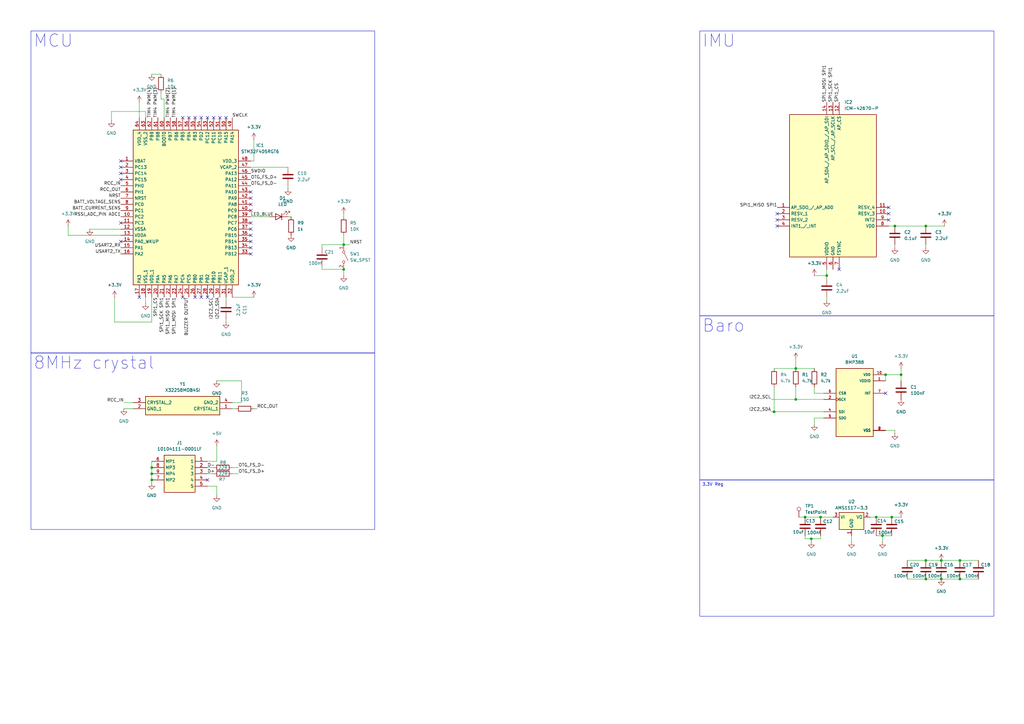
<source format=kicad_sch>
(kicad_sch
	(version 20250114)
	(generator "eeschema")
	(generator_version "9.0")
	(uuid "e57b81c3-091b-4914-aa55-6078e4269d80")
	(paper "A3")
	(lib_symbols
		(symbol "10104111-0001LF:10104111-0001LF"
			(exclude_from_sim no)
			(in_bom yes)
			(on_board yes)
			(property "Reference" "J"
				(at 19.05 7.62 0)
				(effects
					(font
						(size 1.27 1.27)
					)
					(justify left top)
				)
			)
			(property "Value" "10104111-0001LF"
				(at 19.05 5.08 0)
				(effects
					(font
						(size 1.27 1.27)
					)
					(justify left top)
				)
			)
			(property "Footprint" "101041110001LF"
				(at 19.05 -94.92 0)
				(effects
					(font
						(size 1.27 1.27)
					)
					(justify left top)
					(hide yes)
				)
			)
			(property "Datasheet" "https://cdn.amphenol-cs.com/media/wysiwyg/files/drawing/10104111.pdf"
				(at 19.05 -194.92 0)
				(effects
					(font
						(size 1.27 1.27)
					)
					(justify left top)
					(hide yes)
				)
			)
			(property "Description" "Micro USB 2.0, Input Output Connectors, AB TYPE RECEPTACLE"
				(at 0 0 0)
				(effects
					(font
						(size 1.27 1.27)
					)
					(hide yes)
				)
			)
			(property "Height" "3.32"
				(at 19.05 -394.92 0)
				(effects
					(font
						(size 1.27 1.27)
					)
					(justify left top)
					(hide yes)
				)
			)
			(property "Manufacturer_Name" "Amphenol Communications Solutions"
				(at 19.05 -494.92 0)
				(effects
					(font
						(size 1.27 1.27)
					)
					(justify left top)
					(hide yes)
				)
			)
			(property "Manufacturer_Part_Number" "10104111-0001LF"
				(at 19.05 -594.92 0)
				(effects
					(font
						(size 1.27 1.27)
					)
					(justify left top)
					(hide yes)
				)
			)
			(property "Mouser Part Number" ""
				(at 19.05 -694.92 0)
				(effects
					(font
						(size 1.27 1.27)
					)
					(justify left top)
					(hide yes)
				)
			)
			(property "Mouser Price/Stock" ""
				(at 19.05 -794.92 0)
				(effects
					(font
						(size 1.27 1.27)
					)
					(justify left top)
					(hide yes)
				)
			)
			(property "Arrow Part Number" "10104111-0001LF"
				(at 19.05 -894.92 0)
				(effects
					(font
						(size 1.27 1.27)
					)
					(justify left top)
					(hide yes)
				)
			)
			(property "Arrow Price/Stock" "https://www.arrow.com/en/products/10104111-0001lf/amphenol-fci?utm_currency=USD&region=nac"
				(at 19.05 -994.92 0)
				(effects
					(font
						(size 1.27 1.27)
					)
					(justify left top)
					(hide yes)
				)
			)
			(symbol "10104111-0001LF_1_1"
				(rectangle
					(start 5.08 2.54)
					(end 17.78 -12.7)
					(stroke
						(width 0.254)
						(type default)
					)
					(fill
						(type background)
					)
				)
				(pin passive line
					(at 0 0 0)
					(length 5.08)
					(name "MP1"
						(effects
							(font
								(size 1.27 1.27)
							)
						)
					)
					(number "6"
						(effects
							(font
								(size 1.27 1.27)
							)
						)
					)
				)
				(pin passive line
					(at 0 -2.54 0)
					(length 5.08)
					(name "MP3"
						(effects
							(font
								(size 1.27 1.27)
							)
						)
					)
					(number "8"
						(effects
							(font
								(size 1.27 1.27)
							)
						)
					)
				)
				(pin passive line
					(at 0 -5.08 0)
					(length 5.08)
					(name "MP4"
						(effects
							(font
								(size 1.27 1.27)
							)
						)
					)
					(number "9"
						(effects
							(font
								(size 1.27 1.27)
							)
						)
					)
				)
				(pin passive line
					(at 0 -7.62 0)
					(length 5.08)
					(name "MP2"
						(effects
							(font
								(size 1.27 1.27)
							)
						)
					)
					(number "7"
						(effects
							(font
								(size 1.27 1.27)
							)
						)
					)
				)
				(pin passive line
					(at 22.86 0 180)
					(length 5.08)
					(name "1"
						(effects
							(font
								(size 1.27 1.27)
							)
						)
					)
					(number "1"
						(effects
							(font
								(size 1.27 1.27)
							)
						)
					)
				)
				(pin passive line
					(at 22.86 -2.54 180)
					(length 5.08)
					(name "2"
						(effects
							(font
								(size 1.27 1.27)
							)
						)
					)
					(number "2"
						(effects
							(font
								(size 1.27 1.27)
							)
						)
					)
				)
				(pin passive line
					(at 22.86 -5.08 180)
					(length 5.08)
					(name "3"
						(effects
							(font
								(size 1.27 1.27)
							)
						)
					)
					(number "3"
						(effects
							(font
								(size 1.27 1.27)
							)
						)
					)
				)
				(pin passive line
					(at 22.86 -7.62 180)
					(length 5.08)
					(name "4"
						(effects
							(font
								(size 1.27 1.27)
							)
						)
					)
					(number "4"
						(effects
							(font
								(size 1.27 1.27)
							)
						)
					)
				)
				(pin passive line
					(at 22.86 -10.16 180)
					(length 5.08)
					(name "5"
						(effects
							(font
								(size 1.27 1.27)
							)
						)
					)
					(number "5"
						(effects
							(font
								(size 1.27 1.27)
							)
						)
					)
				)
			)
			(embedded_fonts no)
		)
		(symbol "BMP388:BMP388"
			(pin_names
				(offset 1.016)
			)
			(exclude_from_sim no)
			(in_bom yes)
			(on_board yes)
			(property "Reference" "U"
				(at -7.6281 15.2562 0)
				(effects
					(font
						(size 1.27 1.27)
					)
					(justify left bottom)
				)
			)
			(property "Value" "BMP388"
				(at -7.6268 -15.2536 0)
				(effects
					(font
						(size 1.27 1.27)
					)
					(justify left bottom)
				)
			)
			(property "Footprint" "BMP388:PQFN50P200X200X80-10N"
				(at 0 0 0)
				(effects
					(font
						(size 1.27 1.27)
					)
					(justify bottom)
					(hide yes)
				)
			)
			(property "Datasheet" ""
				(at 0 0 0)
				(effects
					(font
						(size 1.27 1.27)
					)
					(hide yes)
				)
			)
			(property "Description" ""
				(at 0 0 0)
				(effects
					(font
						(size 1.27 1.27)
					)
					(hide yes)
				)
			)
			(property "MF" "Bosch Sensortec"
				(at 0 0 0)
				(effects
					(font
						(size 1.27 1.27)
					)
					(justify bottom)
					(hide yes)
				)
			)
			(property "Description_1" "Pressure Sensor 4.35PSI ~ 18.13PSI (30kPa ~ 125kPa) Absolute - - 10-WFLGA"
				(at 0 0 0)
				(effects
					(font
						(size 1.27 1.27)
					)
					(justify bottom)
					(hide yes)
				)
			)
			(property "Package" "WFLGA-10 Bosch Tools"
				(at 0 0 0)
				(effects
					(font
						(size 1.27 1.27)
					)
					(justify bottom)
					(hide yes)
				)
			)
			(property "Price" "None"
				(at 0 0 0)
				(effects
					(font
						(size 1.27 1.27)
					)
					(justify bottom)
					(hide yes)
				)
			)
			(property "Check_prices" "https://www.snapeda.com/parts/BMP388/Bosch/view-part/?ref=eda"
				(at 0 0 0)
				(effects
					(font
						(size 1.27 1.27)
					)
					(justify bottom)
					(hide yes)
				)
			)
			(property "STANDARD" "IPC 7351B"
				(at 0 0 0)
				(effects
					(font
						(size 1.27 1.27)
					)
					(justify bottom)
					(hide yes)
				)
			)
			(property "PARTREV" "1.1"
				(at 0 0 0)
				(effects
					(font
						(size 1.27 1.27)
					)
					(justify bottom)
					(hide yes)
				)
			)
			(property "SnapEDA_Link" "https://www.snapeda.com/parts/BMP388/Bosch/view-part/?ref=snap"
				(at 0 0 0)
				(effects
					(font
						(size 1.27 1.27)
					)
					(justify bottom)
					(hide yes)
				)
			)
			(property "MP" "BMP388"
				(at 0 0 0)
				(effects
					(font
						(size 1.27 1.27)
					)
					(justify bottom)
					(hide yes)
				)
			)
			(property "Availability" "In Stock"
				(at 0 0 0)
				(effects
					(font
						(size 1.27 1.27)
					)
					(justify bottom)
					(hide yes)
				)
			)
			(property "MANUFACTURER" "BOSCH"
				(at 0 0 0)
				(effects
					(font
						(size 1.27 1.27)
					)
					(justify bottom)
					(hide yes)
				)
			)
			(symbol "BMP388_0_0"
				(rectangle
					(start -7.62 -12.7)
					(end 7.62 15.24)
					(stroke
						(width 0.254)
						(type default)
					)
					(fill
						(type background)
					)
				)
				(pin input line
					(at -12.7 5.08 0)
					(length 5.08)
					(name "CSB"
						(effects
							(font
								(size 1.016 1.016)
							)
						)
					)
					(number "6"
						(effects
							(font
								(size 1.016 1.016)
							)
						)
					)
				)
				(pin input clock
					(at -12.7 2.54 0)
					(length 5.08)
					(name "SCK"
						(effects
							(font
								(size 1.016 1.016)
							)
						)
					)
					(number "2"
						(effects
							(font
								(size 1.016 1.016)
							)
						)
					)
				)
				(pin bidirectional line
					(at -12.7 -2.54 0)
					(length 5.08)
					(name "SDI"
						(effects
							(font
								(size 1.016 1.016)
							)
						)
					)
					(number "4"
						(effects
							(font
								(size 1.016 1.016)
							)
						)
					)
				)
				(pin bidirectional line
					(at -12.7 -5.08 0)
					(length 5.08)
					(name "SDO"
						(effects
							(font
								(size 1.016 1.016)
							)
						)
					)
					(number "5"
						(effects
							(font
								(size 1.016 1.016)
							)
						)
					)
				)
				(pin power_in line
					(at 12.7 12.7 180)
					(length 5.08)
					(name "VDD"
						(effects
							(font
								(size 1.016 1.016)
							)
						)
					)
					(number "10"
						(effects
							(font
								(size 1.016 1.016)
							)
						)
					)
				)
				(pin power_in line
					(at 12.7 10.16 180)
					(length 5.08)
					(name "VDDIO"
						(effects
							(font
								(size 1.016 1.016)
							)
						)
					)
					(number "1"
						(effects
							(font
								(size 1.016 1.016)
							)
						)
					)
				)
				(pin output line
					(at 12.7 5.08 180)
					(length 5.08)
					(name "INT"
						(effects
							(font
								(size 1.016 1.016)
							)
						)
					)
					(number "7"
						(effects
							(font
								(size 1.016 1.016)
							)
						)
					)
				)
				(pin power_in line
					(at 12.7 -10.16 180)
					(length 5.08)
					(name "VSS"
						(effects
							(font
								(size 1.016 1.016)
							)
						)
					)
					(number "3"
						(effects
							(font
								(size 1.016 1.016)
							)
						)
					)
				)
				(pin power_in line
					(at 12.7 -10.16 180)
					(length 5.08)
					(name "VSS"
						(effects
							(font
								(size 1.016 1.016)
							)
						)
					)
					(number "8"
						(effects
							(font
								(size 1.016 1.016)
							)
						)
					)
				)
				(pin power_in line
					(at 12.7 -10.16 180)
					(length 5.08)
					(name "VSS"
						(effects
							(font
								(size 1.016 1.016)
							)
						)
					)
					(number "9"
						(effects
							(font
								(size 1.016 1.016)
							)
						)
					)
				)
			)
			(embedded_fonts no)
		)
		(symbol "Connector:TestPoint"
			(pin_numbers
				(hide yes)
			)
			(pin_names
				(offset 0.762)
				(hide yes)
			)
			(exclude_from_sim no)
			(in_bom yes)
			(on_board yes)
			(property "Reference" "TP"
				(at 0 6.858 0)
				(effects
					(font
						(size 1.27 1.27)
					)
				)
			)
			(property "Value" "TestPoint"
				(at 0 5.08 0)
				(effects
					(font
						(size 1.27 1.27)
					)
				)
			)
			(property "Footprint" ""
				(at 5.08 0 0)
				(effects
					(font
						(size 1.27 1.27)
					)
					(hide yes)
				)
			)
			(property "Datasheet" "~"
				(at 5.08 0 0)
				(effects
					(font
						(size 1.27 1.27)
					)
					(hide yes)
				)
			)
			(property "Description" "test point"
				(at 0 0 0)
				(effects
					(font
						(size 1.27 1.27)
					)
					(hide yes)
				)
			)
			(property "ki_keywords" "test point tp"
				(at 0 0 0)
				(effects
					(font
						(size 1.27 1.27)
					)
					(hide yes)
				)
			)
			(property "ki_fp_filters" "Pin* Test*"
				(at 0 0 0)
				(effects
					(font
						(size 1.27 1.27)
					)
					(hide yes)
				)
			)
			(symbol "TestPoint_0_1"
				(circle
					(center 0 3.302)
					(radius 0.762)
					(stroke
						(width 0)
						(type default)
					)
					(fill
						(type none)
					)
				)
			)
			(symbol "TestPoint_1_1"
				(pin passive line
					(at 0 0 90)
					(length 2.54)
					(name "1"
						(effects
							(font
								(size 1.27 1.27)
							)
						)
					)
					(number "1"
						(effects
							(font
								(size 1.27 1.27)
							)
						)
					)
				)
			)
			(embedded_fonts no)
		)
		(symbol "Device:C"
			(pin_numbers
				(hide yes)
			)
			(pin_names
				(offset 0.254)
			)
			(exclude_from_sim no)
			(in_bom yes)
			(on_board yes)
			(property "Reference" "C"
				(at 0.635 2.54 0)
				(effects
					(font
						(size 1.27 1.27)
					)
					(justify left)
				)
			)
			(property "Value" "C"
				(at 0.635 -2.54 0)
				(effects
					(font
						(size 1.27 1.27)
					)
					(justify left)
				)
			)
			(property "Footprint" ""
				(at 0.9652 -3.81 0)
				(effects
					(font
						(size 1.27 1.27)
					)
					(hide yes)
				)
			)
			(property "Datasheet" "~"
				(at 0 0 0)
				(effects
					(font
						(size 1.27 1.27)
					)
					(hide yes)
				)
			)
			(property "Description" "Unpolarized capacitor"
				(at 0 0 0)
				(effects
					(font
						(size 1.27 1.27)
					)
					(hide yes)
				)
			)
			(property "ki_keywords" "cap capacitor"
				(at 0 0 0)
				(effects
					(font
						(size 1.27 1.27)
					)
					(hide yes)
				)
			)
			(property "ki_fp_filters" "C_*"
				(at 0 0 0)
				(effects
					(font
						(size 1.27 1.27)
					)
					(hide yes)
				)
			)
			(symbol "C_0_1"
				(polyline
					(pts
						(xy -2.032 0.762) (xy 2.032 0.762)
					)
					(stroke
						(width 0.508)
						(type default)
					)
					(fill
						(type none)
					)
				)
				(polyline
					(pts
						(xy -2.032 -0.762) (xy 2.032 -0.762)
					)
					(stroke
						(width 0.508)
						(type default)
					)
					(fill
						(type none)
					)
				)
			)
			(symbol "C_1_1"
				(pin passive line
					(at 0 3.81 270)
					(length 2.794)
					(name "~"
						(effects
							(font
								(size 1.27 1.27)
							)
						)
					)
					(number "1"
						(effects
							(font
								(size 1.27 1.27)
							)
						)
					)
				)
				(pin passive line
					(at 0 -3.81 90)
					(length 2.794)
					(name "~"
						(effects
							(font
								(size 1.27 1.27)
							)
						)
					)
					(number "2"
						(effects
							(font
								(size 1.27 1.27)
							)
						)
					)
				)
			)
			(embedded_fonts no)
		)
		(symbol "Device:LED"
			(pin_numbers
				(hide yes)
			)
			(pin_names
				(offset 1.016)
				(hide yes)
			)
			(exclude_from_sim no)
			(in_bom yes)
			(on_board yes)
			(property "Reference" "D"
				(at 0 2.54 0)
				(effects
					(font
						(size 1.27 1.27)
					)
				)
			)
			(property "Value" "LED"
				(at 0 -2.54 0)
				(effects
					(font
						(size 1.27 1.27)
					)
				)
			)
			(property "Footprint" ""
				(at 0 0 0)
				(effects
					(font
						(size 1.27 1.27)
					)
					(hide yes)
				)
			)
			(property "Datasheet" "~"
				(at 0 0 0)
				(effects
					(font
						(size 1.27 1.27)
					)
					(hide yes)
				)
			)
			(property "Description" "Light emitting diode"
				(at 0 0 0)
				(effects
					(font
						(size 1.27 1.27)
					)
					(hide yes)
				)
			)
			(property "Sim.Pins" "1=K 2=A"
				(at 0 0 0)
				(effects
					(font
						(size 1.27 1.27)
					)
					(hide yes)
				)
			)
			(property "ki_keywords" "LED diode"
				(at 0 0 0)
				(effects
					(font
						(size 1.27 1.27)
					)
					(hide yes)
				)
			)
			(property "ki_fp_filters" "LED* LED_SMD:* LED_THT:*"
				(at 0 0 0)
				(effects
					(font
						(size 1.27 1.27)
					)
					(hide yes)
				)
			)
			(symbol "LED_0_1"
				(polyline
					(pts
						(xy -3.048 -0.762) (xy -4.572 -2.286) (xy -3.81 -2.286) (xy -4.572 -2.286) (xy -4.572 -1.524)
					)
					(stroke
						(width 0)
						(type default)
					)
					(fill
						(type none)
					)
				)
				(polyline
					(pts
						(xy -1.778 -0.762) (xy -3.302 -2.286) (xy -2.54 -2.286) (xy -3.302 -2.286) (xy -3.302 -1.524)
					)
					(stroke
						(width 0)
						(type default)
					)
					(fill
						(type none)
					)
				)
				(polyline
					(pts
						(xy -1.27 0) (xy 1.27 0)
					)
					(stroke
						(width 0)
						(type default)
					)
					(fill
						(type none)
					)
				)
				(polyline
					(pts
						(xy -1.27 -1.27) (xy -1.27 1.27)
					)
					(stroke
						(width 0.254)
						(type default)
					)
					(fill
						(type none)
					)
				)
				(polyline
					(pts
						(xy 1.27 -1.27) (xy 1.27 1.27) (xy -1.27 0) (xy 1.27 -1.27)
					)
					(stroke
						(width 0.254)
						(type default)
					)
					(fill
						(type none)
					)
				)
			)
			(symbol "LED_1_1"
				(pin passive line
					(at -3.81 0 0)
					(length 2.54)
					(name "K"
						(effects
							(font
								(size 1.27 1.27)
							)
						)
					)
					(number "1"
						(effects
							(font
								(size 1.27 1.27)
							)
						)
					)
				)
				(pin passive line
					(at 3.81 0 180)
					(length 2.54)
					(name "A"
						(effects
							(font
								(size 1.27 1.27)
							)
						)
					)
					(number "2"
						(effects
							(font
								(size 1.27 1.27)
							)
						)
					)
				)
			)
			(embedded_fonts no)
		)
		(symbol "Device:R"
			(pin_numbers
				(hide yes)
			)
			(pin_names
				(offset 0)
			)
			(exclude_from_sim no)
			(in_bom yes)
			(on_board yes)
			(property "Reference" "R"
				(at 2.032 0 90)
				(effects
					(font
						(size 1.27 1.27)
					)
				)
			)
			(property "Value" "R"
				(at 0 0 90)
				(effects
					(font
						(size 1.27 1.27)
					)
				)
			)
			(property "Footprint" ""
				(at -1.778 0 90)
				(effects
					(font
						(size 1.27 1.27)
					)
					(hide yes)
				)
			)
			(property "Datasheet" "~"
				(at 0 0 0)
				(effects
					(font
						(size 1.27 1.27)
					)
					(hide yes)
				)
			)
			(property "Description" "Resistor"
				(at 0 0 0)
				(effects
					(font
						(size 1.27 1.27)
					)
					(hide yes)
				)
			)
			(property "ki_keywords" "R res resistor"
				(at 0 0 0)
				(effects
					(font
						(size 1.27 1.27)
					)
					(hide yes)
				)
			)
			(property "ki_fp_filters" "R_*"
				(at 0 0 0)
				(effects
					(font
						(size 1.27 1.27)
					)
					(hide yes)
				)
			)
			(symbol "R_0_1"
				(rectangle
					(start -1.016 -2.54)
					(end 1.016 2.54)
					(stroke
						(width 0.254)
						(type default)
					)
					(fill
						(type none)
					)
				)
			)
			(symbol "R_1_1"
				(pin passive line
					(at 0 3.81 270)
					(length 1.27)
					(name "~"
						(effects
							(font
								(size 1.27 1.27)
							)
						)
					)
					(number "1"
						(effects
							(font
								(size 1.27 1.27)
							)
						)
					)
				)
				(pin passive line
					(at 0 -3.81 90)
					(length 1.27)
					(name "~"
						(effects
							(font
								(size 1.27 1.27)
							)
						)
					)
					(number "2"
						(effects
							(font
								(size 1.27 1.27)
							)
						)
					)
				)
			)
			(embedded_fonts no)
		)
		(symbol "ICM-42670-P:ICM-42670-P"
			(exclude_from_sim no)
			(in_bom yes)
			(on_board yes)
			(property "Reference" "IC"
				(at 41.91 43.18 0)
				(effects
					(font
						(size 1.27 1.27)
					)
					(justify left top)
				)
			)
			(property "Value" "ICM-42670-P"
				(at 41.91 40.64 0)
				(effects
					(font
						(size 1.27 1.27)
					)
					(justify left top)
				)
			)
			(property "Footprint" "ICM42670P"
				(at 41.91 -59.36 0)
				(effects
					(font
						(size 1.27 1.27)
					)
					(justify left top)
					(hide yes)
				)
			)
			(property "Datasheet" "https://3cfeqx1hf82y3xcoull08ihx-wpengine.netdna-ssl.com/wp-content/uploads/2021/07/DS-000451-ICM-42670-P-v1.0.pdf"
				(at 41.91 -159.36 0)
				(effects
					(font
						(size 1.27 1.27)
					)
					(justify left top)
					(hide yes)
				)
			)
			(property "Description" "IMUs - Inertial Measurement Units Low-Power, Premium Performance 6-Axis MotionTrackingTM IMU with I3C, I2C and SPI interface in 2.5mm x 3mm Package"
				(at 0 0 0)
				(effects
					(font
						(size 1.27 1.27)
					)
					(hide yes)
				)
			)
			(property "Height" ""
				(at 41.91 -359.36 0)
				(effects
					(font
						(size 1.27 1.27)
					)
					(justify left top)
					(hide yes)
				)
			)
			(property "Manufacturer_Name" "TDK"
				(at 41.91 -459.36 0)
				(effects
					(font
						(size 1.27 1.27)
					)
					(justify left top)
					(hide yes)
				)
			)
			(property "Manufacturer_Part_Number" "ICM-42670-P"
				(at 41.91 -559.36 0)
				(effects
					(font
						(size 1.27 1.27)
					)
					(justify left top)
					(hide yes)
				)
			)
			(property "Mouser Part Number" "410-ICM-42670-P"
				(at 41.91 -659.36 0)
				(effects
					(font
						(size 1.27 1.27)
					)
					(justify left top)
					(hide yes)
				)
			)
			(property "Mouser Price/Stock" "https://www.mouser.co.uk/ProductDetail/TDK-InvenSense/ICM-42670-P?qs=iLbezkQI%252BsgK8sMF5V7fQQ%3D%3D"
				(at 41.91 -759.36 0)
				(effects
					(font
						(size 1.27 1.27)
					)
					(justify left top)
					(hide yes)
				)
			)
			(property "Arrow Part Number" "ICM-42670-P"
				(at 41.91 -859.36 0)
				(effects
					(font
						(size 1.27 1.27)
					)
					(justify left top)
					(hide yes)
				)
			)
			(property "Arrow Price/Stock" "https://www.arrow.com/en/products/icm-42670-p/invensense?utm_currency=USD&region=nac"
				(at 41.91 -959.36 0)
				(effects
					(font
						(size 1.27 1.27)
					)
					(justify left top)
					(hide yes)
				)
			)
			(symbol "ICM-42670-P_1_1"
				(rectangle
					(start 5.08 38.1)
					(end 40.64 -20.32)
					(stroke
						(width 0.254)
						(type default)
					)
					(fill
						(type background)
					)
				)
				(pin passive line
					(at 0 0 0)
					(length 5.08)
					(name "AP_SDO_/_AP_AD0"
						(effects
							(font
								(size 1.27 1.27)
							)
						)
					)
					(number "1"
						(effects
							(font
								(size 1.27 1.27)
							)
						)
					)
				)
				(pin passive line
					(at 0 -2.54 0)
					(length 5.08)
					(name "RESV_1"
						(effects
							(font
								(size 1.27 1.27)
							)
						)
					)
					(number "2"
						(effects
							(font
								(size 1.27 1.27)
							)
						)
					)
				)
				(pin passive line
					(at 0 -5.08 0)
					(length 5.08)
					(name "RESV_2"
						(effects
							(font
								(size 1.27 1.27)
							)
						)
					)
					(number "3"
						(effects
							(font
								(size 1.27 1.27)
							)
						)
					)
				)
				(pin passive line
					(at 0 -7.62 0)
					(length 5.08)
					(name "INT1_/_INT"
						(effects
							(font
								(size 1.27 1.27)
							)
						)
					)
					(number "4"
						(effects
							(font
								(size 1.27 1.27)
							)
						)
					)
				)
				(pin passive line
					(at 20.32 43.18 270)
					(length 5.08)
					(name "AP_SDA_/_AP_SDIO_/_AP_SDI"
						(effects
							(font
								(size 1.27 1.27)
							)
						)
					)
					(number "14"
						(effects
							(font
								(size 1.27 1.27)
							)
						)
					)
				)
				(pin passive line
					(at 20.32 -25.4 90)
					(length 5.08)
					(name "VDDIO"
						(effects
							(font
								(size 1.27 1.27)
							)
						)
					)
					(number "5"
						(effects
							(font
								(size 1.27 1.27)
							)
						)
					)
				)
				(pin passive line
					(at 22.86 43.18 270)
					(length 5.08)
					(name "AP_SCL_/_AP_SCLK"
						(effects
							(font
								(size 1.27 1.27)
							)
						)
					)
					(number "13"
						(effects
							(font
								(size 1.27 1.27)
							)
						)
					)
				)
				(pin passive line
					(at 22.86 -25.4 90)
					(length 5.08)
					(name "GND"
						(effects
							(font
								(size 1.27 1.27)
							)
						)
					)
					(number "6"
						(effects
							(font
								(size 1.27 1.27)
							)
						)
					)
				)
				(pin passive line
					(at 25.4 43.18 270)
					(length 5.08)
					(name "AP_CS"
						(effects
							(font
								(size 1.27 1.27)
							)
						)
					)
					(number "12"
						(effects
							(font
								(size 1.27 1.27)
							)
						)
					)
				)
				(pin passive line
					(at 25.4 -25.4 90)
					(length 5.08)
					(name "FSYNC"
						(effects
							(font
								(size 1.27 1.27)
							)
						)
					)
					(number "7"
						(effects
							(font
								(size 1.27 1.27)
							)
						)
					)
				)
				(pin passive line
					(at 45.72 0 180)
					(length 5.08)
					(name "RESV_4"
						(effects
							(font
								(size 1.27 1.27)
							)
						)
					)
					(number "11"
						(effects
							(font
								(size 1.27 1.27)
							)
						)
					)
				)
				(pin passive line
					(at 45.72 -2.54 180)
					(length 5.08)
					(name "RESV_3"
						(effects
							(font
								(size 1.27 1.27)
							)
						)
					)
					(number "10"
						(effects
							(font
								(size 1.27 1.27)
							)
						)
					)
				)
				(pin passive line
					(at 45.72 -5.08 180)
					(length 5.08)
					(name "INT2"
						(effects
							(font
								(size 1.27 1.27)
							)
						)
					)
					(number "9"
						(effects
							(font
								(size 1.27 1.27)
							)
						)
					)
				)
				(pin passive line
					(at 45.72 -7.62 180)
					(length 5.08)
					(name "VDD"
						(effects
							(font
								(size 1.27 1.27)
							)
						)
					)
					(number "8"
						(effects
							(font
								(size 1.27 1.27)
							)
						)
					)
				)
			)
			(embedded_fonts no)
		)
		(symbol "Regulator_Linear:AMS1117-3.3"
			(exclude_from_sim no)
			(in_bom yes)
			(on_board yes)
			(property "Reference" "U"
				(at -3.81 3.175 0)
				(effects
					(font
						(size 1.27 1.27)
					)
				)
			)
			(property "Value" "AMS1117-3.3"
				(at 0 3.175 0)
				(effects
					(font
						(size 1.27 1.27)
					)
					(justify left)
				)
			)
			(property "Footprint" "Package_TO_SOT_SMD:SOT-223-3_TabPin2"
				(at 0 5.08 0)
				(effects
					(font
						(size 1.27 1.27)
					)
					(hide yes)
				)
			)
			(property "Datasheet" "http://www.advanced-monolithic.com/pdf/ds1117.pdf"
				(at 2.54 -6.35 0)
				(effects
					(font
						(size 1.27 1.27)
					)
					(hide yes)
				)
			)
			(property "Description" "1A Low Dropout regulator, positive, 3.3V fixed output, SOT-223"
				(at 0 0 0)
				(effects
					(font
						(size 1.27 1.27)
					)
					(hide yes)
				)
			)
			(property "ki_keywords" "linear regulator ldo fixed positive"
				(at 0 0 0)
				(effects
					(font
						(size 1.27 1.27)
					)
					(hide yes)
				)
			)
			(property "ki_fp_filters" "SOT?223*TabPin2*"
				(at 0 0 0)
				(effects
					(font
						(size 1.27 1.27)
					)
					(hide yes)
				)
			)
			(symbol "AMS1117-3.3_0_1"
				(rectangle
					(start -5.08 -5.08)
					(end 5.08 1.905)
					(stroke
						(width 0.254)
						(type default)
					)
					(fill
						(type background)
					)
				)
			)
			(symbol "AMS1117-3.3_1_1"
				(pin power_in line
					(at -7.62 0 0)
					(length 2.54)
					(name "VI"
						(effects
							(font
								(size 1.27 1.27)
							)
						)
					)
					(number "3"
						(effects
							(font
								(size 1.27 1.27)
							)
						)
					)
				)
				(pin power_in line
					(at 0 -7.62 90)
					(length 2.54)
					(name "GND"
						(effects
							(font
								(size 1.27 1.27)
							)
						)
					)
					(number "1"
						(effects
							(font
								(size 1.27 1.27)
							)
						)
					)
				)
				(pin power_out line
					(at 7.62 0 180)
					(length 2.54)
					(name "VO"
						(effects
							(font
								(size 1.27 1.27)
							)
						)
					)
					(number "2"
						(effects
							(font
								(size 1.27 1.27)
							)
						)
					)
				)
			)
			(embedded_fonts no)
		)
		(symbol "STM32F405RGT6:STM32F405RGT6"
			(exclude_from_sim no)
			(in_bom yes)
			(on_board yes)
			(property "Reference" "IC"
				(at 49.53 17.78 0)
				(effects
					(font
						(size 1.27 1.27)
					)
					(justify left top)
				)
			)
			(property "Value" "STM32F405RGT6"
				(at 49.53 15.24 0)
				(effects
					(font
						(size 1.27 1.27)
					)
					(justify left top)
				)
			)
			(property "Footprint" "QFP50P1200X1200X160-64N"
				(at 49.53 -84.76 0)
				(effects
					(font
						(size 1.27 1.27)
					)
					(justify left top)
					(hide yes)
				)
			)
			(property "Datasheet" "http://www.st.com/web/en/resource/technical/document/datasheet/DM00037051.pdf"
				(at 49.53 -184.76 0)
				(effects
					(font
						(size 1.27 1.27)
					)
					(justify left top)
					(hide yes)
				)
			)
			(property "Description" "MCU 32-Bit, ARM Cortex M4, 1MB Flash STMicroelectronics STM32F405RGT6, 32bit ARM Cortex M4F Microcontroller, 168MHz, 1024 kB Flash, 64-Pin LQFP"
				(at 0 0 0)
				(effects
					(font
						(size 1.27 1.27)
					)
					(hide yes)
				)
			)
			(property "Height" "1.6"
				(at 49.53 -384.76 0)
				(effects
					(font
						(size 1.27 1.27)
					)
					(justify left top)
					(hide yes)
				)
			)
			(property "Manufacturer_Name" "STMicroelectronics"
				(at 49.53 -484.76 0)
				(effects
					(font
						(size 1.27 1.27)
					)
					(justify left top)
					(hide yes)
				)
			)
			(property "Manufacturer_Part_Number" "STM32F405RGT6"
				(at 49.53 -584.76 0)
				(effects
					(font
						(size 1.27 1.27)
					)
					(justify left top)
					(hide yes)
				)
			)
			(property "Mouser Part Number" "511-STM32F405RGT6"
				(at 49.53 -684.76 0)
				(effects
					(font
						(size 1.27 1.27)
					)
					(justify left top)
					(hide yes)
				)
			)
			(property "Mouser Price/Stock" "https://www.mouser.co.uk/ProductDetail/STMicroelectronics/STM32F405RGT6?qs=Z8%252BeY1k3TIKgj7QWsYGpQw%3D%3D"
				(at 49.53 -784.76 0)
				(effects
					(font
						(size 1.27 1.27)
					)
					(justify left top)
					(hide yes)
				)
			)
			(property "Arrow Part Number" "STM32F405RGT6"
				(at 49.53 -884.76 0)
				(effects
					(font
						(size 1.27 1.27)
					)
					(justify left top)
					(hide yes)
				)
			)
			(property "Arrow Price/Stock" "https://www.arrow.com/en/products/stm32f405rgt6/stmicroelectronics?utm_currency=USD&region=nac"
				(at 49.53 -984.76 0)
				(effects
					(font
						(size 1.27 1.27)
					)
					(justify left top)
					(hide yes)
				)
			)
			(symbol "STM32F405RGT6_1_1"
				(rectangle
					(start 5.08 12.7)
					(end 48.26 -50.8)
					(stroke
						(width 0.254)
						(type default)
					)
					(fill
						(type background)
					)
				)
				(pin passive line
					(at 0 0 0)
					(length 5.08)
					(name "VBAT"
						(effects
							(font
								(size 1.27 1.27)
							)
						)
					)
					(number "1"
						(effects
							(font
								(size 1.27 1.27)
							)
						)
					)
				)
				(pin passive line
					(at 0 -2.54 0)
					(length 5.08)
					(name "PC13"
						(effects
							(font
								(size 1.27 1.27)
							)
						)
					)
					(number "2"
						(effects
							(font
								(size 1.27 1.27)
							)
						)
					)
				)
				(pin passive line
					(at 0 -5.08 0)
					(length 5.08)
					(name "PC14"
						(effects
							(font
								(size 1.27 1.27)
							)
						)
					)
					(number "3"
						(effects
							(font
								(size 1.27 1.27)
							)
						)
					)
				)
				(pin passive line
					(at 0 -7.62 0)
					(length 5.08)
					(name "PC15"
						(effects
							(font
								(size 1.27 1.27)
							)
						)
					)
					(number "4"
						(effects
							(font
								(size 1.27 1.27)
							)
						)
					)
				)
				(pin passive line
					(at 0 -10.16 0)
					(length 5.08)
					(name "PH0"
						(effects
							(font
								(size 1.27 1.27)
							)
						)
					)
					(number "5"
						(effects
							(font
								(size 1.27 1.27)
							)
						)
					)
				)
				(pin passive line
					(at 0 -12.7 0)
					(length 5.08)
					(name "PH1"
						(effects
							(font
								(size 1.27 1.27)
							)
						)
					)
					(number "6"
						(effects
							(font
								(size 1.27 1.27)
							)
						)
					)
				)
				(pin passive line
					(at 0 -15.24 0)
					(length 5.08)
					(name "NRST"
						(effects
							(font
								(size 1.27 1.27)
							)
						)
					)
					(number "7"
						(effects
							(font
								(size 1.27 1.27)
							)
						)
					)
				)
				(pin passive line
					(at 0 -17.78 0)
					(length 5.08)
					(name "PC0"
						(effects
							(font
								(size 1.27 1.27)
							)
						)
					)
					(number "8"
						(effects
							(font
								(size 1.27 1.27)
							)
						)
					)
				)
				(pin passive line
					(at 0 -20.32 0)
					(length 5.08)
					(name "PC1"
						(effects
							(font
								(size 1.27 1.27)
							)
						)
					)
					(number "9"
						(effects
							(font
								(size 1.27 1.27)
							)
						)
					)
				)
				(pin passive line
					(at 0 -22.86 0)
					(length 5.08)
					(name "PC2"
						(effects
							(font
								(size 1.27 1.27)
							)
						)
					)
					(number "10"
						(effects
							(font
								(size 1.27 1.27)
							)
						)
					)
				)
				(pin passive line
					(at 0 -25.4 0)
					(length 5.08)
					(name "PC3"
						(effects
							(font
								(size 1.27 1.27)
							)
						)
					)
					(number "11"
						(effects
							(font
								(size 1.27 1.27)
							)
						)
					)
				)
				(pin passive line
					(at 0 -27.94 0)
					(length 5.08)
					(name "VSSA"
						(effects
							(font
								(size 1.27 1.27)
							)
						)
					)
					(number "12"
						(effects
							(font
								(size 1.27 1.27)
							)
						)
					)
				)
				(pin passive line
					(at 0 -30.48 0)
					(length 5.08)
					(name "VDDA"
						(effects
							(font
								(size 1.27 1.27)
							)
						)
					)
					(number "13"
						(effects
							(font
								(size 1.27 1.27)
							)
						)
					)
				)
				(pin passive line
					(at 0 -33.02 0)
					(length 5.08)
					(name "PA0_WKUP"
						(effects
							(font
								(size 1.27 1.27)
							)
						)
					)
					(number "14"
						(effects
							(font
								(size 1.27 1.27)
							)
						)
					)
				)
				(pin passive line
					(at 0 -35.56 0)
					(length 5.08)
					(name "PA1"
						(effects
							(font
								(size 1.27 1.27)
							)
						)
					)
					(number "15"
						(effects
							(font
								(size 1.27 1.27)
							)
						)
					)
				)
				(pin passive line
					(at 0 -38.1 0)
					(length 5.08)
					(name "PA2"
						(effects
							(font
								(size 1.27 1.27)
							)
						)
					)
					(number "16"
						(effects
							(font
								(size 1.27 1.27)
							)
						)
					)
				)
				(pin passive line
					(at 7.62 17.78 270)
					(length 5.08)
					(name "VDD_4"
						(effects
							(font
								(size 1.27 1.27)
							)
						)
					)
					(number "64"
						(effects
							(font
								(size 1.27 1.27)
							)
						)
					)
				)
				(pin passive line
					(at 7.62 -55.88 90)
					(length 5.08)
					(name "PA3"
						(effects
							(font
								(size 1.27 1.27)
							)
						)
					)
					(number "17"
						(effects
							(font
								(size 1.27 1.27)
							)
						)
					)
				)
				(pin passive line
					(at 10.16 17.78 270)
					(length 5.08)
					(name "VSS_2"
						(effects
							(font
								(size 1.27 1.27)
							)
						)
					)
					(number "63"
						(effects
							(font
								(size 1.27 1.27)
							)
						)
					)
				)
				(pin passive line
					(at 10.16 -55.88 90)
					(length 5.08)
					(name "VSS_1"
						(effects
							(font
								(size 1.27 1.27)
							)
						)
					)
					(number "18"
						(effects
							(font
								(size 1.27 1.27)
							)
						)
					)
				)
				(pin passive line
					(at 12.7 17.78 270)
					(length 5.08)
					(name "PB9"
						(effects
							(font
								(size 1.27 1.27)
							)
						)
					)
					(number "62"
						(effects
							(font
								(size 1.27 1.27)
							)
						)
					)
				)
				(pin passive line
					(at 12.7 -55.88 90)
					(length 5.08)
					(name "VDD_1"
						(effects
							(font
								(size 1.27 1.27)
							)
						)
					)
					(number "19"
						(effects
							(font
								(size 1.27 1.27)
							)
						)
					)
				)
				(pin passive line
					(at 15.24 17.78 270)
					(length 5.08)
					(name "PB8"
						(effects
							(font
								(size 1.27 1.27)
							)
						)
					)
					(number "61"
						(effects
							(font
								(size 1.27 1.27)
							)
						)
					)
				)
				(pin passive line
					(at 15.24 -55.88 90)
					(length 5.08)
					(name "PA4"
						(effects
							(font
								(size 1.27 1.27)
							)
						)
					)
					(number "20"
						(effects
							(font
								(size 1.27 1.27)
							)
						)
					)
				)
				(pin passive line
					(at 17.78 17.78 270)
					(length 5.08)
					(name "BOOT0"
						(effects
							(font
								(size 1.27 1.27)
							)
						)
					)
					(number "60"
						(effects
							(font
								(size 1.27 1.27)
							)
						)
					)
				)
				(pin passive line
					(at 17.78 -55.88 90)
					(length 5.08)
					(name "PA5"
						(effects
							(font
								(size 1.27 1.27)
							)
						)
					)
					(number "21"
						(effects
							(font
								(size 1.27 1.27)
							)
						)
					)
				)
				(pin passive line
					(at 20.32 17.78 270)
					(length 5.08)
					(name "PB7"
						(effects
							(font
								(size 1.27 1.27)
							)
						)
					)
					(number "59"
						(effects
							(font
								(size 1.27 1.27)
							)
						)
					)
				)
				(pin passive line
					(at 20.32 -55.88 90)
					(length 5.08)
					(name "PA6"
						(effects
							(font
								(size 1.27 1.27)
							)
						)
					)
					(number "22"
						(effects
							(font
								(size 1.27 1.27)
							)
						)
					)
				)
				(pin passive line
					(at 22.86 17.78 270)
					(length 5.08)
					(name "PB6"
						(effects
							(font
								(size 1.27 1.27)
							)
						)
					)
					(number "58"
						(effects
							(font
								(size 1.27 1.27)
							)
						)
					)
				)
				(pin passive line
					(at 22.86 -55.88 90)
					(length 5.08)
					(name "PA7"
						(effects
							(font
								(size 1.27 1.27)
							)
						)
					)
					(number "23"
						(effects
							(font
								(size 1.27 1.27)
							)
						)
					)
				)
				(pin passive line
					(at 25.4 17.78 270)
					(length 5.08)
					(name "PB5"
						(effects
							(font
								(size 1.27 1.27)
							)
						)
					)
					(number "57"
						(effects
							(font
								(size 1.27 1.27)
							)
						)
					)
				)
				(pin passive line
					(at 25.4 -55.88 90)
					(length 5.08)
					(name "PC4"
						(effects
							(font
								(size 1.27 1.27)
							)
						)
					)
					(number "24"
						(effects
							(font
								(size 1.27 1.27)
							)
						)
					)
				)
				(pin passive line
					(at 27.94 17.78 270)
					(length 5.08)
					(name "PB4"
						(effects
							(font
								(size 1.27 1.27)
							)
						)
					)
					(number "56"
						(effects
							(font
								(size 1.27 1.27)
							)
						)
					)
				)
				(pin passive line
					(at 27.94 -55.88 90)
					(length 5.08)
					(name "PC5"
						(effects
							(font
								(size 1.27 1.27)
							)
						)
					)
					(number "25"
						(effects
							(font
								(size 1.27 1.27)
							)
						)
					)
				)
				(pin passive line
					(at 30.48 17.78 270)
					(length 5.08)
					(name "PB3"
						(effects
							(font
								(size 1.27 1.27)
							)
						)
					)
					(number "55"
						(effects
							(font
								(size 1.27 1.27)
							)
						)
					)
				)
				(pin passive line
					(at 30.48 -55.88 90)
					(length 5.08)
					(name "PB0"
						(effects
							(font
								(size 1.27 1.27)
							)
						)
					)
					(number "26"
						(effects
							(font
								(size 1.27 1.27)
							)
						)
					)
				)
				(pin passive line
					(at 33.02 17.78 270)
					(length 5.08)
					(name "PD2"
						(effects
							(font
								(size 1.27 1.27)
							)
						)
					)
					(number "54"
						(effects
							(font
								(size 1.27 1.27)
							)
						)
					)
				)
				(pin passive line
					(at 33.02 -55.88 90)
					(length 5.08)
					(name "PB1"
						(effects
							(font
								(size 1.27 1.27)
							)
						)
					)
					(number "27"
						(effects
							(font
								(size 1.27 1.27)
							)
						)
					)
				)
				(pin passive line
					(at 35.56 17.78 270)
					(length 5.08)
					(name "PC12"
						(effects
							(font
								(size 1.27 1.27)
							)
						)
					)
					(number "53"
						(effects
							(font
								(size 1.27 1.27)
							)
						)
					)
				)
				(pin passive line
					(at 35.56 -55.88 90)
					(length 5.08)
					(name "PB2"
						(effects
							(font
								(size 1.27 1.27)
							)
						)
					)
					(number "28"
						(effects
							(font
								(size 1.27 1.27)
							)
						)
					)
				)
				(pin passive line
					(at 38.1 17.78 270)
					(length 5.08)
					(name "PC11"
						(effects
							(font
								(size 1.27 1.27)
							)
						)
					)
					(number "52"
						(effects
							(font
								(size 1.27 1.27)
							)
						)
					)
				)
				(pin passive line
					(at 38.1 -55.88 90)
					(length 5.08)
					(name "PB10"
						(effects
							(font
								(size 1.27 1.27)
							)
						)
					)
					(number "29"
						(effects
							(font
								(size 1.27 1.27)
							)
						)
					)
				)
				(pin passive line
					(at 40.64 17.78 270)
					(length 5.08)
					(name "PC10"
						(effects
							(font
								(size 1.27 1.27)
							)
						)
					)
					(number "51"
						(effects
							(font
								(size 1.27 1.27)
							)
						)
					)
				)
				(pin passive line
					(at 40.64 -55.88 90)
					(length 5.08)
					(name "PB11"
						(effects
							(font
								(size 1.27 1.27)
							)
						)
					)
					(number "30"
						(effects
							(font
								(size 1.27 1.27)
							)
						)
					)
				)
				(pin passive line
					(at 43.18 17.78 270)
					(length 5.08)
					(name "PA15"
						(effects
							(font
								(size 1.27 1.27)
							)
						)
					)
					(number "50"
						(effects
							(font
								(size 1.27 1.27)
							)
						)
					)
				)
				(pin passive line
					(at 43.18 -55.88 90)
					(length 5.08)
					(name "VCAP_1"
						(effects
							(font
								(size 1.27 1.27)
							)
						)
					)
					(number "31"
						(effects
							(font
								(size 1.27 1.27)
							)
						)
					)
				)
				(pin passive line
					(at 45.72 17.78 270)
					(length 5.08)
					(name "PA14"
						(effects
							(font
								(size 1.27 1.27)
							)
						)
					)
					(number "49"
						(effects
							(font
								(size 1.27 1.27)
							)
						)
					)
				)
				(pin passive line
					(at 45.72 -55.88 90)
					(length 5.08)
					(name "VDD_2"
						(effects
							(font
								(size 1.27 1.27)
							)
						)
					)
					(number "32"
						(effects
							(font
								(size 1.27 1.27)
							)
						)
					)
				)
				(pin passive line
					(at 53.34 0 180)
					(length 5.08)
					(name "VDD_3"
						(effects
							(font
								(size 1.27 1.27)
							)
						)
					)
					(number "48"
						(effects
							(font
								(size 1.27 1.27)
							)
						)
					)
				)
				(pin passive line
					(at 53.34 -2.54 180)
					(length 5.08)
					(name "VCAP_2"
						(effects
							(font
								(size 1.27 1.27)
							)
						)
					)
					(number "47"
						(effects
							(font
								(size 1.27 1.27)
							)
						)
					)
				)
				(pin passive line
					(at 53.34 -5.08 180)
					(length 5.08)
					(name "PA13"
						(effects
							(font
								(size 1.27 1.27)
							)
						)
					)
					(number "46"
						(effects
							(font
								(size 1.27 1.27)
							)
						)
					)
				)
				(pin passive line
					(at 53.34 -7.62 180)
					(length 5.08)
					(name "PA12"
						(effects
							(font
								(size 1.27 1.27)
							)
						)
					)
					(number "45"
						(effects
							(font
								(size 1.27 1.27)
							)
						)
					)
				)
				(pin passive line
					(at 53.34 -10.16 180)
					(length 5.08)
					(name "PA11"
						(effects
							(font
								(size 1.27 1.27)
							)
						)
					)
					(number "44"
						(effects
							(font
								(size 1.27 1.27)
							)
						)
					)
				)
				(pin passive line
					(at 53.34 -12.7 180)
					(length 5.08)
					(name "PA10"
						(effects
							(font
								(size 1.27 1.27)
							)
						)
					)
					(number "43"
						(effects
							(font
								(size 1.27 1.27)
							)
						)
					)
				)
				(pin passive line
					(at 53.34 -15.24 180)
					(length 5.08)
					(name "PA9"
						(effects
							(font
								(size 1.27 1.27)
							)
						)
					)
					(number "42"
						(effects
							(font
								(size 1.27 1.27)
							)
						)
					)
				)
				(pin passive line
					(at 53.34 -17.78 180)
					(length 5.08)
					(name "PA8"
						(effects
							(font
								(size 1.27 1.27)
							)
						)
					)
					(number "41"
						(effects
							(font
								(size 1.27 1.27)
							)
						)
					)
				)
				(pin passive line
					(at 53.34 -20.32 180)
					(length 5.08)
					(name "PC9"
						(effects
							(font
								(size 1.27 1.27)
							)
						)
					)
					(number "40"
						(effects
							(font
								(size 1.27 1.27)
							)
						)
					)
				)
				(pin passive line
					(at 53.34 -22.86 180)
					(length 5.08)
					(name "PC8"
						(effects
							(font
								(size 1.27 1.27)
							)
						)
					)
					(number "39"
						(effects
							(font
								(size 1.27 1.27)
							)
						)
					)
				)
				(pin passive line
					(at 53.34 -25.4 180)
					(length 5.08)
					(name "PC7"
						(effects
							(font
								(size 1.27 1.27)
							)
						)
					)
					(number "38"
						(effects
							(font
								(size 1.27 1.27)
							)
						)
					)
				)
				(pin passive line
					(at 53.34 -27.94 180)
					(length 5.08)
					(name "PC6"
						(effects
							(font
								(size 1.27 1.27)
							)
						)
					)
					(number "37"
						(effects
							(font
								(size 1.27 1.27)
							)
						)
					)
				)
				(pin passive line
					(at 53.34 -30.48 180)
					(length 5.08)
					(name "PB15"
						(effects
							(font
								(size 1.27 1.27)
							)
						)
					)
					(number "36"
						(effects
							(font
								(size 1.27 1.27)
							)
						)
					)
				)
				(pin passive line
					(at 53.34 -33.02 180)
					(length 5.08)
					(name "PB14"
						(effects
							(font
								(size 1.27 1.27)
							)
						)
					)
					(number "35"
						(effects
							(font
								(size 1.27 1.27)
							)
						)
					)
				)
				(pin passive line
					(at 53.34 -35.56 180)
					(length 5.08)
					(name "PB13"
						(effects
							(font
								(size 1.27 1.27)
							)
						)
					)
					(number "34"
						(effects
							(font
								(size 1.27 1.27)
							)
						)
					)
				)
				(pin passive line
					(at 53.34 -38.1 180)
					(length 5.08)
					(name "PB12"
						(effects
							(font
								(size 1.27 1.27)
							)
						)
					)
					(number "33"
						(effects
							(font
								(size 1.27 1.27)
							)
						)
					)
				)
			)
			(embedded_fonts no)
		)
		(symbol "Switch:SW_SPST"
			(pin_names
				(offset 0)
				(hide yes)
			)
			(exclude_from_sim no)
			(in_bom yes)
			(on_board yes)
			(property "Reference" "SW"
				(at 0 3.175 0)
				(effects
					(font
						(size 1.27 1.27)
					)
				)
			)
			(property "Value" "SW_SPST"
				(at 0 -2.54 0)
				(effects
					(font
						(size 1.27 1.27)
					)
				)
			)
			(property "Footprint" ""
				(at 0 0 0)
				(effects
					(font
						(size 1.27 1.27)
					)
					(hide yes)
				)
			)
			(property "Datasheet" "~"
				(at 0 0 0)
				(effects
					(font
						(size 1.27 1.27)
					)
					(hide yes)
				)
			)
			(property "Description" "Single Pole Single Throw (SPST) switch"
				(at 0 0 0)
				(effects
					(font
						(size 1.27 1.27)
					)
					(hide yes)
				)
			)
			(property "ki_keywords" "switch lever"
				(at 0 0 0)
				(effects
					(font
						(size 1.27 1.27)
					)
					(hide yes)
				)
			)
			(symbol "SW_SPST_0_0"
				(circle
					(center -2.032 0)
					(radius 0.508)
					(stroke
						(width 0)
						(type default)
					)
					(fill
						(type none)
					)
				)
				(polyline
					(pts
						(xy -1.524 0.254) (xy 1.524 1.778)
					)
					(stroke
						(width 0)
						(type default)
					)
					(fill
						(type none)
					)
				)
				(circle
					(center 2.032 0)
					(radius 0.508)
					(stroke
						(width 0)
						(type default)
					)
					(fill
						(type none)
					)
				)
			)
			(symbol "SW_SPST_1_1"
				(pin passive line
					(at -5.08 0 0)
					(length 2.54)
					(name "A"
						(effects
							(font
								(size 1.27 1.27)
							)
						)
					)
					(number "1"
						(effects
							(font
								(size 1.27 1.27)
							)
						)
					)
				)
				(pin passive line
					(at 5.08 0 180)
					(length 2.54)
					(name "B"
						(effects
							(font
								(size 1.27 1.27)
							)
						)
					)
					(number "2"
						(effects
							(font
								(size 1.27 1.27)
							)
						)
					)
				)
			)
			(embedded_fonts no)
		)
		(symbol "X32258MOB4SI:X32258MOB4SI"
			(exclude_from_sim no)
			(in_bom yes)
			(on_board yes)
			(property "Reference" "Y"
				(at 36.83 7.62 0)
				(effects
					(font
						(size 1.27 1.27)
					)
					(justify left top)
				)
			)
			(property "Value" "X32258MOB4SI"
				(at 36.83 5.08 0)
				(effects
					(font
						(size 1.27 1.27)
					)
					(justify left top)
				)
			)
			(property "Footprint" "X32258MOB4SI"
				(at 36.83 -94.92 0)
				(effects
					(font
						(size 1.27 1.27)
					)
					(justify left top)
					(hide yes)
				)
			)
			(property "Datasheet" "https://item.szlcsc.com/datasheet/X32258MOB4SI/2777872.html"
				(at 36.83 -194.92 0)
				(effects
					(font
						(size 1.27 1.27)
					)
					(justify left top)
					(hide yes)
				)
			)
			(property "Description" "8MHz Surface Mount Crystal 12pF +/-10ppm +/-20ppm SMD3225-4P Crystals ROHS"
				(at 0 0 0)
				(effects
					(font
						(size 1.27 1.27)
					)
					(hide yes)
				)
			)
			(property "Height" "0.8"
				(at 36.83 -394.92 0)
				(effects
					(font
						(size 1.27 1.27)
					)
					(justify left top)
					(hide yes)
				)
			)
			(property "Manufacturer_Name" "YXC"
				(at 36.83 -494.92 0)
				(effects
					(font
						(size 1.27 1.27)
					)
					(justify left top)
					(hide yes)
				)
			)
			(property "Manufacturer_Part_Number" "X32258MOB4SI"
				(at 36.83 -594.92 0)
				(effects
					(font
						(size 1.27 1.27)
					)
					(justify left top)
					(hide yes)
				)
			)
			(property "Mouser Part Number" ""
				(at 36.83 -694.92 0)
				(effects
					(font
						(size 1.27 1.27)
					)
					(justify left top)
					(hide yes)
				)
			)
			(property "Mouser Price/Stock" ""
				(at 36.83 -794.92 0)
				(effects
					(font
						(size 1.27 1.27)
					)
					(justify left top)
					(hide yes)
				)
			)
			(property "Arrow Part Number" ""
				(at 36.83 -894.92 0)
				(effects
					(font
						(size 1.27 1.27)
					)
					(justify left top)
					(hide yes)
				)
			)
			(property "Arrow Price/Stock" ""
				(at 36.83 -994.92 0)
				(effects
					(font
						(size 1.27 1.27)
					)
					(justify left top)
					(hide yes)
				)
			)
			(symbol "X32258MOB4SI_1_1"
				(rectangle
					(start 5.08 2.54)
					(end 35.56 -5.08)
					(stroke
						(width 0.254)
						(type default)
					)
					(fill
						(type background)
					)
				)
				(pin passive line
					(at 0 0 0)
					(length 5.08)
					(name "GND_2"
						(effects
							(font
								(size 1.27 1.27)
							)
						)
					)
					(number "4"
						(effects
							(font
								(size 1.27 1.27)
							)
						)
					)
				)
				(pin passive line
					(at 0 -2.54 0)
					(length 5.08)
					(name "CRYSTAL_1"
						(effects
							(font
								(size 1.27 1.27)
							)
						)
					)
					(number "1"
						(effects
							(font
								(size 1.27 1.27)
							)
						)
					)
				)
				(pin passive line
					(at 40.64 0 180)
					(length 5.08)
					(name "CRYSTAL_2"
						(effects
							(font
								(size 1.27 1.27)
							)
						)
					)
					(number "3"
						(effects
							(font
								(size 1.27 1.27)
							)
						)
					)
				)
				(pin passive line
					(at 40.64 -2.54 180)
					(length 5.08)
					(name "GND_1"
						(effects
							(font
								(size 1.27 1.27)
							)
						)
					)
					(number "2"
						(effects
							(font
								(size 1.27 1.27)
							)
						)
					)
				)
			)
			(embedded_fonts no)
		)
		(symbol "power:+3.3V"
			(power)
			(pin_numbers
				(hide yes)
			)
			(pin_names
				(offset 0)
				(hide yes)
			)
			(exclude_from_sim no)
			(in_bom yes)
			(on_board yes)
			(property "Reference" "#PWR"
				(at 0 -3.81 0)
				(effects
					(font
						(size 1.27 1.27)
					)
					(hide yes)
				)
			)
			(property "Value" "+3.3V"
				(at 0 3.556 0)
				(effects
					(font
						(size 1.27 1.27)
					)
				)
			)
			(property "Footprint" ""
				(at 0 0 0)
				(effects
					(font
						(size 1.27 1.27)
					)
					(hide yes)
				)
			)
			(property "Datasheet" ""
				(at 0 0 0)
				(effects
					(font
						(size 1.27 1.27)
					)
					(hide yes)
				)
			)
			(property "Description" "Power symbol creates a global label with name \"+3.3V\""
				(at 0 0 0)
				(effects
					(font
						(size 1.27 1.27)
					)
					(hide yes)
				)
			)
			(property "ki_keywords" "global power"
				(at 0 0 0)
				(effects
					(font
						(size 1.27 1.27)
					)
					(hide yes)
				)
			)
			(symbol "+3.3V_0_1"
				(polyline
					(pts
						(xy -0.762 1.27) (xy 0 2.54)
					)
					(stroke
						(width 0)
						(type default)
					)
					(fill
						(type none)
					)
				)
				(polyline
					(pts
						(xy 0 2.54) (xy 0.762 1.27)
					)
					(stroke
						(width 0)
						(type default)
					)
					(fill
						(type none)
					)
				)
				(polyline
					(pts
						(xy 0 0) (xy 0 2.54)
					)
					(stroke
						(width 0)
						(type default)
					)
					(fill
						(type none)
					)
				)
			)
			(symbol "+3.3V_1_1"
				(pin power_in line
					(at 0 0 90)
					(length 0)
					(name "~"
						(effects
							(font
								(size 1.27 1.27)
							)
						)
					)
					(number "1"
						(effects
							(font
								(size 1.27 1.27)
							)
						)
					)
				)
			)
			(embedded_fonts no)
		)
		(symbol "power:+5V"
			(power)
			(pin_numbers
				(hide yes)
			)
			(pin_names
				(offset 0)
				(hide yes)
			)
			(exclude_from_sim no)
			(in_bom yes)
			(on_board yes)
			(property "Reference" "#PWR"
				(at 0 -3.81 0)
				(effects
					(font
						(size 1.27 1.27)
					)
					(hide yes)
				)
			)
			(property "Value" "+5V"
				(at 0 3.556 0)
				(effects
					(font
						(size 1.27 1.27)
					)
				)
			)
			(property "Footprint" ""
				(at 0 0 0)
				(effects
					(font
						(size 1.27 1.27)
					)
					(hide yes)
				)
			)
			(property "Datasheet" ""
				(at 0 0 0)
				(effects
					(font
						(size 1.27 1.27)
					)
					(hide yes)
				)
			)
			(property "Description" "Power symbol creates a global label with name \"+5V\""
				(at 0 0 0)
				(effects
					(font
						(size 1.27 1.27)
					)
					(hide yes)
				)
			)
			(property "ki_keywords" "global power"
				(at 0 0 0)
				(effects
					(font
						(size 1.27 1.27)
					)
					(hide yes)
				)
			)
			(symbol "+5V_0_1"
				(polyline
					(pts
						(xy -0.762 1.27) (xy 0 2.54)
					)
					(stroke
						(width 0)
						(type default)
					)
					(fill
						(type none)
					)
				)
				(polyline
					(pts
						(xy 0 2.54) (xy 0.762 1.27)
					)
					(stroke
						(width 0)
						(type default)
					)
					(fill
						(type none)
					)
				)
				(polyline
					(pts
						(xy 0 0) (xy 0 2.54)
					)
					(stroke
						(width 0)
						(type default)
					)
					(fill
						(type none)
					)
				)
			)
			(symbol "+5V_1_1"
				(pin power_in line
					(at 0 0 90)
					(length 0)
					(name "~"
						(effects
							(font
								(size 1.27 1.27)
							)
						)
					)
					(number "1"
						(effects
							(font
								(size 1.27 1.27)
							)
						)
					)
				)
			)
			(embedded_fonts no)
		)
		(symbol "power:GND"
			(power)
			(pin_numbers
				(hide yes)
			)
			(pin_names
				(offset 0)
				(hide yes)
			)
			(exclude_from_sim no)
			(in_bom yes)
			(on_board yes)
			(property "Reference" "#PWR"
				(at 0 -6.35 0)
				(effects
					(font
						(size 1.27 1.27)
					)
					(hide yes)
				)
			)
			(property "Value" "GND"
				(at 0 -3.81 0)
				(effects
					(font
						(size 1.27 1.27)
					)
				)
			)
			(property "Footprint" ""
				(at 0 0 0)
				(effects
					(font
						(size 1.27 1.27)
					)
					(hide yes)
				)
			)
			(property "Datasheet" ""
				(at 0 0 0)
				(effects
					(font
						(size 1.27 1.27)
					)
					(hide yes)
				)
			)
			(property "Description" "Power symbol creates a global label with name \"GND\" , ground"
				(at 0 0 0)
				(effects
					(font
						(size 1.27 1.27)
					)
					(hide yes)
				)
			)
			(property "ki_keywords" "global power"
				(at 0 0 0)
				(effects
					(font
						(size 1.27 1.27)
					)
					(hide yes)
				)
			)
			(symbol "GND_0_1"
				(polyline
					(pts
						(xy 0 0) (xy 0 -1.27) (xy 1.27 -1.27) (xy 0 -2.54) (xy -1.27 -1.27) (xy 0 -1.27)
					)
					(stroke
						(width 0)
						(type default)
					)
					(fill
						(type none)
					)
				)
			)
			(symbol "GND_1_1"
				(pin power_in line
					(at 0 0 270)
					(length 0)
					(name "~"
						(effects
							(font
								(size 1.27 1.27)
							)
						)
					)
					(number "1"
						(effects
							(font
								(size 1.27 1.27)
							)
						)
					)
				)
			)
			(embedded_fonts no)
		)
	)
	(text_box "MCU\n"
		(exclude_from_sim no)
		(at 12.7 12.7 0)
		(size 140.97 132.08)
		(margins 0.9525 0.9525 0.9525 0.9525)
		(stroke
			(width 0)
			(type solid)
		)
		(fill
			(type none)
		)
		(effects
			(font
				(size 5.08 5.08)
			)
			(justify left top)
		)
		(uuid "00944aab-a390-4757-bddb-86e91c067739")
	)
	(text_box "IMU"
		(exclude_from_sim no)
		(at 287.02 12.7 0)
		(size 120.65 116.84)
		(margins 0.9525 0.9525 0.9525 0.9525)
		(stroke
			(width 0)
			(type solid)
		)
		(fill
			(type none)
		)
		(effects
			(font
				(size 5.08 5.08)
			)
			(justify left top)
		)
		(uuid "6da0aef5-a456-4647-a4b8-a81d62f29500")
	)
	(text_box "Baro"
		(exclude_from_sim no)
		(at 287.02 129.54 0)
		(size 120.65 67.31)
		(margins 0.9525 0.9525 0.9525 0.9525)
		(stroke
			(width 0)
			(type solid)
		)
		(fill
			(type none)
		)
		(effects
			(font
				(size 5.08 5.08)
			)
			(justify left top)
		)
		(uuid "93439c41-8b9b-4b8a-9224-c72b51fbdabb")
	)
	(text_box "8MHz crystal\n"
		(exclude_from_sim no)
		(at 12.7 144.78 0)
		(size 140.97 72.39)
		(margins 0.9525 0.9525 0.9525 0.9525)
		(stroke
			(width 0)
			(type solid)
		)
		(fill
			(type none)
		)
		(effects
			(font
				(size 5.08 5.08)
			)
			(justify left top)
		)
		(uuid "b321ea10-9d36-4727-a953-a904df0fda50")
	)
	(text_box "3.3V Reg"
		(exclude_from_sim no)
		(at 287.02 196.85 0)
		(size 120.65 55.88)
		(margins 0.9525 0.9525 0.9525 0.9525)
		(stroke
			(width 0)
			(type solid)
		)
		(fill
			(type none)
		)
		(effects
			(font
				(size 1.27 1.27)
			)
			(justify left top)
		)
		(uuid "dd31ce98-788b-4e95-b1e6-1580d80634d5")
	)
	(junction
		(at 336.55 212.09)
		(diameter 0)
		(color 0 0 0 0)
		(uuid "03ed5ea9-08f7-4b1d-bac6-fed23cb5e7cd")
	)
	(junction
		(at 62.23 191.77)
		(diameter 0)
		(color 0 0 0 0)
		(uuid "076b94aa-de93-414f-b53a-cf0b46c844f4")
	)
	(junction
		(at 365.76 212.09)
		(diameter 0)
		(color 0 0 0 0)
		(uuid "0af0d55a-4c0f-4782-b9e7-4aa2b11318cc")
	)
	(junction
		(at 367.03 92.71)
		(diameter 0)
		(color 0 0 0 0)
		(uuid "0c9c363c-2141-4a7a-9dec-c7741e649ca0")
	)
	(junction
		(at 140.97 110.49)
		(diameter 0)
		(color 0 0 0 0)
		(uuid "1d5ef447-c8d8-4248-ba40-dc37d1ba706e")
	)
	(junction
		(at 326.39 151.13)
		(diameter 0)
		(color 0 0 0 0)
		(uuid "1dc47340-4c2b-43fc-8132-b48d38c60b72")
	)
	(junction
		(at 330.2 212.09)
		(diameter 0)
		(color 0 0 0 0)
		(uuid "3615f0a1-d208-44b9-9309-194d69dadd49")
	)
	(junction
		(at 326.39 163.83)
		(diameter 0)
		(color 0 0 0 0)
		(uuid "394ab7ef-f3d8-4b9b-afe1-d0daafa57541")
	)
	(junction
		(at 393.7 229.87)
		(diameter 0)
		(color 0 0 0 0)
		(uuid "4f0f2132-d1f3-4afd-bc24-d6a0c682afbe")
	)
	(junction
		(at 317.5 168.91)
		(diameter 0)
		(color 0 0 0 0)
		(uuid "555bae47-2dbb-4b82-b6b5-fd9b9ec49fe9")
	)
	(junction
		(at 386.08 229.87)
		(diameter 0)
		(color 0 0 0 0)
		(uuid "5d6468b9-98df-410b-aafd-5dc1fcb364ed")
	)
	(junction
		(at 369.57 153.67)
		(diameter 0)
		(color 0 0 0 0)
		(uuid "71a3c6e3-aa1f-4c10-9d6b-2fe06d3bc0bc")
	)
	(junction
		(at 386.08 237.49)
		(diameter 0)
		(color 0 0 0 0)
		(uuid "7722a5ab-6013-4b5a-845f-4f67db2a40e4")
	)
	(junction
		(at 363.22 153.67)
		(diameter 0)
		(color 0 0 0 0)
		(uuid "7b47dde0-beac-47c8-bf13-4ef6b92cbe7f")
	)
	(junction
		(at 339.09 113.03)
		(diameter 0)
		(color 0 0 0 0)
		(uuid "95e10347-2aa3-40d4-856b-a87603df3169")
	)
	(junction
		(at 332.74 220.98)
		(diameter 0)
		(color 0 0 0 0)
		(uuid "a620f088-fd48-4b94-b34c-1b557263c1b4")
	)
	(junction
		(at 62.23 196.85)
		(diameter 0)
		(color 0 0 0 0)
		(uuid "a6fd141b-4bcd-40d0-9d66-508c18d96e5d")
	)
	(junction
		(at 379.73 229.87)
		(diameter 0)
		(color 0 0 0 0)
		(uuid "b0340929-7c49-4ebf-981e-1facd01a9708")
	)
	(junction
		(at 393.7 237.49)
		(diameter 0)
		(color 0 0 0 0)
		(uuid "c0a8f5e8-ac0c-49ff-9561-013447018c69")
	)
	(junction
		(at 359.41 212.09)
		(diameter 0)
		(color 0 0 0 0)
		(uuid "c1025382-30b0-4855-b5b1-0dc8fcf4fdfa")
	)
	(junction
		(at 379.73 92.71)
		(diameter 0)
		(color 0 0 0 0)
		(uuid "cf66d65a-1c96-4520-bbcb-98770161b7c7")
	)
	(junction
		(at 361.95 219.71)
		(diameter 0)
		(color 0 0 0 0)
		(uuid "dbc932f3-156c-4884-8ac3-c1b9b7f1c38b")
	)
	(junction
		(at 379.73 237.49)
		(diameter 0)
		(color 0 0 0 0)
		(uuid "e70ab3c5-ff8a-45fe-9b13-b88b08d1b1be")
	)
	(junction
		(at 62.23 194.31)
		(diameter 0)
		(color 0 0 0 0)
		(uuid "e96e00e5-5e41-472a-be87-a017afd82605")
	)
	(junction
		(at 140.97 100.33)
		(diameter 0)
		(color 0 0 0 0)
		(uuid "ffe70815-4784-412a-8bdd-4075bc9924db")
	)
	(no_connect
		(at 102.87 86.36)
		(uuid "005915c4-f629-4bf7-9ba7-6a023e0c548c")
	)
	(no_connect
		(at 318.77 92.71)
		(uuid "00677b2a-1abb-4526-ada5-84344485d016")
	)
	(no_connect
		(at 49.53 66.04)
		(uuid "0b2dcb45-afe7-4f5f-80b5-612cf848182d")
	)
	(no_connect
		(at 102.87 81.28)
		(uuid "0c637681-4efa-4593-ae3d-257010901437")
	)
	(no_connect
		(at 102.87 104.14)
		(uuid "1de46656-f758-4f39-8f87-3a9f47ba522c")
	)
	(no_connect
		(at 80.01 48.26)
		(uuid "1ee3d26a-c2be-4ce2-aef0-c412e31fc147")
	)
	(no_connect
		(at 85.09 196.85)
		(uuid "21b8365d-b3a2-4e95-b251-6f788893bee4")
	)
	(no_connect
		(at 90.17 48.26)
		(uuid "38019f8a-ef0a-4add-8917-7fb1e01c3bea")
	)
	(no_connect
		(at 49.53 71.12)
		(uuid "4df18e0b-430b-4fef-8aa6-f362b4d63a8b")
	)
	(no_connect
		(at 102.87 96.52)
		(uuid "55e59ebd-2e3f-478e-873f-95183dde4737")
	)
	(no_connect
		(at 102.87 101.6)
		(uuid "6e8a3694-f6c7-453c-9b80-571ab15a2d0c")
	)
	(no_connect
		(at 363.22 161.29)
		(uuid "74c39114-2a94-4b75-9f40-62eed1a21811")
	)
	(no_connect
		(at 82.55 48.26)
		(uuid "7b1d5716-b58d-47f5-9801-a5762e8ab0f6")
	)
	(no_connect
		(at 318.77 87.63)
		(uuid "7e30b892-192a-4f30-91c9-e3866d551944")
	)
	(no_connect
		(at 102.87 78.74)
		(uuid "825f4897-2de1-4fc9-8eba-99e7f60d7a05")
	)
	(no_connect
		(at 102.87 99.06)
		(uuid "864dc2c9-c987-410f-b4bf-ac6620214b07")
	)
	(no_connect
		(at 74.93 121.92)
		(uuid "8f47a3f6-0d82-49d0-b5ac-725970acea52")
	)
	(no_connect
		(at 80.01 121.92)
		(uuid "91c05dd1-a0e3-45b2-8eb1-5895d0b23767")
	)
	(no_connect
		(at 74.93 48.26)
		(uuid "93998206-9c6d-47e9-a23b-c1804bf19393")
	)
	(no_connect
		(at 77.47 48.26)
		(uuid "97826e79-19b3-4cfa-94ce-c334c36528e7")
	)
	(no_connect
		(at 85.09 121.92)
		(uuid "a2cf6618-6ae2-4cd1-8e16-e1e2e86f01ea")
	)
	(no_connect
		(at 82.55 121.92)
		(uuid "a8dd581c-e205-400d-9da0-0bc54c3c8847")
	)
	(no_connect
		(at 102.87 93.98)
		(uuid "a9f07ea3-2fd3-41ef-add6-71e922ef379b")
	)
	(no_connect
		(at 364.49 87.63)
		(uuid "b26ff266-34a9-4d50-afdc-3de86aaa0f1b")
	)
	(no_connect
		(at 49.53 99.06)
		(uuid "b3b7bc35-0cea-46f7-8b4e-6680d7494318")
	)
	(no_connect
		(at 49.53 91.44)
		(uuid "b5ff2c4b-eee4-4e46-8f06-6184cff91d11")
	)
	(no_connect
		(at 102.87 83.82)
		(uuid "bcefb7da-33b5-4dff-b93b-b67b921c8f82")
	)
	(no_connect
		(at 87.63 48.26)
		(uuid "be1a4703-7406-495e-8cc6-d04abba1ae55")
	)
	(no_connect
		(at 57.15 121.92)
		(uuid "bf196648-7c94-4dd3-bf41-98ed5e49a5a3")
	)
	(no_connect
		(at 92.71 48.26)
		(uuid "c39cd78f-9356-4f42-b61f-20a3270425a9")
	)
	(no_connect
		(at 344.17 110.49)
		(uuid "c7f5ac59-19cd-49fa-8b83-e825c2eafd7f")
	)
	(no_connect
		(at 102.87 91.44)
		(uuid "cacb9161-d736-41f7-a960-2dcd46670599")
	)
	(no_connect
		(at 85.09 48.26)
		(uuid "dfc0b732-adb2-4995-80d0-1a6d4ad9e3ac")
	)
	(no_connect
		(at 49.53 68.58)
		(uuid "e58b4166-4a70-4d6f-b966-78d75ba5611d")
	)
	(no_connect
		(at 364.49 90.17)
		(uuid "e72abe18-b0bc-4819-a024-e8c28c0c21c4")
	)
	(no_connect
		(at 49.53 73.66)
		(uuid "f20f9260-bebf-4bd6-9c9c-884a820322db")
	)
	(no_connect
		(at 318.77 90.17)
		(uuid "fb73e27f-ea61-4aa4-a509-31e5a7589fc4")
	)
	(no_connect
		(at 364.49 85.09)
		(uuid "fdacb20e-75dc-4853-8689-ff456e3bcdb5")
	)
	(wire
		(pts
			(xy 87.63 191.77) (xy 85.09 191.77)
		)
		(stroke
			(width 0)
			(type default)
		)
		(uuid "033e1e14-4543-48b7-ab49-1546fdbced07")
	)
	(wire
		(pts
			(xy 97.79 191.77) (xy 95.25 191.77)
		)
		(stroke
			(width 0)
			(type default)
		)
		(uuid "0652e737-50ec-4b15-a9c1-242824818126")
	)
	(wire
		(pts
			(xy 105.41 167.64) (xy 104.14 167.64)
		)
		(stroke
			(width 0)
			(type default)
		)
		(uuid "07bdfbd5-88db-43d0-beba-9446fb2048df")
	)
	(wire
		(pts
			(xy 119.38 88.9) (xy 118.11 88.9)
		)
		(stroke
			(width 0)
			(type default)
		)
		(uuid "0a1aa8b7-0ff3-4d05-8380-b3241cc14b00")
	)
	(wire
		(pts
			(xy 367.03 176.53) (xy 363.22 176.53)
		)
		(stroke
			(width 0)
			(type default)
		)
		(uuid "0b70d151-f183-4dd9-9f96-a8da3d4989fb")
	)
	(wire
		(pts
			(xy 88.9 199.39) (xy 85.09 199.39)
		)
		(stroke
			(width 0)
			(type default)
		)
		(uuid "0d249143-b851-494e-bb3f-4f3c7cd80001")
	)
	(wire
		(pts
			(xy 334.01 158.75) (xy 334.01 161.29)
		)
		(stroke
			(width 0)
			(type default)
		)
		(uuid "0d9b64bf-ff1f-40e5-a658-2edf1cc863e7")
	)
	(wire
		(pts
			(xy 386.08 237.49) (xy 393.7 237.49)
		)
		(stroke
			(width 0)
			(type default)
		)
		(uuid "0e852f2f-bd19-428b-904d-d24771f94a7b")
	)
	(wire
		(pts
			(xy 102.87 88.9) (xy 110.49 88.9)
		)
		(stroke
			(width 0)
			(type default)
		)
		(uuid "178e9ff1-bfd0-4d90-a355-d9233980605d")
	)
	(wire
		(pts
			(xy 367.03 177.8) (xy 367.03 176.53)
		)
		(stroke
			(width 0)
			(type default)
		)
		(uuid "19b1fc70-591b-4228-be6d-efee8c6692fd")
	)
	(wire
		(pts
			(xy 363.22 153.67) (xy 363.22 156.21)
		)
		(stroke
			(width 0)
			(type default)
		)
		(uuid "1a840ed0-b5f6-49d2-bfc2-9dc132154a03")
	)
	(wire
		(pts
			(xy 372.11 237.49) (xy 379.73 237.49)
		)
		(stroke
			(width 0)
			(type default)
		)
		(uuid "1c9ba878-3c3d-4d26-984e-a2044fa3477a")
	)
	(wire
		(pts
			(xy 62.23 194.31) (xy 62.23 196.85)
		)
		(stroke
			(width 0)
			(type default)
		)
		(uuid "1e0d7f07-258c-4a5b-94b6-5082035ce060")
	)
	(wire
		(pts
			(xy 317.5 168.91) (xy 337.82 168.91)
		)
		(stroke
			(width 0)
			(type default)
		)
		(uuid "1e828f23-319b-4a71-b21a-52491a8b10c4")
	)
	(wire
		(pts
			(xy 66.04 38.1) (xy 66.04 40.64)
		)
		(stroke
			(width 0)
			(type default)
		)
		(uuid "2312aff1-6fc9-4027-93c8-df0445aff08c")
	)
	(wire
		(pts
			(xy 62.23 132.08) (xy 62.23 121.92)
		)
		(stroke
			(width 0)
			(type default)
		)
		(uuid "238242d1-0466-4003-b9ab-b853b1ae54e0")
	)
	(wire
		(pts
			(xy 379.73 229.87) (xy 386.08 229.87)
		)
		(stroke
			(width 0)
			(type default)
		)
		(uuid "2658cace-2be1-4d6f-abbb-215312db606f")
	)
	(wire
		(pts
			(xy 379.73 237.49) (xy 386.08 237.49)
		)
		(stroke
			(width 0)
			(type default)
		)
		(uuid "2854d555-1e5a-4a5f-8449-03e7db79b4ae")
	)
	(wire
		(pts
			(xy 62.23 191.77) (xy 62.23 194.31)
		)
		(stroke
			(width 0)
			(type default)
		)
		(uuid "29df2d8e-a60c-485e-a602-3f4e66645c1f")
	)
	(wire
		(pts
			(xy 92.71 121.92) (xy 92.71 123.19)
		)
		(stroke
			(width 0)
			(type default)
		)
		(uuid "2ae0aa3f-4bb4-44aa-b60c-5a72ecf17723")
	)
	(wire
		(pts
			(xy 88.9 189.23) (xy 85.09 189.23)
		)
		(stroke
			(width 0)
			(type default)
		)
		(uuid "2d10e51e-4762-45c4-8d1c-d1d38f2658c3")
	)
	(wire
		(pts
			(xy 62.23 189.23) (xy 62.23 191.77)
		)
		(stroke
			(width 0)
			(type default)
		)
		(uuid "2ee7c05a-a9bd-42c7-b234-179c72e327ae")
	)
	(wire
		(pts
			(xy 339.09 123.19) (xy 339.09 121.92)
		)
		(stroke
			(width 0)
			(type default)
		)
		(uuid "30fd7fe8-06bb-4cd4-b66e-a9cb8343971d")
	)
	(wire
		(pts
			(xy 330.2 212.09) (xy 336.55 212.09)
		)
		(stroke
			(width 0)
			(type default)
		)
		(uuid "3263e5ad-0203-4c91-abec-6b4c7d1cfecb")
	)
	(wire
		(pts
			(xy 326.39 163.83) (xy 326.39 158.75)
		)
		(stroke
			(width 0)
			(type default)
		)
		(uuid "32d5cc5f-3095-49d0-9619-7d52d0a80fdc")
	)
	(wire
		(pts
			(xy 356.87 212.09) (xy 359.41 212.09)
		)
		(stroke
			(width 0)
			(type default)
		)
		(uuid "33c2aee5-bd2d-4972-b495-990e61b5729c")
	)
	(wire
		(pts
			(xy 359.41 212.09) (xy 365.76 212.09)
		)
		(stroke
			(width 0)
			(type default)
		)
		(uuid "36f486ba-4a57-4a05-a4b3-ef4737983a99")
	)
	(wire
		(pts
			(xy 386.08 229.87) (xy 393.7 229.87)
		)
		(stroke
			(width 0)
			(type default)
		)
		(uuid "386ece03-26c0-44c5-96e3-2be950cef19d")
	)
	(wire
		(pts
			(xy 332.74 220.98) (xy 330.2 220.98)
		)
		(stroke
			(width 0)
			(type default)
		)
		(uuid "3d2ec7ea-9040-4767-813d-b7f6f5ff027a")
	)
	(wire
		(pts
			(xy 46.99 121.92) (xy 46.99 132.08)
		)
		(stroke
			(width 0)
			(type default)
		)
		(uuid "3d63158f-e072-43bd-827d-7fb6d307f1ef")
	)
	(wire
		(pts
			(xy 393.7 237.49) (xy 401.32 237.49)
		)
		(stroke
			(width 0)
			(type default)
		)
		(uuid "41161f04-1757-4c49-9a44-315ab853029f")
	)
	(wire
		(pts
			(xy 99.06 156.21) (xy 99.06 165.1)
		)
		(stroke
			(width 0)
			(type default)
		)
		(uuid "425eacd2-e923-400f-8f27-0d083fdb01ae")
	)
	(wire
		(pts
			(xy 379.73 92.71) (xy 367.03 92.71)
		)
		(stroke
			(width 0)
			(type default)
		)
		(uuid "45111bc7-0b03-4ec3-bbb6-7a8674213fe1")
	)
	(wire
		(pts
			(xy 332.74 220.98) (xy 336.55 220.98)
		)
		(stroke
			(width 0)
			(type default)
		)
		(uuid "466d462d-1162-461d-8367-6c696109f131")
	)
	(wire
		(pts
			(xy 132.08 100.33) (xy 140.97 100.33)
		)
		(stroke
			(width 0)
			(type default)
		)
		(uuid "47843b47-edee-4e07-b3c6-5b4384eabb85")
	)
	(wire
		(pts
			(xy 369.57 153.67) (xy 369.57 156.21)
		)
		(stroke
			(width 0)
			(type default)
		)
		(uuid "4b156135-5ff6-47b7-9ece-1a5e00651f63")
	)
	(wire
		(pts
			(xy 336.55 212.09) (xy 341.63 212.09)
		)
		(stroke
			(width 0)
			(type default)
		)
		(uuid "4fd87c66-32e5-48cc-af66-e4657eb3d26c")
	)
	(wire
		(pts
			(xy 140.97 113.03) (xy 140.97 110.49)
		)
		(stroke
			(width 0)
			(type default)
		)
		(uuid "5138117f-0ee0-4f0f-b04e-a926908209d5")
	)
	(wire
		(pts
			(xy 140.97 87.63) (xy 140.97 88.9)
		)
		(stroke
			(width 0)
			(type default)
		)
		(uuid "54777aa3-2c4f-48cd-9f90-b2b75819216f")
	)
	(wire
		(pts
			(xy 88.9 203.2) (xy 88.9 199.39)
		)
		(stroke
			(width 0)
			(type default)
		)
		(uuid "5489ce10-1346-4dca-baf9-b6495f4f80af")
	)
	(wire
		(pts
			(xy 118.11 77.47) (xy 118.11 76.2)
		)
		(stroke
			(width 0)
			(type default)
		)
		(uuid "5f2b2fba-7ee3-4a3c-9c77-32933118a626")
	)
	(wire
		(pts
			(xy 132.08 110.49) (xy 140.97 110.49)
		)
		(stroke
			(width 0)
			(type default)
		)
		(uuid "60f2808c-26d7-49af-9df9-8ede2f7044d2")
	)
	(wire
		(pts
			(xy 393.7 229.87) (xy 401.32 229.87)
		)
		(stroke
			(width 0)
			(type default)
		)
		(uuid "61035f3e-e047-4d7c-9588-42272bd2931d")
	)
	(wire
		(pts
			(xy 59.69 124.46) (xy 59.69 121.92)
		)
		(stroke
			(width 0)
			(type default)
		)
		(uuid "6484a3a7-a57d-4fda-8b80-82bc409e3d04")
	)
	(wire
		(pts
			(xy 372.11 229.87) (xy 379.73 229.87)
		)
		(stroke
			(width 0)
			(type default)
		)
		(uuid "658be71d-87c1-42ab-9903-0dd601c4d160")
	)
	(wire
		(pts
			(xy 369.57 151.13) (xy 369.57 153.67)
		)
		(stroke
			(width 0)
			(type default)
		)
		(uuid "65aa3952-6c4f-48ba-bcbd-53345c35d9ec")
	)
	(wire
		(pts
			(xy 104.14 66.04) (xy 102.87 66.04)
		)
		(stroke
			(width 0)
			(type default)
		)
		(uuid "6791468a-9b59-4354-895f-2506838d98e4")
	)
	(wire
		(pts
			(xy 96.52 167.64) (xy 95.25 167.64)
		)
		(stroke
			(width 0)
			(type default)
		)
		(uuid "6a400616-3425-4364-b86b-4b57261338bb")
	)
	(wire
		(pts
			(xy 337.82 171.45) (xy 334.01 171.45)
		)
		(stroke
			(width 0)
			(type default)
		)
		(uuid "6ccba579-965e-4b5b-9960-985526e7fe5d")
	)
	(wire
		(pts
			(xy 62.23 30.48) (xy 66.04 30.48)
		)
		(stroke
			(width 0)
			(type default)
		)
		(uuid "6dc0c592-d6e8-4ac3-8dc7-9bf5ed250fd2")
	)
	(wire
		(pts
			(xy 132.08 101.6) (xy 132.08 100.33)
		)
		(stroke
			(width 0)
			(type default)
		)
		(uuid "6def1189-27fa-4289-8999-fc93dd3d4c51")
	)
	(wire
		(pts
			(xy 361.95 222.25) (xy 361.95 219.71)
		)
		(stroke
			(width 0)
			(type default)
		)
		(uuid "6e949a40-b0ba-4992-9d62-913caa36a2a6")
	)
	(wire
		(pts
			(xy 27.94 92.71) (xy 27.94 96.52)
		)
		(stroke
			(width 0)
			(type default)
		)
		(uuid "72563ff9-e29d-4af4-90fa-b38500f25e6e")
	)
	(wire
		(pts
			(xy 88.9 182.88) (xy 88.9 189.23)
		)
		(stroke
			(width 0)
			(type default)
		)
		(uuid "737761de-030f-4a1b-9d43-393f25146beb")
	)
	(wire
		(pts
			(xy 330.2 220.98) (xy 330.2 219.71)
		)
		(stroke
			(width 0)
			(type default)
		)
		(uuid "7493bfd9-964e-4e6e-b157-a3d7e4b5b1ac")
	)
	(wire
		(pts
			(xy 132.08 109.22) (xy 132.08 110.49)
		)
		(stroke
			(width 0)
			(type default)
		)
		(uuid "7adc195e-f543-4065-8d05-1789752ebad4")
	)
	(wire
		(pts
			(xy 379.73 101.6) (xy 379.73 100.33)
		)
		(stroke
			(width 0)
			(type default)
		)
		(uuid "7c628e5f-df07-4d6b-945d-088c4399945e")
	)
	(wire
		(pts
			(xy 316.23 168.91) (xy 317.5 168.91)
		)
		(stroke
			(width 0)
			(type default)
		)
		(uuid "81c0165d-5205-4e0b-831e-84a03bf5ffb2")
	)
	(wire
		(pts
			(xy 45.72 45.72) (xy 59.69 45.72)
		)
		(stroke
			(width 0)
			(type default)
		)
		(uuid "83985490-25dd-4c7d-9f7d-2eb566f15fab")
	)
	(wire
		(pts
			(xy 95.25 121.92) (xy 104.14 121.92)
		)
		(stroke
			(width 0)
			(type default)
		)
		(uuid "83bb1c1c-6207-4e59-b36a-85b4c30d6ddf")
	)
	(wire
		(pts
			(xy 27.94 96.52) (xy 49.53 96.52)
		)
		(stroke
			(width 0)
			(type default)
		)
		(uuid "8400b894-cd10-4970-9983-79219d3c9c6c")
	)
	(wire
		(pts
			(xy 66.04 40.64) (xy 67.31 40.64)
		)
		(stroke
			(width 0)
			(type default)
		)
		(uuid "84fa4344-c7d1-4462-aa20-803a8dbe6f0b")
	)
	(wire
		(pts
			(xy 57.15 41.91) (xy 57.15 48.26)
		)
		(stroke
			(width 0)
			(type default)
		)
		(uuid "85c84e1e-46c8-4527-80e6-0a26c7816556")
	)
	(wire
		(pts
			(xy 59.69 45.72) (xy 59.69 48.26)
		)
		(stroke
			(width 0)
			(type default)
		)
		(uuid "8b0b4a2b-0658-409e-848a-e969e29fa140")
	)
	(wire
		(pts
			(xy 326.39 163.83) (xy 337.82 163.83)
		)
		(stroke
			(width 0)
			(type default)
		)
		(uuid "8baaebef-9850-46aa-930c-7ef85a5e5dc3")
	)
	(wire
		(pts
			(xy 339.09 113.03) (xy 339.09 114.3)
		)
		(stroke
			(width 0)
			(type default)
		)
		(uuid "9827afaf-8888-413b-90ad-c1d42cfc673d")
	)
	(wire
		(pts
			(xy 332.74 220.98) (xy 332.74 222.25)
		)
		(stroke
			(width 0)
			(type default)
		)
		(uuid "9b400b6d-4766-4330-a8af-bad20000640f")
	)
	(wire
		(pts
			(xy 367.03 101.6) (xy 367.03 100.33)
		)
		(stroke
			(width 0)
			(type default)
		)
		(uuid "9daaab6e-7485-42c7-bb0d-bcf875d784c6")
	)
	(wire
		(pts
			(xy 46.99 132.08) (xy 62.23 132.08)
		)
		(stroke
			(width 0)
			(type default)
		)
		(uuid "9ea802b4-05ea-4890-8ae9-695c1488df78")
	)
	(wire
		(pts
			(xy 367.03 92.71) (xy 364.49 92.71)
		)
		(stroke
			(width 0)
			(type default)
		)
		(uuid "9f15eac7-dda4-4777-bad0-f250f13ddde1")
	)
	(wire
		(pts
			(xy 143.51 100.33) (xy 140.97 100.33)
		)
		(stroke
			(width 0)
			(type default)
		)
		(uuid "a295cf5f-b203-4819-aaea-12e4c3bb6cfa")
	)
	(wire
		(pts
			(xy 45.72 49.53) (xy 45.72 45.72)
		)
		(stroke
			(width 0)
			(type default)
		)
		(uuid "a3090b0b-0da8-49f0-b8c3-cb1ed10bad1a")
	)
	(wire
		(pts
			(xy 363.22 153.67) (xy 369.57 153.67)
		)
		(stroke
			(width 0)
			(type default)
		)
		(uuid "a34d2547-f504-48e6-9092-ca2d0c599be4")
	)
	(wire
		(pts
			(xy 336.55 219.71) (xy 336.55 220.98)
		)
		(stroke
			(width 0)
			(type default)
		)
		(uuid "a84fe0fc-14cf-445a-be1e-db1ed2d630c2")
	)
	(wire
		(pts
			(xy 67.31 40.64) (xy 67.31 48.26)
		)
		(stroke
			(width 0)
			(type default)
		)
		(uuid "ab53b7a5-ffe7-4005-af54-fde365ed9246")
	)
	(wire
		(pts
			(xy 369.57 212.09) (xy 365.76 212.09)
		)
		(stroke
			(width 0)
			(type default)
		)
		(uuid "ade5a9c4-fbd5-437f-a313-4958fc1ee20c")
	)
	(wire
		(pts
			(xy 326.39 147.32) (xy 326.39 151.13)
		)
		(stroke
			(width 0)
			(type default)
		)
		(uuid "ae5a0826-79b5-4c25-8c7f-d22d27de4cbf")
	)
	(wire
		(pts
			(xy 361.95 219.71) (xy 365.76 219.71)
		)
		(stroke
			(width 0)
			(type default)
		)
		(uuid "b1516458-f876-489f-a19c-20a9c2727256")
	)
	(wire
		(pts
			(xy 50.8 167.64) (xy 54.61 167.64)
		)
		(stroke
			(width 0)
			(type default)
		)
		(uuid "b24cc967-4923-40e0-919d-b0a7f505e915")
	)
	(wire
		(pts
			(xy 140.97 96.52) (xy 140.97 100.33)
		)
		(stroke
			(width 0)
			(type default)
		)
		(uuid "ba4474a2-cac7-4118-a626-a4ca7500948e")
	)
	(wire
		(pts
			(xy 317.5 151.13) (xy 326.39 151.13)
		)
		(stroke
			(width 0)
			(type default)
		)
		(uuid "bec73b99-e13d-4ffb-adbf-3fc58557bc1f")
	)
	(wire
		(pts
			(xy 99.06 165.1) (xy 95.25 165.1)
		)
		(stroke
			(width 0)
			(type default)
		)
		(uuid "c4d53df1-f90d-40a5-a3db-c605967f5d0e")
	)
	(wire
		(pts
			(xy 339.09 110.49) (xy 339.09 113.03)
		)
		(stroke
			(width 0)
			(type default)
		)
		(uuid "c6592363-4e90-49af-b50f-46f29c3d8a98")
	)
	(wire
		(pts
			(xy 87.63 194.31) (xy 85.09 194.31)
		)
		(stroke
			(width 0)
			(type default)
		)
		(uuid "d07455c1-9696-42be-8641-df0efb2336b0")
	)
	(wire
		(pts
			(xy 88.9 156.21) (xy 99.06 156.21)
		)
		(stroke
			(width 0)
			(type default)
		)
		(uuid "d13d108f-fcae-436a-9830-f73e85b5f593")
	)
	(wire
		(pts
			(xy 36.83 93.98) (xy 49.53 93.98)
		)
		(stroke
			(width 0)
			(type default)
		)
		(uuid "d501a1e1-3cd9-43ac-ba5e-1a7c47035b40")
	)
	(wire
		(pts
			(xy 92.71 132.08) (xy 92.71 130.81)
		)
		(stroke
			(width 0)
			(type default)
		)
		(uuid "d5cb3150-7779-49a7-8e77-e604e9b955e3")
	)
	(wire
		(pts
			(xy 104.14 57.15) (xy 104.14 66.04)
		)
		(stroke
			(width 0)
			(type default)
		)
		(uuid "dc8bdb6e-9ed1-43c9-9526-6dce78d6f004")
	)
	(wire
		(pts
			(xy 359.41 219.71) (xy 361.95 219.71)
		)
		(stroke
			(width 0)
			(type default)
		)
		(uuid "ded19ed7-6ce2-429e-b671-ab703e1ddb8c")
	)
	(wire
		(pts
			(xy 317.5 158.75) (xy 317.5 168.91)
		)
		(stroke
			(width 0)
			(type default)
		)
		(uuid "df51b7a2-e4d3-4de4-a2d2-357317bc6411")
	)
	(wire
		(pts
			(xy 97.79 194.31) (xy 95.25 194.31)
		)
		(stroke
			(width 0)
			(type default)
		)
		(uuid "dfb2600d-f5c7-4fba-8dcf-1300c7130567")
	)
	(wire
		(pts
			(xy 334.01 113.03) (xy 339.09 113.03)
		)
		(stroke
			(width 0)
			(type default)
		)
		(uuid "e351c4c1-7db9-45e8-8f47-52a81a4fc0ca")
	)
	(wire
		(pts
			(xy 316.23 163.83) (xy 326.39 163.83)
		)
		(stroke
			(width 0)
			(type default)
		)
		(uuid "e41791c7-54dd-4c08-b6c2-a0aefe61c57b")
	)
	(wire
		(pts
			(xy 327.66 212.09) (xy 330.2 212.09)
		)
		(stroke
			(width 0)
			(type default)
		)
		(uuid "e59bb4f3-1d96-44c9-8edb-1eff10244373")
	)
	(wire
		(pts
			(xy 62.23 196.85) (xy 62.23 198.12)
		)
		(stroke
			(width 0)
			(type default)
		)
		(uuid "e60eacb3-93ff-4ab6-a389-bfac31d303da")
	)
	(wire
		(pts
			(xy 102.87 68.58) (xy 118.11 68.58)
		)
		(stroke
			(width 0)
			(type default)
		)
		(uuid "e76d077d-819c-4beb-b780-1aec2d0d918d")
	)
	(wire
		(pts
			(xy 334.01 161.29) (xy 337.82 161.29)
		)
		(stroke
			(width 0)
			(type default)
		)
		(uuid "ee5d4fd0-8c2f-4fd8-a1a9-85a00052ca8a")
	)
	(wire
		(pts
			(xy 50.8 165.1) (xy 54.61 165.1)
		)
		(stroke
			(width 0)
			(type default)
		)
		(uuid "f2a0dde2-d673-4a79-81cd-565cc5b3e5f0")
	)
	(wire
		(pts
			(xy 334.01 171.45) (xy 334.01 173.99)
		)
		(stroke
			(width 0)
			(type default)
		)
		(uuid "f318f30d-1c22-411e-9eb6-a6c55f076391")
	)
	(wire
		(pts
			(xy 387.35 92.71) (xy 379.73 92.71)
		)
		(stroke
			(width 0)
			(type default)
		)
		(uuid "f4bcd7c2-f5a5-4f33-9f33-bb9dd8b023d8")
	)
	(wire
		(pts
			(xy 349.25 222.25) (xy 349.25 219.71)
		)
		(stroke
			(width 0)
			(type default)
		)
		(uuid "f8cf707b-971e-4ae0-9ffb-bc93f9533d16")
	)
	(wire
		(pts
			(xy 326.39 151.13) (xy 334.01 151.13)
		)
		(stroke
			(width 0)
			(type default)
		)
		(uuid "fae6c9fc-9f1f-4706-a3f4-a6a6c3fd1c4d")
	)
	(label "SPI1_MISO SPI1"
		(at 69.85 121.92 270)
		(effects
			(font
				(size 1.27 1.27)
			)
			(justify right bottom)
		)
		(uuid "02975365-90c6-4b55-9758-082a5ecd8461")
	)
	(label "LED_BLUE"
		(at 102.87 88.9 0)
		(effects
			(font
				(size 1.27 1.27)
			)
			(justify left bottom)
		)
		(uuid "0352ce2e-78bc-4901-b743-e6a5ab770f36")
	)
	(label "RCC_IN"
		(at 49.53 76.2 180)
		(effects
			(font
				(size 1.27 1.27)
			)
			(justify right bottom)
		)
		(uuid "03ccab92-990d-404c-8688-1a21e2aeb115")
	)
	(label "TIM4 PWM(1)"
		(at 72.39 48.26 90)
		(effects
			(font
				(size 1.27 1.27)
			)
			(justify left bottom)
		)
		(uuid "06a044c6-9cf6-421b-802c-54c4d94d1031")
	)
	(label "SPI1_CS"
		(at 64.77 121.92 270)
		(effects
			(font
				(size 1.27 1.27)
			)
			(justify right bottom)
		)
		(uuid "0efb81df-472a-44f1-a5c7-731e6d30e18e")
	)
	(label "SWCLK"
		(at 95.25 48.26 0)
		(effects
			(font
				(size 1.27 1.27)
			)
			(justify left bottom)
		)
		(uuid "16a495b1-dc58-49fd-8f74-6383f044c714")
	)
	(label "SWDIO"
		(at 102.87 71.12 0)
		(effects
			(font
				(size 1.27 1.27)
			)
			(justify left bottom)
		)
		(uuid "1b325e20-50ce-4196-9d8f-c69855ffc339")
	)
	(label "SPI1_MOSI SPI1"
		(at 72.39 121.92 270)
		(effects
			(font
				(size 1.27 1.27)
			)
			(justify right bottom)
		)
		(uuid "218703c1-ccd4-46a5-8d84-fd5401744614")
	)
	(label "I2C2_SCL"
		(at 316.23 163.83 180)
		(effects
			(font
				(size 1.27 1.27)
			)
			(justify right bottom)
		)
		(uuid "3aa47436-d383-4a90-8e92-5ffe3d9dbb15")
	)
	(label "OTG_FS_D+"
		(at 102.87 73.66 0)
		(effects
			(font
				(size 1.27 1.27)
			)
			(justify left bottom)
		)
		(uuid "3b2993a0-e335-4b15-8fad-14a3d3ade3d0")
	)
	(label "SPI1_CS"
		(at 344.17 41.91 90)
		(effects
			(font
				(size 1.27 1.27)
			)
			(justify left bottom)
		)
		(uuid "4619a660-c063-468c-bfe4-84702041847b")
	)
	(label "D-"
		(at 85.09 191.77 0)
		(effects
			(font
				(size 1.27 1.27)
			)
			(justify left bottom)
		)
		(uuid "48c2b1f6-c123-4aac-a856-6e2d07d4987d")
	)
	(label "NRST"
		(at 143.51 100.33 0)
		(effects
			(font
				(size 1.27 1.27)
			)
			(justify left bottom)
		)
		(uuid "4bb00882-eb3c-4d61-b404-fe4fe4c2074c")
	)
	(label "NRST"
		(at 49.53 81.28 180)
		(effects
			(font
				(size 1.27 1.27)
			)
			(justify right bottom)
		)
		(uuid "52cb7861-337d-42a2-8efe-f7bbf64d926d")
	)
	(label "RCC_OUT"
		(at 105.41 167.64 0)
		(effects
			(font
				(size 1.27 1.27)
			)
			(justify left bottom)
		)
		(uuid "57659d7e-ec58-40e7-8373-eaeffbcac972")
	)
	(label "SPI1_MISO SPI1"
		(at 318.77 85.09 180)
		(effects
			(font
				(size 1.27 1.27)
			)
			(justify right bottom)
		)
		(uuid "58761c98-88ec-4a3a-a62e-fe99eed16e40")
	)
	(label "RCC_IN"
		(at 50.8 165.1 180)
		(effects
			(font
				(size 1.27 1.27)
			)
			(justify right bottom)
		)
		(uuid "5d64f42b-2cff-46d0-b38b-31384813c4e1")
	)
	(label "SPI1_SCK SPI1"
		(at 341.63 41.91 90)
		(effects
			(font
				(size 1.27 1.27)
			)
			(justify left bottom)
		)
		(uuid "6b432944-925d-45a3-a889-bbcdfd73159e")
	)
	(label "OTG_FS_D-"
		(at 102.87 76.2 0)
		(effects
			(font
				(size 1.27 1.27)
			)
			(justify left bottom)
		)
		(uuid "74cb6ca6-1d05-4792-b5a2-32a617e2b321")
	)
	(label "I2C2_SDA"
		(at 316.23 168.91 180)
		(effects
			(font
				(size 1.27 1.27)
			)
			(justify right bottom)
		)
		(uuid "85dd8d25-b723-434a-bd86-e02bcd181c9f")
	)
	(label "TIM4 PWM(4)"
		(at 62.23 48.26 90)
		(effects
			(font
				(size 1.27 1.27)
			)
			(justify left bottom)
		)
		(uuid "8c86cabc-a9ff-4c13-8b59-5c7f6e8db088")
	)
	(label "USART2_TX"
		(at 49.53 104.14 180)
		(effects
			(font
				(size 1.27 1.27)
			)
			(justify right bottom)
		)
		(uuid "8e7dcd25-97ea-427b-88e3-b1465a9b5a15")
	)
	(label "BATT_VOLTAGE_SENS"
		(at 49.53 83.82 180)
		(effects
			(font
				(size 1.27 1.27)
			)
			(justify right bottom)
		)
		(uuid "9a5bb0e4-73f9-4138-ab70-97180d44e9ef")
	)
	(label "BATT_CURRENT_SENS"
		(at 49.53 86.36 180)
		(effects
			(font
				(size 1.27 1.27)
			)
			(justify right bottom)
		)
		(uuid "a0060af1-0e53-4a64-93c1-aaf657a30788")
	)
	(label "I2C2_SCL"
		(at 87.63 121.92 270)
		(effects
			(font
				(size 1.27 1.27)
			)
			(justify right bottom)
		)
		(uuid "a3dc629d-f40f-4e41-83d8-c8db07d083d2")
	)
	(label "OTG_FS_D+"
		(at 97.79 194.31 0)
		(effects
			(font
				(size 1.27 1.27)
			)
			(justify left bottom)
		)
		(uuid "bb469f18-ac75-401c-b3f9-ddfe2f88e13a")
	)
	(label "TIM4 PWM(2)"
		(at 69.85 48.26 90)
		(effects
			(font
				(size 1.27 1.27)
			)
			(justify left bottom)
		)
		(uuid "c5a2c520-8a64-4c49-93c4-f3c8c46fa5c9")
	)
	(label "RCC_OUT"
		(at 49.53 78.74 180)
		(effects
			(font
				(size 1.27 1.27)
			)
			(justify right bottom)
		)
		(uuid "c6a91008-4ec2-4dcc-a221-6781170e7f57")
	)
	(label "I2C2_SDA"
		(at 90.17 121.92 270)
		(effects
			(font
				(size 1.27 1.27)
			)
			(justify right bottom)
		)
		(uuid "c84253f1-1d28-4ed7-8719-a330b465817a")
	)
	(label "RSSI_ADC_PIN ADC1"
		(at 49.53 88.9 180)
		(effects
			(font
				(size 1.27 1.27)
			)
			(justify right bottom)
		)
		(uuid "c9230e6a-be85-451b-bbbe-b2e06ed3a9ce")
	)
	(label "USART2_RX"
		(at 49.53 101.6 180)
		(effects
			(font
				(size 1.27 1.27)
			)
			(justify right bottom)
		)
		(uuid "c9adedf7-e99c-4437-942f-5e5677818584")
	)
	(label "TIM4 PWM(3)"
		(at 64.77 48.26 90)
		(effects
			(font
				(size 1.27 1.27)
			)
			(justify left bottom)
		)
		(uuid "ca678fb2-a432-467c-b3be-dc4b5dff6444")
	)
	(label "D+"
		(at 85.09 194.31 0)
		(effects
			(font
				(size 1.27 1.27)
			)
			(justify left bottom)
		)
		(uuid "dd3d751a-38a5-479f-99ca-18be22d502a7")
	)
	(label "BUZZER OUTPUT"
		(at 77.47 121.92 270)
		(effects
			(font
				(size 1.27 1.27)
			)
			(justify right bottom)
		)
		(uuid "e3b0e54f-cf9b-4970-b2cb-4f65eb2ab1c0")
	)
	(label "SPI1_SCK SPI1"
		(at 67.31 121.92 270)
		(effects
			(font
				(size 1.27 1.27)
			)
			(justify right bottom)
		)
		(uuid "f8e71601-dc8c-4186-84a5-82fd99876d75")
	)
	(label "SPI1_MOSI SPI1"
		(at 339.09 41.91 90)
		(effects
			(font
				(size 1.27 1.27)
			)
			(justify left bottom)
		)
		(uuid "fa9fc1ac-7545-4043-a8a2-31b713630852")
	)
	(label "OTG_FS_D-"
		(at 97.79 191.77 0)
		(effects
			(font
				(size 1.27 1.27)
			)
			(justify left bottom)
		)
		(uuid "fd2a05d4-6464-415d-868b-767d68f1624e")
	)
	(symbol
		(lib_id "power:+3.3V")
		(at 104.14 121.92 0)
		(unit 1)
		(exclude_from_sim no)
		(in_bom yes)
		(on_board yes)
		(dnp no)
		(fields_autoplaced yes)
		(uuid "016c3a36-bcea-462f-aa84-e0af97c2fd14")
		(property "Reference" "#PWR018"
			(at 104.14 125.73 0)
			(effects
				(font
					(size 1.27 1.27)
				)
				(hide yes)
			)
		)
		(property "Value" "+3.3V"
			(at 104.14 116.84 0)
			(effects
				(font
					(size 1.27 1.27)
				)
			)
		)
		(property "Footprint" ""
			(at 104.14 121.92 0)
			(effects
				(font
					(size 1.27 1.27)
				)
				(hide yes)
			)
		)
		(property "Datasheet" ""
			(at 104.14 121.92 0)
			(effects
				(font
					(size 1.27 1.27)
				)
				(hide yes)
			)
		)
		(property "Description" "Power symbol creates a global label with name \"+3.3V\""
			(at 104.14 121.92 0)
			(effects
				(font
					(size 1.27 1.27)
				)
				(hide yes)
			)
		)
		(pin "1"
			(uuid "79bae29d-22a9-4ca2-b9ae-6a9b7d3d88e7")
		)
		(instances
			(project "PCB_FC"
				(path "/e57b81c3-091b-4914-aa55-6078e4269d80"
					(reference "#PWR018")
					(unit 1)
				)
			)
		)
	)
	(symbol
		(lib_id "Device:C")
		(at 330.2 215.9 0)
		(unit 1)
		(exclude_from_sim no)
		(in_bom yes)
		(on_board yes)
		(dnp no)
		(uuid "01f6d5b2-cfb9-46d7-bb36-a7591c4304ca")
		(property "Reference" "C13"
			(at 330.454 213.614 0)
			(effects
				(font
					(size 1.27 1.27)
				)
				(justify left)
			)
		)
		(property "Value" "10uf"
			(at 325.12 218.186 0)
			(effects
				(font
					(size 1.27 1.27)
				)
				(justify left)
			)
		)
		(property "Footprint" "Capacitor_SMD:C_0603_1608Metric_Pad1.08x0.95mm_HandSolder"
			(at 331.1652 219.71 0)
			(effects
				(font
					(size 1.27 1.27)
				)
				(hide yes)
			)
		)
		(property "Datasheet" "~"
			(at 330.2 215.9 0)
			(effects
				(font
					(size 1.27 1.27)
				)
				(hide yes)
			)
		)
		(property "Description" "Unpolarized capacitor"
			(at 330.2 215.9 0)
			(effects
				(font
					(size 1.27 1.27)
				)
				(hide yes)
			)
		)
		(pin "1"
			(uuid "ff81b98a-f117-4911-bcd2-1076378c6f29")
		)
		(pin "2"
			(uuid "07a6230b-4da5-4d7d-8a4a-043c796656d0")
		)
		(instances
			(project "PCB_FC"
				(path "/e57b81c3-091b-4914-aa55-6078e4269d80"
					(reference "C13")
					(unit 1)
				)
			)
		)
	)
	(symbol
		(lib_id "Device:R")
		(at 100.33 167.64 90)
		(unit 1)
		(exclude_from_sim no)
		(in_bom yes)
		(on_board yes)
		(dnp no)
		(fields_autoplaced yes)
		(uuid "021e2c53-3695-4e8a-b940-bf065eaa7e61")
		(property "Reference" "R3"
			(at 100.33 161.29 90)
			(effects
				(font
					(size 1.27 1.27)
				)
			)
		)
		(property "Value" "150"
			(at 100.33 163.83 90)
			(effects
				(font
					(size 1.27 1.27)
				)
			)
		)
		(property "Footprint" "Resistor_SMD:R_0603_1608Metric_Pad0.98x0.95mm_HandSolder"
			(at 100.33 169.418 90)
			(effects
				(font
					(size 1.27 1.27)
				)
				(hide yes)
			)
		)
		(property "Datasheet" "~"
			(at 100.33 167.64 0)
			(effects
				(font
					(size 1.27 1.27)
				)
				(hide yes)
			)
		)
		(property "Description" "Resistor"
			(at 100.33 167.64 0)
			(effects
				(font
					(size 1.27 1.27)
				)
				(hide yes)
			)
		)
		(pin "1"
			(uuid "f2cb6090-2b10-46d9-9566-53aea28fdd8b")
		)
		(pin "2"
			(uuid "2af3696c-b367-4e89-84a6-fb943f93440d")
		)
		(instances
			(project "PCB_FC"
				(path "/e57b81c3-091b-4914-aa55-6078e4269d80"
					(reference "R3")
					(unit 1)
				)
			)
		)
	)
	(symbol
		(lib_id "power:GND")
		(at 369.57 163.83 0)
		(unit 1)
		(exclude_from_sim no)
		(in_bom yes)
		(on_board yes)
		(dnp no)
		(fields_autoplaced yes)
		(uuid "03344ebb-5af5-4be1-b19a-9a33fba666b2")
		(property "Reference" "#PWR03"
			(at 369.57 170.18 0)
			(effects
				(font
					(size 1.27 1.27)
				)
				(hide yes)
			)
		)
		(property "Value" "GND"
			(at 369.57 168.91 0)
			(effects
				(font
					(size 1.27 1.27)
				)
			)
		)
		(property "Footprint" ""
			(at 369.57 163.83 0)
			(effects
				(font
					(size 1.27 1.27)
				)
				(hide yes)
			)
		)
		(property "Datasheet" ""
			(at 369.57 163.83 0)
			(effects
				(font
					(size 1.27 1.27)
				)
				(hide yes)
			)
		)
		(property "Description" "Power symbol creates a global label with name \"GND\" , ground"
			(at 369.57 163.83 0)
			(effects
				(font
					(size 1.27 1.27)
				)
				(hide yes)
			)
		)
		(pin "1"
			(uuid "e19e8799-d750-4556-abeb-80726c95e3ac")
		)
		(instances
			(project "PCB_FC"
				(path "/e57b81c3-091b-4914-aa55-6078e4269d80"
					(reference "#PWR03")
					(unit 1)
				)
			)
		)
	)
	(symbol
		(lib_id "Switch:SW_SPST")
		(at 140.97 105.41 270)
		(unit 1)
		(exclude_from_sim no)
		(in_bom yes)
		(on_board yes)
		(dnp no)
		(fields_autoplaced yes)
		(uuid "03e7a95f-871a-4aa2-ba23-e48eeb3970e1")
		(property "Reference" "SW1"
			(at 143.51 104.1399 90)
			(effects
				(font
					(size 1.27 1.27)
				)
				(justify left)
			)
		)
		(property "Value" "SW_SPST"
			(at 143.51 106.6799 90)
			(effects
				(font
					(size 1.27 1.27)
				)
				(justify left)
			)
		)
		(property "Footprint" "Footprint:PTS636SKG25JSMTRLFS"
			(at 140.97 105.41 0)
			(effects
				(font
					(size 1.27 1.27)
				)
				(hide yes)
			)
		)
		(property "Datasheet" "~"
			(at 140.97 105.41 0)
			(effects
				(font
					(size 1.27 1.27)
				)
				(hide yes)
			)
		)
		(property "Description" "Single Pole Single Throw (SPST) switch"
			(at 140.97 105.41 0)
			(effects
				(font
					(size 1.27 1.27)
				)
				(hide yes)
			)
		)
		(pin "1"
			(uuid "d6b37132-3299-4905-b006-4344d44020ef")
		)
		(pin "2"
			(uuid "e969df52-dada-485c-b055-04c310eae2f6")
		)
		(instances
			(project ""
				(path "/e57b81c3-091b-4914-aa55-6078e4269d80"
					(reference "SW1")
					(unit 1)
				)
			)
		)
	)
	(symbol
		(lib_id "Device:C")
		(at 393.7 233.68 0)
		(unit 1)
		(exclude_from_sim no)
		(in_bom yes)
		(on_board yes)
		(dnp no)
		(uuid "0a29f1c0-c8bc-408e-aa22-6677a2677ab9")
		(property "Reference" "C17"
			(at 394.716 231.648 0)
			(effects
				(font
					(size 1.27 1.27)
				)
				(justify left)
			)
		)
		(property "Value" "100nf"
			(at 388.112 236.22 0)
			(effects
				(font
					(size 1.27 1.27)
				)
				(justify left)
			)
		)
		(property "Footprint" "Capacitor_SMD:C_0603_1608Metric_Pad1.08x0.95mm_HandSolder"
			(at 394.6652 237.49 0)
			(effects
				(font
					(size 1.27 1.27)
				)
				(hide yes)
			)
		)
		(property "Datasheet" "~"
			(at 393.7 233.68 0)
			(effects
				(font
					(size 1.27 1.27)
				)
				(hide yes)
			)
		)
		(property "Description" "Unpolarized capacitor"
			(at 393.7 233.68 0)
			(effects
				(font
					(size 1.27 1.27)
				)
				(hide yes)
			)
		)
		(pin "1"
			(uuid "1a07d462-8418-45ea-945f-43c8387915f0")
		)
		(pin "2"
			(uuid "e8a4240e-bd3b-4bfa-812b-c44e6994fad3")
		)
		(instances
			(project "PCB_FC"
				(path "/e57b81c3-091b-4914-aa55-6078e4269d80"
					(reference "C17")
					(unit 1)
				)
			)
		)
	)
	(symbol
		(lib_id "Device:R")
		(at 91.44 194.31 90)
		(unit 1)
		(exclude_from_sim no)
		(in_bom yes)
		(on_board yes)
		(dnp no)
		(uuid "10db6398-175b-454f-a6ef-a8f4a34b5303")
		(property "Reference" "R7"
			(at 92.456 196.596 90)
			(effects
				(font
					(size 1.27 1.27)
				)
				(justify left)
			)
		)
		(property "Value" "22R"
			(at 93.472 194.31 90)
			(effects
				(font
					(size 1.27 1.27)
				)
				(justify left)
			)
		)
		(property "Footprint" "Resistor_SMD:R_0603_1608Metric_Pad0.98x0.95mm_HandSolder"
			(at 91.44 196.088 90)
			(effects
				(font
					(size 1.27 1.27)
				)
				(hide yes)
			)
		)
		(property "Datasheet" "~"
			(at 91.44 194.31 0)
			(effects
				(font
					(size 1.27 1.27)
				)
				(hide yes)
			)
		)
		(property "Description" "Resistor"
			(at 91.44 194.31 0)
			(effects
				(font
					(size 1.27 1.27)
				)
				(hide yes)
			)
		)
		(pin "2"
			(uuid "488dfbcb-914a-4c75-8c23-4d724e0729e8")
		)
		(pin "1"
			(uuid "99b36716-5849-4793-900e-88c8956bd538")
		)
		(instances
			(project "PCB_FC"
				(path "/e57b81c3-091b-4914-aa55-6078e4269d80"
					(reference "R7")
					(unit 1)
				)
			)
		)
	)
	(symbol
		(lib_id "Device:C")
		(at 401.32 233.68 0)
		(unit 1)
		(exclude_from_sim no)
		(in_bom yes)
		(on_board yes)
		(dnp no)
		(uuid "1b3d3032-0895-426d-a328-d3977707c29a")
		(property "Reference" "C18"
			(at 402.336 231.648 0)
			(effects
				(font
					(size 1.27 1.27)
				)
				(justify left)
			)
		)
		(property "Value" "100nf"
			(at 395.732 236.22 0)
			(effects
				(font
					(size 1.27 1.27)
				)
				(justify left)
			)
		)
		(property "Footprint" "Capacitor_SMD:C_0603_1608Metric_Pad1.08x0.95mm_HandSolder"
			(at 402.2852 237.49 0)
			(effects
				(font
					(size 1.27 1.27)
				)
				(hide yes)
			)
		)
		(property "Datasheet" "~"
			(at 401.32 233.68 0)
			(effects
				(font
					(size 1.27 1.27)
				)
				(hide yes)
			)
		)
		(property "Description" "Unpolarized capacitor"
			(at 401.32 233.68 0)
			(effects
				(font
					(size 1.27 1.27)
				)
				(hide yes)
			)
		)
		(pin "1"
			(uuid "05ddc586-77f7-403f-b4a9-41269d7a0ec9")
		)
		(pin "2"
			(uuid "ab70a66b-e793-402f-92a5-0a7face937ca")
		)
		(instances
			(project "PCB_FC"
				(path "/e57b81c3-091b-4914-aa55-6078e4269d80"
					(reference "C18")
					(unit 1)
				)
			)
		)
	)
	(symbol
		(lib_id "10104111-0001LF:10104111-0001LF")
		(at 62.23 189.23 0)
		(unit 1)
		(exclude_from_sim no)
		(in_bom yes)
		(on_board yes)
		(dnp no)
		(fields_autoplaced yes)
		(uuid "1bb2d325-f869-4848-98bc-4203a6f882c9")
		(property "Reference" "J1"
			(at 73.66 181.61 0)
			(effects
				(font
					(size 1.27 1.27)
				)
			)
		)
		(property "Value" "10104111-0001LF"
			(at 73.66 184.15 0)
			(effects
				(font
					(size 1.27 1.27)
				)
			)
		)
		(property "Footprint" "Footprint:10104111-0001LF"
			(at 81.28 284.15 0)
			(effects
				(font
					(size 1.27 1.27)
				)
				(justify left top)
				(hide yes)
			)
		)
		(property "Datasheet" "https://cdn.amphenol-cs.com/media/wysiwyg/files/drawing/10104111.pdf"
			(at 81.28 384.15 0)
			(effects
				(font
					(size 1.27 1.27)
				)
				(justify left top)
				(hide yes)
			)
		)
		(property "Description" "Micro USB 2.0, Input Output Connectors, AB TYPE RECEPTACLE"
			(at 62.23 189.23 0)
			(effects
				(font
					(size 1.27 1.27)
				)
				(hide yes)
			)
		)
		(property "Height" "3.32"
			(at 81.28 584.15 0)
			(effects
				(font
					(size 1.27 1.27)
				)
				(justify left top)
				(hide yes)
			)
		)
		(property "Manufacturer_Name" "Amphenol Communications Solutions"
			(at 81.28 684.15 0)
			(effects
				(font
					(size 1.27 1.27)
				)
				(justify left top)
				(hide yes)
			)
		)
		(property "Manufacturer_Part_Number" "10104111-0001LF"
			(at 81.28 784.15 0)
			(effects
				(font
					(size 1.27 1.27)
				)
				(justify left top)
				(hide yes)
			)
		)
		(property "Mouser Part Number" ""
			(at 81.28 884.15 0)
			(effects
				(font
					(size 1.27 1.27)
				)
				(justify left top)
				(hide yes)
			)
		)
		(property "Mouser Price/Stock" ""
			(at 81.28 984.15 0)
			(effects
				(font
					(size 1.27 1.27)
				)
				(justify left top)
				(hide yes)
			)
		)
		(property "Arrow Part Number" "10104111-0001LF"
			(at 81.28 1084.15 0)
			(effects
				(font
					(size 1.27 1.27)
				)
				(justify left top)
				(hide yes)
			)
		)
		(property "Arrow Price/Stock" "https://www.arrow.com/en/products/10104111-0001lf/amphenol-fci?utm_currency=USD&region=nac"
			(at 81.28 1184.15 0)
			(effects
				(font
					(size 1.27 1.27)
				)
				(justify left top)
				(hide yes)
			)
		)
		(pin "1"
			(uuid "2203a00e-b774-4e70-ac86-c46ce17f7f64")
		)
		(pin "6"
			(uuid "38c13db8-936e-48c7-9704-c493ab76670d")
		)
		(pin "8"
			(uuid "f7c96dd8-f858-4742-b763-f5ec7b87ffb6")
		)
		(pin "9"
			(uuid "389712a7-a34c-426b-8278-ae31e96f0d2f")
		)
		(pin "7"
			(uuid "7edc4abf-ffc4-4f37-9f55-b6ae49e0013c")
		)
		(pin "4"
			(uuid "ae9d8625-41f3-49be-929b-a4511f9d9a11")
		)
		(pin "5"
			(uuid "55f30730-f557-4ace-8685-1774f9941935")
		)
		(pin "2"
			(uuid "ee4d7ecd-173f-4a21-99bf-650d17112d7c")
		)
		(pin "3"
			(uuid "5fd8800a-c7ab-41af-a597-d8a92203bb89")
		)
		(instances
			(project ""
				(path "/e57b81c3-091b-4914-aa55-6078e4269d80"
					(reference "J1")
					(unit 1)
				)
			)
		)
	)
	(symbol
		(lib_id "power:GND")
		(at 45.72 49.53 0)
		(unit 1)
		(exclude_from_sim no)
		(in_bom yes)
		(on_board yes)
		(dnp no)
		(fields_autoplaced yes)
		(uuid "1cc226b2-d829-4b0b-acc2-0d1054ca5f06")
		(property "Reference" "#PWR028"
			(at 45.72 55.88 0)
			(effects
				(font
					(size 1.27 1.27)
				)
				(hide yes)
			)
		)
		(property "Value" "GND"
			(at 45.72 54.61 0)
			(effects
				(font
					(size 1.27 1.27)
				)
			)
		)
		(property "Footprint" ""
			(at 45.72 49.53 0)
			(effects
				(font
					(size 1.27 1.27)
				)
				(hide yes)
			)
		)
		(property "Datasheet" ""
			(at 45.72 49.53 0)
			(effects
				(font
					(size 1.27 1.27)
				)
				(hide yes)
			)
		)
		(property "Description" "Power symbol creates a global label with name \"GND\" , ground"
			(at 45.72 49.53 0)
			(effects
				(font
					(size 1.27 1.27)
				)
				(hide yes)
			)
		)
		(pin "1"
			(uuid "37be2fe9-bb53-4a69-9fc3-7f0ff952dda7")
		)
		(instances
			(project "PCB_FC"
				(path "/e57b81c3-091b-4914-aa55-6078e4269d80"
					(reference "#PWR028")
					(unit 1)
				)
			)
		)
	)
	(symbol
		(lib_id "Device:R")
		(at 326.39 154.94 0)
		(unit 1)
		(exclude_from_sim no)
		(in_bom yes)
		(on_board yes)
		(dnp no)
		(fields_autoplaced yes)
		(uuid "1ef7bcc2-5e10-4cc2-91d6-ca6ef63cd9a1")
		(property "Reference" "R1"
			(at 328.93 153.6699 0)
			(effects
				(font
					(size 1.27 1.27)
				)
				(justify left)
			)
		)
		(property "Value" "4.7k"
			(at 328.93 156.2099 0)
			(effects
				(font
					(size 1.27 1.27)
				)
				(justify left)
			)
		)
		(property "Footprint" "Resistor_SMD:R_0603_1608Metric_Pad0.98x0.95mm_HandSolder"
			(at 324.612 154.94 90)
			(effects
				(font
					(size 1.27 1.27)
				)
				(hide yes)
			)
		)
		(property "Datasheet" "~"
			(at 326.39 154.94 0)
			(effects
				(font
					(size 1.27 1.27)
				)
				(hide yes)
			)
		)
		(property "Description" "Resistor"
			(at 326.39 154.94 0)
			(effects
				(font
					(size 1.27 1.27)
				)
				(hide yes)
			)
		)
		(pin "1"
			(uuid "d51b4e84-c368-4fc8-b2af-5e96b36fde6c")
		)
		(pin "2"
			(uuid "9aae7f02-df9e-476c-a64e-c247fb5797be")
		)
		(instances
			(project "PCB_FC"
				(path "/e57b81c3-091b-4914-aa55-6078e4269d80"
					(reference "R1")
					(unit 1)
				)
			)
		)
	)
	(symbol
		(lib_id "power:GND")
		(at 62.23 198.12 0)
		(unit 1)
		(exclude_from_sim no)
		(in_bom yes)
		(on_board yes)
		(dnp no)
		(fields_autoplaced yes)
		(uuid "22012b8e-069c-4085-a5c1-5a4600fba9a4")
		(property "Reference" "#PWR031"
			(at 62.23 204.47 0)
			(effects
				(font
					(size 1.27 1.27)
				)
				(hide yes)
			)
		)
		(property "Value" "GND"
			(at 62.23 203.2 0)
			(effects
				(font
					(size 1.27 1.27)
				)
			)
		)
		(property "Footprint" ""
			(at 62.23 198.12 0)
			(effects
				(font
					(size 1.27 1.27)
				)
				(hide yes)
			)
		)
		(property "Datasheet" ""
			(at 62.23 198.12 0)
			(effects
				(font
					(size 1.27 1.27)
				)
				(hide yes)
			)
		)
		(property "Description" "Power symbol creates a global label with name \"GND\" , ground"
			(at 62.23 198.12 0)
			(effects
				(font
					(size 1.27 1.27)
				)
				(hide yes)
			)
		)
		(pin "1"
			(uuid "c8e3bf0a-ebc8-44c6-acba-09ce4fed40a5")
		)
		(instances
			(project "PCB_FC"
				(path "/e57b81c3-091b-4914-aa55-6078e4269d80"
					(reference "#PWR031")
					(unit 1)
				)
			)
		)
	)
	(symbol
		(lib_id "Device:C")
		(at 336.55 215.9 0)
		(unit 1)
		(exclude_from_sim no)
		(in_bom yes)
		(on_board yes)
		(dnp no)
		(uuid "23897b2e-eec5-49d6-9b3c-d7efde830473")
		(property "Reference" "C12"
			(at 337.566 213.868 0)
			(effects
				(font
					(size 1.27 1.27)
				)
				(justify left)
			)
		)
		(property "Value" "100nf"
			(at 330.962 218.44 0)
			(effects
				(font
					(size 1.27 1.27)
				)
				(justify left)
			)
		)
		(property "Footprint" "Capacitor_SMD:C_0603_1608Metric_Pad1.08x0.95mm_HandSolder"
			(at 337.5152 219.71 0)
			(effects
				(font
					(size 1.27 1.27)
				)
				(hide yes)
			)
		)
		(property "Datasheet" "~"
			(at 336.55 215.9 0)
			(effects
				(font
					(size 1.27 1.27)
				)
				(hide yes)
			)
		)
		(property "Description" "Unpolarized capacitor"
			(at 336.55 215.9 0)
			(effects
				(font
					(size 1.27 1.27)
				)
				(hide yes)
			)
		)
		(pin "1"
			(uuid "a6f3d86d-001d-4919-ac68-dbd94e76d606")
		)
		(pin "2"
			(uuid "4e4b84af-ffd5-4602-b2fd-1aa5f86b03e9")
		)
		(instances
			(project "PCB_FC"
				(path "/e57b81c3-091b-4914-aa55-6078e4269d80"
					(reference "C12")
					(unit 1)
				)
			)
		)
	)
	(symbol
		(lib_id "power:+3.3V")
		(at 57.15 41.91 0)
		(unit 1)
		(exclude_from_sim no)
		(in_bom yes)
		(on_board yes)
		(dnp no)
		(fields_autoplaced yes)
		(uuid "2569e652-5e4f-487e-b34a-aefcaa7caa29")
		(property "Reference" "#PWR027"
			(at 57.15 45.72 0)
			(effects
				(font
					(size 1.27 1.27)
				)
				(hide yes)
			)
		)
		(property "Value" "+3.3V"
			(at 57.15 36.83 0)
			(effects
				(font
					(size 1.27 1.27)
				)
			)
		)
		(property "Footprint" ""
			(at 57.15 41.91 0)
			(effects
				(font
					(size 1.27 1.27)
				)
				(hide yes)
			)
		)
		(property "Datasheet" ""
			(at 57.15 41.91 0)
			(effects
				(font
					(size 1.27 1.27)
				)
				(hide yes)
			)
		)
		(property "Description" "Power symbol creates a global label with name \"+3.3V\""
			(at 57.15 41.91 0)
			(effects
				(font
					(size 1.27 1.27)
				)
				(hide yes)
			)
		)
		(pin "1"
			(uuid "d310e345-3732-4bc6-9638-2846e57fe9ec")
		)
		(instances
			(project "PCB_FC"
				(path "/e57b81c3-091b-4914-aa55-6078e4269d80"
					(reference "#PWR027")
					(unit 1)
				)
			)
		)
	)
	(symbol
		(lib_id "Device:C")
		(at 369.57 160.02 0)
		(unit 1)
		(exclude_from_sim no)
		(in_bom yes)
		(on_board yes)
		(dnp no)
		(fields_autoplaced yes)
		(uuid "2b520488-f92b-4de9-97e6-037a10a0f9f8")
		(property "Reference" "C1"
			(at 373.38 158.7499 0)
			(effects
				(font
					(size 1.27 1.27)
				)
				(justify left)
			)
		)
		(property "Value" "100nF"
			(at 373.38 161.2899 0)
			(effects
				(font
					(size 1.27 1.27)
				)
				(justify left)
			)
		)
		(property "Footprint" "Capacitor_SMD:C_0603_1608Metric_Pad1.08x0.95mm_HandSolder"
			(at 370.5352 163.83 0)
			(effects
				(font
					(size 1.27 1.27)
				)
				(hide yes)
			)
		)
		(property "Datasheet" "~"
			(at 369.57 160.02 0)
			(effects
				(font
					(size 1.27 1.27)
				)
				(hide yes)
			)
		)
		(property "Description" "Unpolarized capacitor"
			(at 369.57 160.02 0)
			(effects
				(font
					(size 1.27 1.27)
				)
				(hide yes)
			)
		)
		(pin "2"
			(uuid "e56589d6-2047-4e44-a3ae-c94d9165e42c")
		)
		(pin "1"
			(uuid "05e0d2ba-7d9e-43a5-a913-a0914326a505")
		)
		(instances
			(project "PCB_FC"
				(path "/e57b81c3-091b-4914-aa55-6078e4269d80"
					(reference "C1")
					(unit 1)
				)
			)
		)
	)
	(symbol
		(lib_id "Regulator_Linear:AMS1117-3.3")
		(at 349.25 212.09 0)
		(unit 1)
		(exclude_from_sim no)
		(in_bom yes)
		(on_board yes)
		(dnp no)
		(fields_autoplaced yes)
		(uuid "2c264296-e7d7-4df0-96b9-368d26fa6e84")
		(property "Reference" "U2"
			(at 349.25 205.74 0)
			(effects
				(font
					(size 1.27 1.27)
				)
			)
		)
		(property "Value" "AMS1117-3.3"
			(at 349.25 208.28 0)
			(effects
				(font
					(size 1.27 1.27)
				)
			)
		)
		(property "Footprint" "Package_TO_SOT_SMD:SOT-223-3_TabPin2"
			(at 349.25 207.01 0)
			(effects
				(font
					(size 1.27 1.27)
				)
				(hide yes)
			)
		)
		(property "Datasheet" "http://www.advanced-monolithic.com/pdf/ds1117.pdf"
			(at 351.79 218.44 0)
			(effects
				(font
					(size 1.27 1.27)
				)
				(hide yes)
			)
		)
		(property "Description" "1A Low Dropout regulator, positive, 3.3V fixed output, SOT-223"
			(at 349.25 212.09 0)
			(effects
				(font
					(size 1.27 1.27)
				)
				(hide yes)
			)
		)
		(pin "1"
			(uuid "616e0517-f4a9-4df7-845f-7a51371cbd8e")
		)
		(pin "3"
			(uuid "7e09b3db-e1df-414e-8a64-7ccbd452db86")
		)
		(pin "2"
			(uuid "f9dd3a26-0cd4-4fd3-a9a1-76db9edd091d")
		)
		(instances
			(project "PCB_FC"
				(path "/e57b81c3-091b-4914-aa55-6078e4269d80"
					(reference "U2")
					(unit 1)
				)
			)
		)
	)
	(symbol
		(lib_id "Device:C")
		(at 386.08 233.68 0)
		(unit 1)
		(exclude_from_sim no)
		(in_bom yes)
		(on_board yes)
		(dnp no)
		(uuid "33ad9985-0f51-4875-81c8-762be51a412e")
		(property "Reference" "C16"
			(at 387.096 231.648 0)
			(effects
				(font
					(size 1.27 1.27)
				)
				(justify left)
			)
		)
		(property "Value" "100nf"
			(at 380.492 236.22 0)
			(effects
				(font
					(size 1.27 1.27)
				)
				(justify left)
			)
		)
		(property "Footprint" "Capacitor_SMD:C_0603_1608Metric_Pad1.08x0.95mm_HandSolder"
			(at 387.0452 237.49 0)
			(effects
				(font
					(size 1.27 1.27)
				)
				(hide yes)
			)
		)
		(property "Datasheet" "~"
			(at 386.08 233.68 0)
			(effects
				(font
					(size 1.27 1.27)
				)
				(hide yes)
			)
		)
		(property "Description" "Unpolarized capacitor"
			(at 386.08 233.68 0)
			(effects
				(font
					(size 1.27 1.27)
				)
				(hide yes)
			)
		)
		(pin "1"
			(uuid "c6e00c64-bcc3-48d6-ad6e-050c86e431cb")
		)
		(pin "2"
			(uuid "455278a7-84db-43b3-9935-428bece63b1f")
		)
		(instances
			(project "PCB_FC"
				(path "/e57b81c3-091b-4914-aa55-6078e4269d80"
					(reference "C16")
					(unit 1)
				)
			)
		)
	)
	(symbol
		(lib_id "Device:R")
		(at 317.5 154.94 0)
		(unit 1)
		(exclude_from_sim no)
		(in_bom yes)
		(on_board yes)
		(dnp no)
		(fields_autoplaced yes)
		(uuid "368efe1b-7147-4385-83b2-4388f3b3a4c9")
		(property "Reference" "R4"
			(at 320.04 153.6699 0)
			(effects
				(font
					(size 1.27 1.27)
				)
				(justify left)
			)
		)
		(property "Value" "4.7k"
			(at 320.04 156.2099 0)
			(effects
				(font
					(size 1.27 1.27)
				)
				(justify left)
			)
		)
		(property "Footprint" "Resistor_SMD:R_0603_1608Metric_Pad0.98x0.95mm_HandSolder"
			(at 315.722 154.94 90)
			(effects
				(font
					(size 1.27 1.27)
				)
				(hide yes)
			)
		)
		(property "Datasheet" "~"
			(at 317.5 154.94 0)
			(effects
				(font
					(size 1.27 1.27)
				)
				(hide yes)
			)
		)
		(property "Description" "Resistor"
			(at 317.5 154.94 0)
			(effects
				(font
					(size 1.27 1.27)
				)
				(hide yes)
			)
		)
		(pin "1"
			(uuid "c78597eb-9c3a-4b58-ab39-8c6943b56bf4")
		)
		(pin "2"
			(uuid "5060894f-c1c2-4aeb-97db-df0f5adb2d55")
		)
		(instances
			(project "PCB_FC"
				(path "/e57b81c3-091b-4914-aa55-6078e4269d80"
					(reference "R4")
					(unit 1)
				)
			)
		)
	)
	(symbol
		(lib_id "Device:C")
		(at 92.71 127 0)
		(unit 1)
		(exclude_from_sim no)
		(in_bom yes)
		(on_board yes)
		(dnp no)
		(fields_autoplaced yes)
		(uuid "38f3902e-80ec-41cc-82c2-9cf3c93d1706")
		(property "Reference" "C11"
			(at 100.33 127 90)
			(effects
				(font
					(size 1.27 1.27)
				)
			)
		)
		(property "Value" "2.2uF"
			(at 97.79 127 90)
			(effects
				(font
					(size 1.27 1.27)
				)
			)
		)
		(property "Footprint" "Capacitor_SMD:C_0603_1608Metric_Pad1.08x0.95mm_HandSolder"
			(at 93.6752 130.81 0)
			(effects
				(font
					(size 1.27 1.27)
				)
				(hide yes)
			)
		)
		(property "Datasheet" "~"
			(at 92.71 127 0)
			(effects
				(font
					(size 1.27 1.27)
				)
				(hide yes)
			)
		)
		(property "Description" "Unpolarized capacitor"
			(at 92.71 127 0)
			(effects
				(font
					(size 1.27 1.27)
				)
				(hide yes)
			)
		)
		(pin "2"
			(uuid "7f77bd5f-da3d-4b0d-aa34-bd2741973298")
		)
		(pin "1"
			(uuid "0505d718-8482-479a-a722-29e439268003")
		)
		(instances
			(project "PCB_FC"
				(path "/e57b81c3-091b-4914-aa55-6078e4269d80"
					(reference "C11")
					(unit 1)
				)
			)
		)
	)
	(symbol
		(lib_id "BMP388:BMP388")
		(at 350.52 166.37 0)
		(unit 1)
		(exclude_from_sim no)
		(in_bom yes)
		(on_board yes)
		(dnp no)
		(fields_autoplaced yes)
		(uuid "3944d6b7-b290-4ddd-9524-0a0f14714e1c")
		(property "Reference" "U1"
			(at 350.52 146.05 0)
			(effects
				(font
					(size 1.27 1.27)
				)
			)
		)
		(property "Value" "BMP388"
			(at 350.52 148.59 0)
			(effects
				(font
					(size 1.27 1.27)
				)
			)
		)
		(property "Footprint" "Footprint:BMP388"
			(at 350.52 166.37 0)
			(effects
				(font
					(size 1.27 1.27)
				)
				(justify bottom)
				(hide yes)
			)
		)
		(property "Datasheet" ""
			(at 350.52 166.37 0)
			(effects
				(font
					(size 1.27 1.27)
				)
				(hide yes)
			)
		)
		(property "Description" ""
			(at 350.52 166.37 0)
			(effects
				(font
					(size 1.27 1.27)
				)
				(hide yes)
			)
		)
		(property "MF" "Bosch Sensortec"
			(at 350.52 166.37 0)
			(effects
				(font
					(size 1.27 1.27)
				)
				(justify bottom)
				(hide yes)
			)
		)
		(property "Description_1" "Pressure Sensor 4.35PSI ~ 18.13PSI (30kPa ~ 125kPa) Absolute - - 10-WFLGA"
			(at 350.52 166.37 0)
			(effects
				(font
					(size 1.27 1.27)
				)
				(justify bottom)
				(hide yes)
			)
		)
		(property "Package" "WFLGA-10 Bosch Tools"
			(at 350.52 166.37 0)
			(effects
				(font
					(size 1.27 1.27)
				)
				(justify bottom)
				(hide yes)
			)
		)
		(property "Price" "None"
			(at 350.52 166.37 0)
			(effects
				(font
					(size 1.27 1.27)
				)
				(justify bottom)
				(hide yes)
			)
		)
		(property "Check_prices" "https://www.snapeda.com/parts/BMP388/Bosch/view-part/?ref=eda"
			(at 350.52 166.37 0)
			(effects
				(font
					(size 1.27 1.27)
				)
				(justify bottom)
				(hide yes)
			)
		)
		(property "STANDARD" "IPC 7351B"
			(at 350.52 166.37 0)
			(effects
				(font
					(size 1.27 1.27)
				)
				(justify bottom)
				(hide yes)
			)
		)
		(property "PARTREV" "1.1"
			(at 350.52 166.37 0)
			(effects
				(font
					(size 1.27 1.27)
				)
				(justify bottom)
				(hide yes)
			)
		)
		(property "SnapEDA_Link" "https://www.snapeda.com/parts/BMP388/Bosch/view-part/?ref=snap"
			(at 350.52 166.37 0)
			(effects
				(font
					(size 1.27 1.27)
				)
				(justify bottom)
				(hide yes)
			)
		)
		(property "MP" "BMP388"
			(at 350.52 166.37 0)
			(effects
				(font
					(size 1.27 1.27)
				)
				(justify bottom)
				(hide yes)
			)
		)
		(property "Availability" "In Stock"
			(at 350.52 166.37 0)
			(effects
				(font
					(size 1.27 1.27)
				)
				(justify bottom)
				(hide yes)
			)
		)
		(property "MANUFACTURER" "BOSCH"
			(at 350.52 166.37 0)
			(effects
				(font
					(size 1.27 1.27)
				)
				(justify bottom)
				(hide yes)
			)
		)
		(pin "2"
			(uuid "045261b0-7aad-424a-80cb-c538ebd34bc8")
		)
		(pin "8"
			(uuid "55c480e3-9b6c-4aa4-8fad-d0997a9f2d25")
		)
		(pin "4"
			(uuid "9d30b97f-4c34-4660-87d5-5b9fc5ef1731")
		)
		(pin "7"
			(uuid "0915d105-352b-4ed6-b658-09fe7c846564")
		)
		(pin "1"
			(uuid "42089329-de6f-412b-a17a-48d032d4509d")
		)
		(pin "9"
			(uuid "acd9aae3-d05f-4cea-a988-f39d3145c2cf")
		)
		(pin "3"
			(uuid "431f91a8-3393-42f9-8f83-3c61e95b742b")
		)
		(pin "5"
			(uuid "63474222-6dad-44b3-8bb3-31c6887ba7b8")
		)
		(pin "6"
			(uuid "f6ec1071-36e7-4419-9d45-8cbf00a0eda5")
		)
		(pin "10"
			(uuid "361fb81c-44b2-4bcf-8f06-78f6191ea240")
		)
		(instances
			(project "PCB_FC"
				(path "/e57b81c3-091b-4914-aa55-6078e4269d80"
					(reference "U1")
					(unit 1)
				)
			)
		)
	)
	(symbol
		(lib_id "Device:C")
		(at 367.03 96.52 0)
		(unit 1)
		(exclude_from_sim no)
		(in_bom yes)
		(on_board yes)
		(dnp no)
		(fields_autoplaced yes)
		(uuid "3efff94b-7d31-422c-a6d6-5e7a615d7af5")
		(property "Reference" "C2"
			(at 370.84 95.2499 0)
			(effects
				(font
					(size 1.27 1.27)
				)
				(justify left)
			)
		)
		(property "Value" "0.1uF"
			(at 370.84 97.7899 0)
			(effects
				(font
					(size 1.27 1.27)
				)
				(justify left)
			)
		)
		(property "Footprint" "Capacitor_SMD:C_0603_1608Metric_Pad1.08x0.95mm_HandSolder"
			(at 367.9952 100.33 0)
			(effects
				(font
					(size 1.27 1.27)
				)
				(hide yes)
			)
		)
		(property "Datasheet" "~"
			(at 367.03 96.52 0)
			(effects
				(font
					(size 1.27 1.27)
				)
				(hide yes)
			)
		)
		(property "Description" "Unpolarized capacitor"
			(at 367.03 96.52 0)
			(effects
				(font
					(size 1.27 1.27)
				)
				(hide yes)
			)
		)
		(pin "2"
			(uuid "4cc7beee-0f65-4e24-8a00-d039794caa6d")
		)
		(pin "1"
			(uuid "51d15457-7bae-4bef-823a-cb7ddcdcdb9f")
		)
		(instances
			(project "PCB_FC"
				(path "/e57b81c3-091b-4914-aa55-6078e4269d80"
					(reference "C2")
					(unit 1)
				)
			)
		)
	)
	(symbol
		(lib_id "power:+3.3V")
		(at 334.01 113.03 0)
		(unit 1)
		(exclude_from_sim no)
		(in_bom yes)
		(on_board yes)
		(dnp no)
		(fields_autoplaced yes)
		(uuid "441d095e-fb21-4ba1-8607-614bc438cae1")
		(property "Reference" "#PWR010"
			(at 334.01 116.84 0)
			(effects
				(font
					(size 1.27 1.27)
				)
				(hide yes)
			)
		)
		(property "Value" "+3.3V"
			(at 334.01 107.95 0)
			(effects
				(font
					(size 1.27 1.27)
				)
			)
		)
		(property "Footprint" ""
			(at 334.01 113.03 0)
			(effects
				(font
					(size 1.27 1.27)
				)
				(hide yes)
			)
		)
		(property "Datasheet" ""
			(at 334.01 113.03 0)
			(effects
				(font
					(size 1.27 1.27)
				)
				(hide yes)
			)
		)
		(property "Description" "Power symbol creates a global label with name \"+3.3V\""
			(at 334.01 113.03 0)
			(effects
				(font
					(size 1.27 1.27)
				)
				(hide yes)
			)
		)
		(pin "1"
			(uuid "d5ff6d8f-d454-4895-a45f-52fe88ce25a0")
		)
		(instances
			(project "PCB_FC"
				(path "/e57b81c3-091b-4914-aa55-6078e4269d80"
					(reference "#PWR010")
					(unit 1)
				)
			)
		)
	)
	(symbol
		(lib_id "power:GND")
		(at 88.9 156.21 0)
		(unit 1)
		(exclude_from_sim no)
		(in_bom yes)
		(on_board yes)
		(dnp no)
		(fields_autoplaced yes)
		(uuid "4c94030d-e93c-4d13-981b-c040cf9c8d72")
		(property "Reference" "#PWR023"
			(at 88.9 162.56 0)
			(effects
				(font
					(size 1.27 1.27)
				)
				(hide yes)
			)
		)
		(property "Value" "GND"
			(at 88.9 161.29 0)
			(effects
				(font
					(size 1.27 1.27)
				)
			)
		)
		(property "Footprint" ""
			(at 88.9 156.21 0)
			(effects
				(font
					(size 1.27 1.27)
				)
				(hide yes)
			)
		)
		(property "Datasheet" ""
			(at 88.9 156.21 0)
			(effects
				(font
					(size 1.27 1.27)
				)
				(hide yes)
			)
		)
		(property "Description" "Power symbol creates a global label with name \"GND\" , ground"
			(at 88.9 156.21 0)
			(effects
				(font
					(size 1.27 1.27)
				)
				(hide yes)
			)
		)
		(pin "1"
			(uuid "950de837-fa22-40fe-8d7c-2f0bc3684b5f")
		)
		(instances
			(project "PCB_FC"
				(path "/e57b81c3-091b-4914-aa55-6078e4269d80"
					(reference "#PWR023")
					(unit 1)
				)
			)
		)
	)
	(symbol
		(lib_id "power:+3.3V")
		(at 46.99 121.92 0)
		(unit 1)
		(exclude_from_sim no)
		(in_bom yes)
		(on_board yes)
		(dnp no)
		(fields_autoplaced yes)
		(uuid "515628c0-dfe2-4442-b47a-d1f0bd6a8d56")
		(property "Reference" "#PWR019"
			(at 46.99 125.73 0)
			(effects
				(font
					(size 1.27 1.27)
				)
				(hide yes)
			)
		)
		(property "Value" "+3.3V"
			(at 46.99 116.84 0)
			(effects
				(font
					(size 1.27 1.27)
				)
			)
		)
		(property "Footprint" ""
			(at 46.99 121.92 0)
			(effects
				(font
					(size 1.27 1.27)
				)
				(hide yes)
			)
		)
		(property "Datasheet" ""
			(at 46.99 121.92 0)
			(effects
				(font
					(size 1.27 1.27)
				)
				(hide yes)
			)
		)
		(property "Description" "Power symbol creates a global label with name \"+3.3V\""
			(at 46.99 121.92 0)
			(effects
				(font
					(size 1.27 1.27)
				)
				(hide yes)
			)
		)
		(pin "1"
			(uuid "4d93c62e-e1d8-4188-82c8-bfe048a49699")
		)
		(instances
			(project "PCB_FC"
				(path "/e57b81c3-091b-4914-aa55-6078e4269d80"
					(reference "#PWR019")
					(unit 1)
				)
			)
		)
	)
	(symbol
		(lib_id "Device:C")
		(at 132.08 105.41 0)
		(unit 1)
		(exclude_from_sim no)
		(in_bom yes)
		(on_board yes)
		(dnp no)
		(uuid "53fe222f-20bd-49c2-ab5d-ddb76889acf3")
		(property "Reference" "C21"
			(at 133.096 103.378 0)
			(effects
				(font
					(size 1.27 1.27)
				)
				(justify left)
			)
		)
		(property "Value" "100nf"
			(at 126.492 107.95 0)
			(effects
				(font
					(size 1.27 1.27)
				)
				(justify left)
			)
		)
		(property "Footprint" "Capacitor_SMD:C_0603_1608Metric_Pad1.08x0.95mm_HandSolder"
			(at 133.0452 109.22 0)
			(effects
				(font
					(size 1.27 1.27)
				)
				(hide yes)
			)
		)
		(property "Datasheet" "~"
			(at 132.08 105.41 0)
			(effects
				(font
					(size 1.27 1.27)
				)
				(hide yes)
			)
		)
		(property "Description" "Unpolarized capacitor"
			(at 132.08 105.41 0)
			(effects
				(font
					(size 1.27 1.27)
				)
				(hide yes)
			)
		)
		(pin "1"
			(uuid "2321ae6a-65b3-4040-9525-0f9a289432bf")
		)
		(pin "2"
			(uuid "e3acf0c0-c10d-4c83-bff4-28f9711ee445")
		)
		(instances
			(project "PCB_FC"
				(path "/e57b81c3-091b-4914-aa55-6078e4269d80"
					(reference "C21")
					(unit 1)
				)
			)
		)
	)
	(symbol
		(lib_id "power:GND")
		(at 386.08 237.49 0)
		(unit 1)
		(exclude_from_sim no)
		(in_bom yes)
		(on_board yes)
		(dnp no)
		(fields_autoplaced yes)
		(uuid "5e0befdf-cb69-45b6-8084-2944f38d661a")
		(property "Reference" "#PWR025"
			(at 386.08 243.84 0)
			(effects
				(font
					(size 1.27 1.27)
				)
				(hide yes)
			)
		)
		(property "Value" "GND"
			(at 386.08 242.57 0)
			(effects
				(font
					(size 1.27 1.27)
				)
			)
		)
		(property "Footprint" ""
			(at 386.08 237.49 0)
			(effects
				(font
					(size 1.27 1.27)
				)
				(hide yes)
			)
		)
		(property "Datasheet" ""
			(at 386.08 237.49 0)
			(effects
				(font
					(size 1.27 1.27)
				)
				(hide yes)
			)
		)
		(property "Description" "Power symbol creates a global label with name \"GND\" , ground"
			(at 386.08 237.49 0)
			(effects
				(font
					(size 1.27 1.27)
				)
				(hide yes)
			)
		)
		(pin "1"
			(uuid "30321604-11ae-4882-87be-4441b990868d")
		)
		(instances
			(project "PCB_FC"
				(path "/e57b81c3-091b-4914-aa55-6078e4269d80"
					(reference "#PWR025")
					(unit 1)
				)
			)
		)
	)
	(symbol
		(lib_id "Device:C")
		(at 379.73 233.68 0)
		(unit 1)
		(exclude_from_sim no)
		(in_bom yes)
		(on_board yes)
		(dnp no)
		(uuid "6b9ed850-0dac-4305-b11d-af66a59585f9")
		(property "Reference" "C19"
			(at 380.746 231.648 0)
			(effects
				(font
					(size 1.27 1.27)
				)
				(justify left)
			)
		)
		(property "Value" "100nf"
			(at 374.142 236.22 0)
			(effects
				(font
					(size 1.27 1.27)
				)
				(justify left)
			)
		)
		(property "Footprint" "Capacitor_SMD:C_0603_1608Metric_Pad1.08x0.95mm_HandSolder"
			(at 380.6952 237.49 0)
			(effects
				(font
					(size 1.27 1.27)
				)
				(hide yes)
			)
		)
		(property "Datasheet" "~"
			(at 379.73 233.68 0)
			(effects
				(font
					(size 1.27 1.27)
				)
				(hide yes)
			)
		)
		(property "Description" "Unpolarized capacitor"
			(at 379.73 233.68 0)
			(effects
				(font
					(size 1.27 1.27)
				)
				(hide yes)
			)
		)
		(pin "1"
			(uuid "4be544ea-4e8b-4964-82a9-b93521768f62")
		)
		(pin "2"
			(uuid "f19d7e86-df77-47ab-91c6-b93a6a159dcc")
		)
		(instances
			(project "PCB_FC"
				(path "/e57b81c3-091b-4914-aa55-6078e4269d80"
					(reference "C19")
					(unit 1)
				)
			)
		)
	)
	(symbol
		(lib_id "power:GND")
		(at 349.25 222.25 0)
		(unit 1)
		(exclude_from_sim no)
		(in_bom yes)
		(on_board yes)
		(dnp no)
		(fields_autoplaced yes)
		(uuid "7832d6b4-475e-408f-95f1-d5b591b87434")
		(property "Reference" "#PWR06"
			(at 349.25 228.6 0)
			(effects
				(font
					(size 1.27 1.27)
				)
				(hide yes)
			)
		)
		(property "Value" "GND"
			(at 349.25 227.33 0)
			(effects
				(font
					(size 1.27 1.27)
				)
			)
		)
		(property "Footprint" ""
			(at 349.25 222.25 0)
			(effects
				(font
					(size 1.27 1.27)
				)
				(hide yes)
			)
		)
		(property "Datasheet" ""
			(at 349.25 222.25 0)
			(effects
				(font
					(size 1.27 1.27)
				)
				(hide yes)
			)
		)
		(property "Description" "Power symbol creates a global label with name \"GND\" , ground"
			(at 349.25 222.25 0)
			(effects
				(font
					(size 1.27 1.27)
				)
				(hide yes)
			)
		)
		(pin "1"
			(uuid "1df3129e-2256-4138-b5d1-9500bdd20355")
		)
		(instances
			(project "PCB_FC"
				(path "/e57b81c3-091b-4914-aa55-6078e4269d80"
					(reference "#PWR06")
					(unit 1)
				)
			)
		)
	)
	(symbol
		(lib_id "X32258MOB4SI:X32258MOB4SI")
		(at 95.25 165.1 0)
		(mirror y)
		(unit 1)
		(exclude_from_sim no)
		(in_bom yes)
		(on_board yes)
		(dnp no)
		(fields_autoplaced yes)
		(uuid "8024afde-ba61-4d46-8c5e-9a09db9ce855")
		(property "Reference" "Y1"
			(at 74.93 157.48 0)
			(effects
				(font
					(size 1.27 1.27)
				)
			)
		)
		(property "Value" "X32258MOB4SI"
			(at 74.93 160.02 0)
			(effects
				(font
					(size 1.27 1.27)
				)
			)
		)
		(property "Footprint" "Footprint:X32258MOB4SI"
			(at 58.42 260.02 0)
			(effects
				(font
					(size 1.27 1.27)
				)
				(justify left top)
				(hide yes)
			)
		)
		(property "Datasheet" "https://item.szlcsc.com/datasheet/X32258MOB4SI/2777872.html"
			(at 58.42 360.02 0)
			(effects
				(font
					(size 1.27 1.27)
				)
				(justify left top)
				(hide yes)
			)
		)
		(property "Description" "8MHz Surface Mount Crystal 12pF +/-10ppm +/-20ppm SMD3225-4P Crystals ROHS"
			(at 95.25 165.1 0)
			(effects
				(font
					(size 1.27 1.27)
				)
				(hide yes)
			)
		)
		(property "Height" "0.8"
			(at 58.42 560.02 0)
			(effects
				(font
					(size 1.27 1.27)
				)
				(justify left top)
				(hide yes)
			)
		)
		(property "Manufacturer_Name" "YXC"
			(at 58.42 660.02 0)
			(effects
				(font
					(size 1.27 1.27)
				)
				(justify left top)
				(hide yes)
			)
		)
		(property "Manufacturer_Part_Number" "X32258MOB4SI"
			(at 58.42 760.02 0)
			(effects
				(font
					(size 1.27 1.27)
				)
				(justify left top)
				(hide yes)
			)
		)
		(property "Mouser Part Number" ""
			(at 58.42 860.02 0)
			(effects
				(font
					(size 1.27 1.27)
				)
				(justify left top)
				(hide yes)
			)
		)
		(property "Mouser Price/Stock" ""
			(at 58.42 960.02 0)
			(effects
				(font
					(size 1.27 1.27)
				)
				(justify left top)
				(hide yes)
			)
		)
		(property "Arrow Part Number" ""
			(at 58.42 1060.02 0)
			(effects
				(font
					(size 1.27 1.27)
				)
				(justify left top)
				(hide yes)
			)
		)
		(property "Arrow Price/Stock" ""
			(at 58.42 1160.02 0)
			(effects
				(font
					(size 1.27 1.27)
				)
				(justify left top)
				(hide yes)
			)
		)
		(pin "1"
			(uuid "53a64b91-d336-46bc-b96a-858ec85c5a83")
		)
		(pin "2"
			(uuid "cc9fbd48-1913-4c8f-b23b-eab8387db9c5")
		)
		(pin "4"
			(uuid "eb4c4ea9-797a-4c2e-8a4f-08dd4861b5f9")
		)
		(pin "3"
			(uuid "84f13b23-f733-42b5-9e88-9ad3502ef01a")
		)
		(instances
			(project "PCB_FC"
				(path "/e57b81c3-091b-4914-aa55-6078e4269d80"
					(reference "Y1")
					(unit 1)
				)
			)
		)
	)
	(symbol
		(lib_id "Device:R")
		(at 334.01 154.94 0)
		(unit 1)
		(exclude_from_sim no)
		(in_bom yes)
		(on_board yes)
		(dnp no)
		(fields_autoplaced yes)
		(uuid "80bed233-1313-48b5-8fa6-ad675d31acf5")
		(property "Reference" "R2"
			(at 336.55 153.6699 0)
			(effects
				(font
					(size 1.27 1.27)
				)
				(justify left)
			)
		)
		(property "Value" "4.7k"
			(at 336.55 156.2099 0)
			(effects
				(font
					(size 1.27 1.27)
				)
				(justify left)
			)
		)
		(property "Footprint" "Resistor_SMD:R_0603_1608Metric_Pad0.98x0.95mm_HandSolder"
			(at 332.232 154.94 90)
			(effects
				(font
					(size 1.27 1.27)
				)
				(hide yes)
			)
		)
		(property "Datasheet" "~"
			(at 334.01 154.94 0)
			(effects
				(font
					(size 1.27 1.27)
				)
				(hide yes)
			)
		)
		(property "Description" "Resistor"
			(at 334.01 154.94 0)
			(effects
				(font
					(size 1.27 1.27)
				)
				(hide yes)
			)
		)
		(pin "1"
			(uuid "55d443e7-4306-4988-a46d-c2eb9434385a")
		)
		(pin "2"
			(uuid "813d5030-660d-4fe7-9606-d595892027ca")
		)
		(instances
			(project "PCB_FC"
				(path "/e57b81c3-091b-4914-aa55-6078e4269d80"
					(reference "R2")
					(unit 1)
				)
			)
		)
	)
	(symbol
		(lib_id "power:GND")
		(at 88.9 203.2 0)
		(unit 1)
		(exclude_from_sim no)
		(in_bom yes)
		(on_board yes)
		(dnp no)
		(fields_autoplaced yes)
		(uuid "83c2ab90-dfc3-4488-b71a-220a7488e2f8")
		(property "Reference" "#PWR030"
			(at 88.9 209.55 0)
			(effects
				(font
					(size 1.27 1.27)
				)
				(hide yes)
			)
		)
		(property "Value" "GND"
			(at 88.9 208.28 0)
			(effects
				(font
					(size 1.27 1.27)
				)
			)
		)
		(property "Footprint" ""
			(at 88.9 203.2 0)
			(effects
				(font
					(size 1.27 1.27)
				)
				(hide yes)
			)
		)
		(property "Datasheet" ""
			(at 88.9 203.2 0)
			(effects
				(font
					(size 1.27 1.27)
				)
				(hide yes)
			)
		)
		(property "Description" "Power symbol creates a global label with name \"GND\" , ground"
			(at 88.9 203.2 0)
			(effects
				(font
					(size 1.27 1.27)
				)
				(hide yes)
			)
		)
		(pin "1"
			(uuid "b58e1c3e-a010-4e3a-b3d7-1346acd5d557")
		)
		(instances
			(project "PCB_FC"
				(path "/e57b81c3-091b-4914-aa55-6078e4269d80"
					(reference "#PWR030")
					(unit 1)
				)
			)
		)
	)
	(symbol
		(lib_id "power:+3.3V")
		(at 369.57 212.09 0)
		(unit 1)
		(exclude_from_sim no)
		(in_bom yes)
		(on_board yes)
		(dnp no)
		(fields_autoplaced yes)
		(uuid "87bf0fbd-0941-475a-9675-5f97c3b5ad02")
		(property "Reference" "#PWR09"
			(at 369.57 215.9 0)
			(effects
				(font
					(size 1.27 1.27)
				)
				(hide yes)
			)
		)
		(property "Value" "+3.3V"
			(at 369.57 207.01 0)
			(effects
				(font
					(size 1.27 1.27)
				)
			)
		)
		(property "Footprint" ""
			(at 369.57 212.09 0)
			(effects
				(font
					(size 1.27 1.27)
				)
				(hide yes)
			)
		)
		(property "Datasheet" ""
			(at 369.57 212.09 0)
			(effects
				(font
					(size 1.27 1.27)
				)
				(hide yes)
			)
		)
		(property "Description" "Power symbol creates a global label with name \"+3.3V\""
			(at 369.57 212.09 0)
			(effects
				(font
					(size 1.27 1.27)
				)
				(hide yes)
			)
		)
		(pin "1"
			(uuid "2b2411d9-b9bf-498b-9826-e2f0d1c0a04f")
		)
		(instances
			(project "PCB_FC"
				(path "/e57b81c3-091b-4914-aa55-6078e4269d80"
					(reference "#PWR09")
					(unit 1)
				)
			)
		)
	)
	(symbol
		(lib_id "Device:C")
		(at 339.09 118.11 0)
		(unit 1)
		(exclude_from_sim no)
		(in_bom yes)
		(on_board yes)
		(dnp no)
		(fields_autoplaced yes)
		(uuid "88c14273-92ed-4b6a-88a6-98c75b6b9880")
		(property "Reference" "C4"
			(at 342.9 116.8399 0)
			(effects
				(font
					(size 1.27 1.27)
				)
				(justify left)
			)
		)
		(property "Value" "2.2uF"
			(at 342.9 119.3799 0)
			(effects
				(font
					(size 1.27 1.27)
				)
				(justify left)
			)
		)
		(property "Footprint" "Capacitor_SMD:C_0603_1608Metric_Pad1.08x0.95mm_HandSolder"
			(at 340.0552 121.92 0)
			(effects
				(font
					(size 1.27 1.27)
				)
				(hide yes)
			)
		)
		(property "Datasheet" "~"
			(at 339.09 118.11 0)
			(effects
				(font
					(size 1.27 1.27)
				)
				(hide yes)
			)
		)
		(property "Description" "Unpolarized capacitor"
			(at 339.09 118.11 0)
			(effects
				(font
					(size 1.27 1.27)
				)
				(hide yes)
			)
		)
		(pin "2"
			(uuid "8d674c68-0228-418f-ab99-5b843b36dd3a")
		)
		(pin "1"
			(uuid "d18ee0a7-a7c7-45df-aff0-95563ecde921")
		)
		(instances
			(project "PCB_FC"
				(path "/e57b81c3-091b-4914-aa55-6078e4269d80"
					(reference "C4")
					(unit 1)
				)
			)
		)
	)
	(symbol
		(lib_id "Device:C")
		(at 372.11 233.68 0)
		(unit 1)
		(exclude_from_sim no)
		(in_bom yes)
		(on_board yes)
		(dnp no)
		(uuid "8aa7489f-2831-423c-9baf-3d02a63362af")
		(property "Reference" "C20"
			(at 373.126 231.648 0)
			(effects
				(font
					(size 1.27 1.27)
				)
				(justify left)
			)
		)
		(property "Value" "100nf"
			(at 366.522 236.22 0)
			(effects
				(font
					(size 1.27 1.27)
				)
				(justify left)
			)
		)
		(property "Footprint" "Capacitor_SMD:C_0603_1608Metric_Pad1.08x0.95mm_HandSolder"
			(at 373.0752 237.49 0)
			(effects
				(font
					(size 1.27 1.27)
				)
				(hide yes)
			)
		)
		(property "Datasheet" "~"
			(at 372.11 233.68 0)
			(effects
				(font
					(size 1.27 1.27)
				)
				(hide yes)
			)
		)
		(property "Description" "Unpolarized capacitor"
			(at 372.11 233.68 0)
			(effects
				(font
					(size 1.27 1.27)
				)
				(hide yes)
			)
		)
		(pin "1"
			(uuid "9d7bdb5f-c208-4933-9b6e-443f395892fb")
		)
		(pin "2"
			(uuid "a9fb496d-6325-4228-a6f8-1c8055e088a1")
		)
		(instances
			(project "PCB_FC"
				(path "/e57b81c3-091b-4914-aa55-6078e4269d80"
					(reference "C20")
					(unit 1)
				)
			)
		)
	)
	(symbol
		(lib_id "Device:R")
		(at 91.44 191.77 90)
		(unit 1)
		(exclude_from_sim no)
		(in_bom yes)
		(on_board yes)
		(dnp no)
		(uuid "8f09f879-53b8-4a8c-9391-d1aab934d330")
		(property "Reference" "R8"
			(at 91.44 189.738 90)
			(effects
				(font
					(size 1.27 1.27)
				)
			)
		)
		(property "Value" "22R"
			(at 91.44 191.77 90)
			(effects
				(font
					(size 1.27 1.27)
				)
			)
		)
		(property "Footprint" "Resistor_SMD:R_0603_1608Metric_Pad0.98x0.95mm_HandSolder"
			(at 91.44 193.548 90)
			(effects
				(font
					(size 1.27 1.27)
				)
				(hide yes)
			)
		)
		(property "Datasheet" "~"
			(at 91.44 191.77 0)
			(effects
				(font
					(size 1.27 1.27)
				)
				(hide yes)
			)
		)
		(property "Description" "Resistor"
			(at 91.44 191.77 0)
			(effects
				(font
					(size 1.27 1.27)
				)
				(hide yes)
			)
		)
		(pin "2"
			(uuid "7e7aba1b-308e-49db-9e27-3bf57042ad67")
		)
		(pin "1"
			(uuid "5de306b2-6aa1-410a-b100-e6f805f2ac32")
		)
		(instances
			(project "PCB_FC"
				(path "/e57b81c3-091b-4914-aa55-6078e4269d80"
					(reference "R8")
					(unit 1)
				)
			)
		)
	)
	(symbol
		(lib_id "Device:LED")
		(at 114.3 88.9 180)
		(unit 1)
		(exclude_from_sim no)
		(in_bom yes)
		(on_board yes)
		(dnp no)
		(fields_autoplaced yes)
		(uuid "93465112-6e41-4471-8eb3-d12904094dcd")
		(property "Reference" "D1"
			(at 115.8875 81.28 0)
			(effects
				(font
					(size 1.27 1.27)
				)
			)
		)
		(property "Value" "LED"
			(at 115.8875 83.82 0)
			(effects
				(font
					(size 1.27 1.27)
				)
			)
		)
		(property "Footprint" ""
			(at 114.3 88.9 0)
			(effects
				(font
					(size 1.27 1.27)
				)
				(hide yes)
			)
		)
		(property "Datasheet" "~"
			(at 114.3 88.9 0)
			(effects
				(font
					(size 1.27 1.27)
				)
				(hide yes)
			)
		)
		(property "Description" "Light emitting diode"
			(at 114.3 88.9 0)
			(effects
				(font
					(size 1.27 1.27)
				)
				(hide yes)
			)
		)
		(property "Sim.Pins" "1=K 2=A"
			(at 114.3 88.9 0)
			(effects
				(font
					(size 1.27 1.27)
				)
				(hide yes)
			)
		)
		(pin "1"
			(uuid "fda9ac54-353a-4b83-b1f7-9f1e4d13cd5b")
		)
		(pin "2"
			(uuid "d9a1d2bf-0bac-4733-8fe6-ff7a855f06d1")
		)
		(instances
			(project ""
				(path "/e57b81c3-091b-4914-aa55-6078e4269d80"
					(reference "D1")
					(unit 1)
				)
			)
		)
	)
	(symbol
		(lib_id "power:+3.3V")
		(at 140.97 87.63 0)
		(unit 1)
		(exclude_from_sim no)
		(in_bom yes)
		(on_board yes)
		(dnp no)
		(fields_autoplaced yes)
		(uuid "95047904-13ec-4961-820a-08336a6987d9")
		(property "Reference" "#PWR034"
			(at 140.97 91.44 0)
			(effects
				(font
					(size 1.27 1.27)
				)
				(hide yes)
			)
		)
		(property "Value" "+3.3V"
			(at 140.97 82.55 0)
			(effects
				(font
					(size 1.27 1.27)
				)
			)
		)
		(property "Footprint" ""
			(at 140.97 87.63 0)
			(effects
				(font
					(size 1.27 1.27)
				)
				(hide yes)
			)
		)
		(property "Datasheet" ""
			(at 140.97 87.63 0)
			(effects
				(font
					(size 1.27 1.27)
				)
				(hide yes)
			)
		)
		(property "Description" "Power symbol creates a global label with name \"+3.3V\""
			(at 140.97 87.63 0)
			(effects
				(font
					(size 1.27 1.27)
				)
				(hide yes)
			)
		)
		(pin "1"
			(uuid "55278b55-3cf4-4ce9-b235-f17cfa446c38")
		)
		(instances
			(project "PCB_FC"
				(path "/e57b81c3-091b-4914-aa55-6078e4269d80"
					(reference "#PWR034")
					(unit 1)
				)
			)
		)
	)
	(symbol
		(lib_id "power:GND")
		(at 36.83 93.98 0)
		(unit 1)
		(exclude_from_sim no)
		(in_bom yes)
		(on_board yes)
		(dnp no)
		(fields_autoplaced yes)
		(uuid "99cb266e-d133-41d9-8211-075caa76003f")
		(property "Reference" "#PWR017"
			(at 36.83 100.33 0)
			(effects
				(font
					(size 1.27 1.27)
				)
				(hide yes)
			)
		)
		(property "Value" "GND"
			(at 36.83 99.06 0)
			(effects
				(font
					(size 1.27 1.27)
				)
			)
		)
		(property "Footprint" ""
			(at 36.83 93.98 0)
			(effects
				(font
					(size 1.27 1.27)
				)
				(hide yes)
			)
		)
		(property "Datasheet" ""
			(at 36.83 93.98 0)
			(effects
				(font
					(size 1.27 1.27)
				)
				(hide yes)
			)
		)
		(property "Description" "Power symbol creates a global label with name \"GND\" , ground"
			(at 36.83 93.98 0)
			(effects
				(font
					(size 1.27 1.27)
				)
				(hide yes)
			)
		)
		(pin "1"
			(uuid "71776682-6139-456b-bdb8-ab72b3cf8779")
		)
		(instances
			(project "PCB_FC"
				(path "/e57b81c3-091b-4914-aa55-6078e4269d80"
					(reference "#PWR017")
					(unit 1)
				)
			)
		)
	)
	(symbol
		(lib_id "power:+3.3V")
		(at 369.57 151.13 0)
		(unit 1)
		(exclude_from_sim no)
		(in_bom yes)
		(on_board yes)
		(dnp no)
		(fields_autoplaced yes)
		(uuid "9ef4caaf-2eb3-475c-8fa6-3e50a032dc8f")
		(property "Reference" "#PWR01"
			(at 369.57 154.94 0)
			(effects
				(font
					(size 1.27 1.27)
				)
				(hide yes)
			)
		)
		(property "Value" "+3.3V"
			(at 369.57 146.05 0)
			(effects
				(font
					(size 1.27 1.27)
				)
			)
		)
		(property "Footprint" ""
			(at 369.57 151.13 0)
			(effects
				(font
					(size 1.27 1.27)
				)
				(hide yes)
			)
		)
		(property "Datasheet" ""
			(at 369.57 151.13 0)
			(effects
				(font
					(size 1.27 1.27)
				)
				(hide yes)
			)
		)
		(property "Description" "Power symbol creates a global label with name \"+3.3V\""
			(at 369.57 151.13 0)
			(effects
				(font
					(size 1.27 1.27)
				)
				(hide yes)
			)
		)
		(pin "1"
			(uuid "52a75929-385d-4b73-b351-cadff83e2792")
		)
		(instances
			(project ""
				(path "/e57b81c3-091b-4914-aa55-6078e4269d80"
					(reference "#PWR01")
					(unit 1)
				)
			)
		)
	)
	(symbol
		(lib_id "power:GND")
		(at 118.11 77.47 0)
		(unit 1)
		(exclude_from_sim no)
		(in_bom yes)
		(on_board yes)
		(dnp no)
		(fields_autoplaced yes)
		(uuid "a2e85c68-98f6-417d-98ce-f9580344a7f7")
		(property "Reference" "#PWR020"
			(at 118.11 83.82 0)
			(effects
				(font
					(size 1.27 1.27)
				)
				(hide yes)
			)
		)
		(property "Value" "GND"
			(at 118.11 82.55 0)
			(effects
				(font
					(size 1.27 1.27)
				)
			)
		)
		(property "Footprint" ""
			(at 118.11 77.47 0)
			(effects
				(font
					(size 1.27 1.27)
				)
				(hide yes)
			)
		)
		(property "Datasheet" ""
			(at 118.11 77.47 0)
			(effects
				(font
					(size 1.27 1.27)
				)
				(hide yes)
			)
		)
		(property "Description" "Power symbol creates a global label with name \"GND\" , ground"
			(at 118.11 77.47 0)
			(effects
				(font
					(size 1.27 1.27)
				)
				(hide yes)
			)
		)
		(pin "1"
			(uuid "0f1d1ddd-ae3c-4599-aa94-f6b4f20113b5")
		)
		(instances
			(project "PCB_FC"
				(path "/e57b81c3-091b-4914-aa55-6078e4269d80"
					(reference "#PWR020")
					(unit 1)
				)
			)
		)
	)
	(symbol
		(lib_id "power:GND")
		(at 62.23 30.48 0)
		(unit 1)
		(exclude_from_sim no)
		(in_bom yes)
		(on_board yes)
		(dnp no)
		(fields_autoplaced yes)
		(uuid "a33b2923-0275-4f79-975f-4eac6ba37b38")
		(property "Reference" "#PWR032"
			(at 62.23 36.83 0)
			(effects
				(font
					(size 1.27 1.27)
				)
				(hide yes)
			)
		)
		(property "Value" "GND"
			(at 62.23 35.56 0)
			(effects
				(font
					(size 1.27 1.27)
				)
			)
		)
		(property "Footprint" ""
			(at 62.23 30.48 0)
			(effects
				(font
					(size 1.27 1.27)
				)
				(hide yes)
			)
		)
		(property "Datasheet" ""
			(at 62.23 30.48 0)
			(effects
				(font
					(size 1.27 1.27)
				)
				(hide yes)
			)
		)
		(property "Description" "Power symbol creates a global label with name \"GND\" , ground"
			(at 62.23 30.48 0)
			(effects
				(font
					(size 1.27 1.27)
				)
				(hide yes)
			)
		)
		(pin "1"
			(uuid "4c83f786-aea1-48e4-8dad-1fcd9ae5bb8c")
		)
		(instances
			(project "PCB_FC"
				(path "/e57b81c3-091b-4914-aa55-6078e4269d80"
					(reference "#PWR032")
					(unit 1)
				)
			)
		)
	)
	(symbol
		(lib_id "power:GND")
		(at 119.38 96.52 0)
		(unit 1)
		(exclude_from_sim no)
		(in_bom yes)
		(on_board yes)
		(dnp no)
		(fields_autoplaced yes)
		(uuid "a551b5b5-f918-4225-8271-4988f7a49900")
		(property "Reference" "#PWR035"
			(at 119.38 102.87 0)
			(effects
				(font
					(size 1.27 1.27)
				)
				(hide yes)
			)
		)
		(property "Value" "GND"
			(at 119.38 101.6 0)
			(effects
				(font
					(size 1.27 1.27)
				)
			)
		)
		(property "Footprint" ""
			(at 119.38 96.52 0)
			(effects
				(font
					(size 1.27 1.27)
				)
				(hide yes)
			)
		)
		(property "Datasheet" ""
			(at 119.38 96.52 0)
			(effects
				(font
					(size 1.27 1.27)
				)
				(hide yes)
			)
		)
		(property "Description" "Power symbol creates a global label with name \"GND\" , ground"
			(at 119.38 96.52 0)
			(effects
				(font
					(size 1.27 1.27)
				)
				(hide yes)
			)
		)
		(pin "1"
			(uuid "cdb7787f-009a-4f87-aad8-a08887f31e43")
		)
		(instances
			(project "PCB_FC"
				(path "/e57b81c3-091b-4914-aa55-6078e4269d80"
					(reference "#PWR035")
					(unit 1)
				)
			)
		)
	)
	(symbol
		(lib_id "Device:R")
		(at 66.04 34.29 0)
		(unit 1)
		(exclude_from_sim no)
		(in_bom yes)
		(on_board yes)
		(dnp no)
		(fields_autoplaced yes)
		(uuid "a5d15e1c-e574-4207-9229-8ef37a6a69f3")
		(property "Reference" "R6"
			(at 68.58 33.0199 0)
			(effects
				(font
					(size 1.27 1.27)
				)
				(justify left)
			)
		)
		(property "Value" "10k"
			(at 68.58 35.5599 0)
			(effects
				(font
					(size 1.27 1.27)
				)
				(justify left)
			)
		)
		(property "Footprint" "Resistor_SMD:R_0603_1608Metric_Pad0.98x0.95mm_HandSolder"
			(at 64.262 34.29 90)
			(effects
				(font
					(size 1.27 1.27)
				)
				(hide yes)
			)
		)
		(property "Datasheet" "~"
			(at 66.04 34.29 0)
			(effects
				(font
					(size 1.27 1.27)
				)
				(hide yes)
			)
		)
		(property "Description" "Resistor"
			(at 66.04 34.29 0)
			(effects
				(font
					(size 1.27 1.27)
				)
				(hide yes)
			)
		)
		(pin "2"
			(uuid "2e2b2720-511f-411a-aba1-1cd78420c223")
		)
		(pin "1"
			(uuid "990b07e5-31ed-4b90-879f-0e3441f0cd75")
		)
		(instances
			(project "PCB_FC"
				(path "/e57b81c3-091b-4914-aa55-6078e4269d80"
					(reference "R6")
					(unit 1)
				)
			)
		)
	)
	(symbol
		(lib_id "power:+3.3V")
		(at 104.14 57.15 0)
		(unit 1)
		(exclude_from_sim no)
		(in_bom yes)
		(on_board yes)
		(dnp no)
		(fields_autoplaced yes)
		(uuid "a894a1a9-3f6f-4643-8999-edd3dd1eaae5")
		(property "Reference" "#PWR021"
			(at 104.14 60.96 0)
			(effects
				(font
					(size 1.27 1.27)
				)
				(hide yes)
			)
		)
		(property "Value" "+3.3V"
			(at 104.14 52.07 0)
			(effects
				(font
					(size 1.27 1.27)
				)
			)
		)
		(property "Footprint" ""
			(at 104.14 57.15 0)
			(effects
				(font
					(size 1.27 1.27)
				)
				(hide yes)
			)
		)
		(property "Datasheet" ""
			(at 104.14 57.15 0)
			(effects
				(font
					(size 1.27 1.27)
				)
				(hide yes)
			)
		)
		(property "Description" "Power symbol creates a global label with name \"+3.3V\""
			(at 104.14 57.15 0)
			(effects
				(font
					(size 1.27 1.27)
				)
				(hide yes)
			)
		)
		(pin "1"
			(uuid "bc5c858a-6897-4a84-afb5-d2ae96e54d3a")
		)
		(instances
			(project "PCB_FC"
				(path "/e57b81c3-091b-4914-aa55-6078e4269d80"
					(reference "#PWR021")
					(unit 1)
				)
			)
		)
	)
	(symbol
		(lib_id "Device:R")
		(at 140.97 92.71 0)
		(unit 1)
		(exclude_from_sim no)
		(in_bom yes)
		(on_board yes)
		(dnp no)
		(fields_autoplaced yes)
		(uuid "aa8a88e3-2696-4974-af1f-0cc68e21a4e1")
		(property "Reference" "R5"
			(at 143.51 91.4399 0)
			(effects
				(font
					(size 1.27 1.27)
				)
				(justify left)
			)
		)
		(property "Value" "10K"
			(at 143.51 93.9799 0)
			(effects
				(font
					(size 1.27 1.27)
				)
				(justify left)
			)
		)
		(property "Footprint" "Resistor_SMD:R_0603_1608Metric_Pad0.98x0.95mm_HandSolder"
			(at 139.192 92.71 90)
			(effects
				(font
					(size 1.27 1.27)
				)
				(hide yes)
			)
		)
		(property "Datasheet" "~"
			(at 140.97 92.71 0)
			(effects
				(font
					(size 1.27 1.27)
				)
				(hide yes)
			)
		)
		(property "Description" "Resistor"
			(at 140.97 92.71 0)
			(effects
				(font
					(size 1.27 1.27)
				)
				(hide yes)
			)
		)
		(pin "2"
			(uuid "7c0ceb41-41c6-4feb-a3ab-d33ebcd7df16")
		)
		(pin "1"
			(uuid "8ff62815-a3f2-4cdd-9333-f182153f426d")
		)
		(instances
			(project ""
				(path "/e57b81c3-091b-4914-aa55-6078e4269d80"
					(reference "R5")
					(unit 1)
				)
			)
		)
	)
	(symbol
		(lib_id "power:+3.3V")
		(at 386.08 229.87 0)
		(unit 1)
		(exclude_from_sim no)
		(in_bom yes)
		(on_board yes)
		(dnp no)
		(fields_autoplaced yes)
		(uuid "afc44b3e-e6d1-4753-9794-4db3a333e7f6")
		(property "Reference" "#PWR026"
			(at 386.08 233.68 0)
			(effects
				(font
					(size 1.27 1.27)
				)
				(hide yes)
			)
		)
		(property "Value" "+3.3V"
			(at 386.08 224.79 0)
			(effects
				(font
					(size 1.27 1.27)
				)
			)
		)
		(property "Footprint" ""
			(at 386.08 229.87 0)
			(effects
				(font
					(size 1.27 1.27)
				)
				(hide yes)
			)
		)
		(property "Datasheet" ""
			(at 386.08 229.87 0)
			(effects
				(font
					(size 1.27 1.27)
				)
				(hide yes)
			)
		)
		(property "Description" "Power symbol creates a global label with name \"+3.3V\""
			(at 386.08 229.87 0)
			(effects
				(font
					(size 1.27 1.27)
				)
				(hide yes)
			)
		)
		(pin "1"
			(uuid "e25c5fb7-b346-4572-a28b-0293969a6a7d")
		)
		(instances
			(project "PCB_FC"
				(path "/e57b81c3-091b-4914-aa55-6078e4269d80"
					(reference "#PWR026")
					(unit 1)
				)
			)
		)
	)
	(symbol
		(lib_id "power:GND")
		(at 339.09 123.19 0)
		(unit 1)
		(exclude_from_sim no)
		(in_bom yes)
		(on_board yes)
		(dnp no)
		(fields_autoplaced yes)
		(uuid "b0dbf76c-a60a-4178-a844-4dc3c5db3f40")
		(property "Reference" "#PWR012"
			(at 339.09 129.54 0)
			(effects
				(font
					(size 1.27 1.27)
				)
				(hide yes)
			)
		)
		(property "Value" "GND"
			(at 339.09 128.27 0)
			(effects
				(font
					(size 1.27 1.27)
				)
			)
		)
		(property "Footprint" ""
			(at 339.09 123.19 0)
			(effects
				(font
					(size 1.27 1.27)
				)
				(hide yes)
			)
		)
		(property "Datasheet" ""
			(at 339.09 123.19 0)
			(effects
				(font
					(size 1.27 1.27)
				)
				(hide yes)
			)
		)
		(property "Description" "Power symbol creates a global label with name \"GND\" , ground"
			(at 339.09 123.19 0)
			(effects
				(font
					(size 1.27 1.27)
				)
				(hide yes)
			)
		)
		(pin "1"
			(uuid "f6cdd0e0-52ac-4a18-89e3-ea55a23a9cde")
		)
		(instances
			(project "PCB_FC"
				(path "/e57b81c3-091b-4914-aa55-6078e4269d80"
					(reference "#PWR012")
					(unit 1)
				)
			)
		)
	)
	(symbol
		(lib_id "power:+3.3V")
		(at 27.94 92.71 0)
		(unit 1)
		(exclude_from_sim no)
		(in_bom yes)
		(on_board yes)
		(dnp no)
		(fields_autoplaced yes)
		(uuid "b17ff27c-2e9c-4b37-a838-2cbe229c220d")
		(property "Reference" "#PWR024"
			(at 27.94 96.52 0)
			(effects
				(font
					(size 1.27 1.27)
				)
				(hide yes)
			)
		)
		(property "Value" "+3.3V"
			(at 27.94 87.63 0)
			(effects
				(font
					(size 1.27 1.27)
				)
			)
		)
		(property "Footprint" ""
			(at 27.94 92.71 0)
			(effects
				(font
					(size 1.27 1.27)
				)
				(hide yes)
			)
		)
		(property "Datasheet" ""
			(at 27.94 92.71 0)
			(effects
				(font
					(size 1.27 1.27)
				)
				(hide yes)
			)
		)
		(property "Description" "Power symbol creates a global label with name \"+3.3V\""
			(at 27.94 92.71 0)
			(effects
				(font
					(size 1.27 1.27)
				)
				(hide yes)
			)
		)
		(pin "1"
			(uuid "fd6a5da4-3301-4126-9f8a-90e0e6dd0932")
		)
		(instances
			(project "PCB_FC"
				(path "/e57b81c3-091b-4914-aa55-6078e4269d80"
					(reference "#PWR024")
					(unit 1)
				)
			)
		)
	)
	(symbol
		(lib_id "power:GND")
		(at 59.69 124.46 0)
		(unit 1)
		(exclude_from_sim no)
		(in_bom yes)
		(on_board yes)
		(dnp no)
		(fields_autoplaced yes)
		(uuid "b300a5f7-66f6-4a7e-b18a-ec7afc869591")
		(property "Reference" "#PWR016"
			(at 59.69 130.81 0)
			(effects
				(font
					(size 1.27 1.27)
				)
				(hide yes)
			)
		)
		(property "Value" "GND"
			(at 59.69 129.54 0)
			(effects
				(font
					(size 1.27 1.27)
				)
			)
		)
		(property "Footprint" ""
			(at 59.69 124.46 0)
			(effects
				(font
					(size 1.27 1.27)
				)
				(hide yes)
			)
		)
		(property "Datasheet" ""
			(at 59.69 124.46 0)
			(effects
				(font
					(size 1.27 1.27)
				)
				(hide yes)
			)
		)
		(property "Description" "Power symbol creates a global label with name \"GND\" , ground"
			(at 59.69 124.46 0)
			(effects
				(font
					(size 1.27 1.27)
				)
				(hide yes)
			)
		)
		(pin "1"
			(uuid "3b5e330e-8cc5-4ed7-a088-df80a0be3f5d")
		)
		(instances
			(project "PCB_FC"
				(path "/e57b81c3-091b-4914-aa55-6078e4269d80"
					(reference "#PWR016")
					(unit 1)
				)
			)
		)
	)
	(symbol
		(lib_id "power:GND")
		(at 92.71 132.08 0)
		(unit 1)
		(exclude_from_sim no)
		(in_bom yes)
		(on_board yes)
		(dnp no)
		(fields_autoplaced yes)
		(uuid "b3b3a363-44e0-479a-bb45-82cb620c2157")
		(property "Reference" "#PWR015"
			(at 92.71 138.43 0)
			(effects
				(font
					(size 1.27 1.27)
				)
				(hide yes)
			)
		)
		(property "Value" "GND"
			(at 92.71 137.16 0)
			(effects
				(font
					(size 1.27 1.27)
				)
			)
		)
		(property "Footprint" ""
			(at 92.71 132.08 0)
			(effects
				(font
					(size 1.27 1.27)
				)
				(hide yes)
			)
		)
		(property "Datasheet" ""
			(at 92.71 132.08 0)
			(effects
				(font
					(size 1.27 1.27)
				)
				(hide yes)
			)
		)
		(property "Description" "Power symbol creates a global label with name \"GND\" , ground"
			(at 92.71 132.08 0)
			(effects
				(font
					(size 1.27 1.27)
				)
				(hide yes)
			)
		)
		(pin "1"
			(uuid "7008bb5e-e60a-44bf-89d1-b89435fea05c")
		)
		(instances
			(project "PCB_FC"
				(path "/e57b81c3-091b-4914-aa55-6078e4269d80"
					(reference "#PWR015")
					(unit 1)
				)
			)
		)
	)
	(symbol
		(lib_id "power:GND")
		(at 379.73 101.6 0)
		(unit 1)
		(exclude_from_sim no)
		(in_bom yes)
		(on_board yes)
		(dnp no)
		(fields_autoplaced yes)
		(uuid "b69c29fd-f1c5-4685-b4e4-d222049ad72d")
		(property "Reference" "#PWR014"
			(at 379.73 107.95 0)
			(effects
				(font
					(size 1.27 1.27)
				)
				(hide yes)
			)
		)
		(property "Value" "GND"
			(at 379.73 106.68 0)
			(effects
				(font
					(size 1.27 1.27)
				)
			)
		)
		(property "Footprint" ""
			(at 379.73 101.6 0)
			(effects
				(font
					(size 1.27 1.27)
				)
				(hide yes)
			)
		)
		(property "Datasheet" ""
			(at 379.73 101.6 0)
			(effects
				(font
					(size 1.27 1.27)
				)
				(hide yes)
			)
		)
		(property "Description" "Power symbol creates a global label with name \"GND\" , ground"
			(at 379.73 101.6 0)
			(effects
				(font
					(size 1.27 1.27)
				)
				(hide yes)
			)
		)
		(pin "1"
			(uuid "4c4e6337-55a3-469a-8469-20aee6f931bb")
		)
		(instances
			(project "PCB_FC"
				(path "/e57b81c3-091b-4914-aa55-6078e4269d80"
					(reference "#PWR014")
					(unit 1)
				)
			)
		)
	)
	(symbol
		(lib_id "Device:C")
		(at 379.73 96.52 0)
		(unit 1)
		(exclude_from_sim no)
		(in_bom yes)
		(on_board yes)
		(dnp no)
		(fields_autoplaced yes)
		(uuid "c3b0bd5d-f614-4ffa-ae08-4b5d36f372d9")
		(property "Reference" "C3"
			(at 383.54 95.2499 0)
			(effects
				(font
					(size 1.27 1.27)
				)
				(justify left)
			)
		)
		(property "Value" "2.2uF"
			(at 383.54 97.7899 0)
			(effects
				(font
					(size 1.27 1.27)
				)
				(justify left)
			)
		)
		(property "Footprint" "Capacitor_SMD:C_0603_1608Metric_Pad1.08x0.95mm_HandSolder"
			(at 380.6952 100.33 0)
			(effects
				(font
					(size 1.27 1.27)
				)
				(hide yes)
			)
		)
		(property "Datasheet" "~"
			(at 379.73 96.52 0)
			(effects
				(font
					(size 1.27 1.27)
				)
				(hide yes)
			)
		)
		(property "Description" "Unpolarized capacitor"
			(at 379.73 96.52 0)
			(effects
				(font
					(size 1.27 1.27)
				)
				(hide yes)
			)
		)
		(pin "2"
			(uuid "7fdcedb3-00b7-4b50-8813-c0b6b455160b")
		)
		(pin "1"
			(uuid "13d573a1-f444-4a78-ba19-e3763ae3bfea")
		)
		(instances
			(project "PCB_FC"
				(path "/e57b81c3-091b-4914-aa55-6078e4269d80"
					(reference "C3")
					(unit 1)
				)
			)
		)
	)
	(symbol
		(lib_id "Connector:TestPoint")
		(at 327.66 212.09 0)
		(unit 1)
		(exclude_from_sim no)
		(in_bom yes)
		(on_board yes)
		(dnp no)
		(fields_autoplaced yes)
		(uuid "ccd4086e-2bd4-4b7a-be26-095c5c7b5831")
		(property "Reference" "TP1"
			(at 330.2 207.5179 0)
			(effects
				(font
					(size 1.27 1.27)
				)
				(justify left)
			)
		)
		(property "Value" "TestPoint"
			(at 330.2 210.0579 0)
			(effects
				(font
					(size 1.27 1.27)
				)
				(justify left)
			)
		)
		(property "Footprint" "Connector_Pin:Pin_D1.3mm_L11.3mm_W2.8mm_Flat"
			(at 332.74 212.09 0)
			(effects
				(font
					(size 1.27 1.27)
				)
				(hide yes)
			)
		)
		(property "Datasheet" "~"
			(at 332.74 212.09 0)
			(effects
				(font
					(size 1.27 1.27)
				)
				(hide yes)
			)
		)
		(property "Description" "test point"
			(at 327.66 212.09 0)
			(effects
				(font
					(size 1.27 1.27)
				)
				(hide yes)
			)
		)
		(pin "1"
			(uuid "692e5b13-3955-4897-bdb5-23b855bd3716")
		)
		(instances
			(project "PCB_FC"
				(path "/e57b81c3-091b-4914-aa55-6078e4269d80"
					(reference "TP1")
					(unit 1)
				)
			)
		)
	)
	(symbol
		(lib_id "Device:R")
		(at 119.38 92.71 0)
		(unit 1)
		(exclude_from_sim no)
		(in_bom yes)
		(on_board yes)
		(dnp no)
		(fields_autoplaced yes)
		(uuid "ce3747e0-c702-4ea5-bd36-0df27da5c7b3")
		(property "Reference" "R9"
			(at 121.92 91.4399 0)
			(effects
				(font
					(size 1.27 1.27)
				)
				(justify left)
			)
		)
		(property "Value" "1k"
			(at 121.92 93.9799 0)
			(effects
				(font
					(size 1.27 1.27)
				)
				(justify left)
			)
		)
		(property "Footprint" "Resistor_SMD:R_0603_1608Metric_Pad0.98x0.95mm_HandSolder"
			(at 117.602 92.71 90)
			(effects
				(font
					(size 1.27 1.27)
				)
				(hide yes)
			)
		)
		(property "Datasheet" "~"
			(at 119.38 92.71 0)
			(effects
				(font
					(size 1.27 1.27)
				)
				(hide yes)
			)
		)
		(property "Description" "Resistor"
			(at 119.38 92.71 0)
			(effects
				(font
					(size 1.27 1.27)
				)
				(hide yes)
			)
		)
		(pin "2"
			(uuid "fb379d84-344b-46f1-b8f6-306d785e53f8")
		)
		(pin "1"
			(uuid "da903f8e-7b4c-4eeb-91f8-4429fb31fd55")
		)
		(instances
			(project ""
				(path "/e57b81c3-091b-4914-aa55-6078e4269d80"
					(reference "R9")
					(unit 1)
				)
			)
		)
	)
	(symbol
		(lib_id "power:GND")
		(at 367.03 101.6 0)
		(unit 1)
		(exclude_from_sim no)
		(in_bom yes)
		(on_board yes)
		(dnp no)
		(fields_autoplaced yes)
		(uuid "d4ff393a-eed8-454a-82db-0a5fd7556ae5")
		(property "Reference" "#PWR013"
			(at 367.03 107.95 0)
			(effects
				(font
					(size 1.27 1.27)
				)
				(hide yes)
			)
		)
		(property "Value" "GND"
			(at 367.03 106.68 0)
			(effects
				(font
					(size 1.27 1.27)
				)
			)
		)
		(property "Footprint" ""
			(at 367.03 101.6 0)
			(effects
				(font
					(size 1.27 1.27)
				)
				(hide yes)
			)
		)
		(property "Datasheet" ""
			(at 367.03 101.6 0)
			(effects
				(font
					(size 1.27 1.27)
				)
				(hide yes)
			)
		)
		(property "Description" "Power symbol creates a global label with name \"GND\" , ground"
			(at 367.03 101.6 0)
			(effects
				(font
					(size 1.27 1.27)
				)
				(hide yes)
			)
		)
		(pin "1"
			(uuid "06e25804-5731-4df1-aab6-787cbe728b13")
		)
		(instances
			(project "PCB_FC"
				(path "/e57b81c3-091b-4914-aa55-6078e4269d80"
					(reference "#PWR013")
					(unit 1)
				)
			)
		)
	)
	(symbol
		(lib_id "power:+5V")
		(at 88.9 182.88 0)
		(unit 1)
		(exclude_from_sim no)
		(in_bom yes)
		(on_board yes)
		(dnp no)
		(fields_autoplaced yes)
		(uuid "d804cd66-a5a3-4bc2-aa77-ff80556a9a96")
		(property "Reference" "#PWR029"
			(at 88.9 186.69 0)
			(effects
				(font
					(size 1.27 1.27)
				)
				(hide yes)
			)
		)
		(property "Value" "+5V"
			(at 88.9 177.8 0)
			(effects
				(font
					(size 1.27 1.27)
				)
			)
		)
		(property "Footprint" ""
			(at 88.9 182.88 0)
			(effects
				(font
					(size 1.27 1.27)
				)
				(hide yes)
			)
		)
		(property "Datasheet" ""
			(at 88.9 182.88 0)
			(effects
				(font
					(size 1.27 1.27)
				)
				(hide yes)
			)
		)
		(property "Description" "Power symbol creates a global label with name \"+5V\""
			(at 88.9 182.88 0)
			(effects
				(font
					(size 1.27 1.27)
				)
				(hide yes)
			)
		)
		(pin "1"
			(uuid "504dbb5d-db67-49ab-9f14-f839ce550ed2")
		)
		(instances
			(project ""
				(path "/e57b81c3-091b-4914-aa55-6078e4269d80"
					(reference "#PWR029")
					(unit 1)
				)
			)
		)
	)
	(symbol
		(lib_id "power:GND")
		(at 334.01 173.99 0)
		(unit 1)
		(exclude_from_sim no)
		(in_bom yes)
		(on_board yes)
		(dnp no)
		(fields_autoplaced yes)
		(uuid "d9689694-30b4-4794-b950-11ca1ff7706e")
		(property "Reference" "#PWR04"
			(at 334.01 180.34 0)
			(effects
				(font
					(size 1.27 1.27)
				)
				(hide yes)
			)
		)
		(property "Value" "GND"
			(at 334.01 179.07 0)
			(effects
				(font
					(size 1.27 1.27)
				)
			)
		)
		(property "Footprint" ""
			(at 334.01 173.99 0)
			(effects
				(font
					(size 1.27 1.27)
				)
				(hide yes)
			)
		)
		(property "Datasheet" ""
			(at 334.01 173.99 0)
			(effects
				(font
					(size 1.27 1.27)
				)
				(hide yes)
			)
		)
		(property "Description" "Power symbol creates a global label with name \"GND\" , ground"
			(at 334.01 173.99 0)
			(effects
				(font
					(size 1.27 1.27)
				)
				(hide yes)
			)
		)
		(pin "1"
			(uuid "b7f7c1cc-b661-4a9e-a5eb-be2cef7545ca")
		)
		(instances
			(project "PCB_FC"
				(path "/e57b81c3-091b-4914-aa55-6078e4269d80"
					(reference "#PWR04")
					(unit 1)
				)
			)
		)
	)
	(symbol
		(lib_id "Device:C")
		(at 118.11 72.39 0)
		(unit 1)
		(exclude_from_sim no)
		(in_bom yes)
		(on_board yes)
		(dnp no)
		(fields_autoplaced yes)
		(uuid "da3db815-8690-413f-96d1-5ef42ae041af")
		(property "Reference" "C10"
			(at 121.92 71.1199 0)
			(effects
				(font
					(size 1.27 1.27)
				)
				(justify left)
			)
		)
		(property "Value" "2.2uF"
			(at 121.92 73.6599 0)
			(effects
				(font
					(size 1.27 1.27)
				)
				(justify left)
			)
		)
		(property "Footprint" "Capacitor_SMD:C_0603_1608Metric_Pad1.08x0.95mm_HandSolder"
			(at 119.0752 76.2 0)
			(effects
				(font
					(size 1.27 1.27)
				)
				(hide yes)
			)
		)
		(property "Datasheet" "~"
			(at 118.11 72.39 0)
			(effects
				(font
					(size 1.27 1.27)
				)
				(hide yes)
			)
		)
		(property "Description" "Unpolarized capacitor"
			(at 118.11 72.39 0)
			(effects
				(font
					(size 1.27 1.27)
				)
				(hide yes)
			)
		)
		(pin "2"
			(uuid "bb3e6640-f9ab-4916-ac7e-98362836db2e")
		)
		(pin "1"
			(uuid "7ce97b08-4bb2-4c95-a99d-98a98f6d6fd9")
		)
		(instances
			(project "PCB_FC"
				(path "/e57b81c3-091b-4914-aa55-6078e4269d80"
					(reference "C10")
					(unit 1)
				)
			)
		)
	)
	(symbol
		(lib_id "STM32F405RGT6:STM32F405RGT6")
		(at 49.53 66.04 0)
		(unit 1)
		(exclude_from_sim no)
		(in_bom yes)
		(on_board yes)
		(dnp no)
		(fields_autoplaced yes)
		(uuid "dc4adade-a11e-4536-9180-03fff7dc65f4")
		(property "Reference" "IC1"
			(at 106.68 59.6198 0)
			(effects
				(font
					(size 1.27 1.27)
				)
			)
		)
		(property "Value" "STM32F405RGT6"
			(at 106.68 62.1598 0)
			(effects
				(font
					(size 1.27 1.27)
				)
			)
		)
		(property "Footprint" "Footprint:STM32F405RGT6"
			(at 99.06 150.8 0)
			(effects
				(font
					(size 1.27 1.27)
				)
				(justify left top)
				(hide yes)
			)
		)
		(property "Datasheet" "http://www.st.com/web/en/resource/technical/document/datasheet/DM00037051.pdf"
			(at 99.06 250.8 0)
			(effects
				(font
					(size 1.27 1.27)
				)
				(justify left top)
				(hide yes)
			)
		)
		(property "Description" "MCU 32-Bit, ARM Cortex M4, 1MB Flash STMicroelectronics STM32F405RGT6, 32bit ARM Cortex M4F Microcontroller, 168MHz, 1024 kB Flash, 64-Pin LQFP"
			(at 49.53 66.04 0)
			(effects
				(font
					(size 1.27 1.27)
				)
				(hide yes)
			)
		)
		(property "Height" "1.6"
			(at 99.06 450.8 0)
			(effects
				(font
					(size 1.27 1.27)
				)
				(justify left top)
				(hide yes)
			)
		)
		(property "Manufacturer_Name" "STMicroelectronics"
			(at 99.06 550.8 0)
			(effects
				(font
					(size 1.27 1.27)
				)
				(justify left top)
				(hide yes)
			)
		)
		(property "Manufacturer_Part_Number" "STM32F405RGT6"
			(at 99.06 650.8 0)
			(effects
				(font
					(size 1.27 1.27)
				)
				(justify left top)
				(hide yes)
			)
		)
		(property "Mouser Part Number" "511-STM32F405RGT6"
			(at 99.06 750.8 0)
			(effects
				(font
					(size 1.27 1.27)
				)
				(justify left top)
				(hide yes)
			)
		)
		(property "Mouser Price/Stock" "https://www.mouser.co.uk/ProductDetail/STMicroelectronics/STM32F405RGT6?qs=Z8%252BeY1k3TIKgj7QWsYGpQw%3D%3D"
			(at 99.06 850.8 0)
			(effects
				(font
					(size 1.27 1.27)
				)
				(justify left top)
				(hide yes)
			)
		)
		(property "Arrow Part Number" "STM32F405RGT6"
			(at 99.06 950.8 0)
			(effects
				(font
					(size 1.27 1.27)
				)
				(justify left top)
				(hide yes)
			)
		)
		(property "Arrow Price/Stock" "https://www.arrow.com/en/products/stm32f405rgt6/stmicroelectronics?utm_currency=USD&region=nac"
			(at 99.06 1050.8 0)
			(effects
				(font
					(size 1.27 1.27)
				)
				(justify left top)
				(hide yes)
			)
		)
		(pin "16"
			(uuid "67fd3bb7-2755-49dc-92eb-0bcff09df354")
		)
		(pin "18"
			(uuid "ccce0bed-88cd-461c-865f-f1304b1650b6")
		)
		(pin "11"
			(uuid "598b7c2f-ebb7-4561-8f57-b4a96f2f3fc5")
		)
		(pin "8"
			(uuid "b5aeab7b-5f2a-475a-badb-ce4cd28af82f")
		)
		(pin "5"
			(uuid "c2058d65-eb6e-4c1b-9928-2a8fb7eb48e6")
		)
		(pin "12"
			(uuid "a3499d9f-f02c-4456-a4b5-9ae48ac757b8")
		)
		(pin "63"
			(uuid "876656ff-1341-4da4-a8e3-2d183580a036")
		)
		(pin "4"
			(uuid "166b218d-6f8a-4069-8d0b-119e759e412b")
		)
		(pin "23"
			(uuid "c564f34b-174b-406a-8c60-82ec7ab44843")
		)
		(pin "3"
			(uuid "55490425-5877-49e5-a48b-f0687836d96f")
		)
		(pin "64"
			(uuid "02f0e067-e437-4167-9498-b101fbffa126")
		)
		(pin "7"
			(uuid "9a68d957-edd5-4eaa-816d-a59046d7e6e6")
		)
		(pin "2"
			(uuid "3e4b3726-695a-4209-b857-5ba9445317ac")
		)
		(pin "1"
			(uuid "f877428f-1812-4767-8380-2d7bbef864b4")
		)
		(pin "10"
			(uuid "987de0af-bd21-4f3a-88eb-e767a473b982")
		)
		(pin "6"
			(uuid "5e75a513-4dc0-462b-9422-cd53b81c8f30")
		)
		(pin "13"
			(uuid "dce72f1f-5a5b-4078-bca9-79ecb3fb86db")
		)
		(pin "14"
			(uuid "e755199d-f83e-4ef2-8e51-4a52571abca8")
		)
		(pin "9"
			(uuid "8ea2a88c-a05f-4612-b607-e49694b953b1")
		)
		(pin "15"
			(uuid "f8453958-ce15-45d1-8e4c-86ce7a3b1bf8")
		)
		(pin "17"
			(uuid "fbe6c39e-f994-443a-a3c2-de0f77852067")
		)
		(pin "62"
			(uuid "fce66ae8-7586-4b84-8d3f-fcfbd4e85e6d")
		)
		(pin "19"
			(uuid "9c84deff-aa2d-4183-a747-8218308b2d7d")
		)
		(pin "61"
			(uuid "c979bb07-ce19-4ea8-a2a4-806d537cb760")
		)
		(pin "20"
			(uuid "fb44b566-13b7-424d-bb4c-e17cd15a66c4")
		)
		(pin "60"
			(uuid "9ecd74a2-7692-4a0a-9ad8-c2afcc4194be")
		)
		(pin "21"
			(uuid "5e378354-8ab7-4da8-8b55-329674eb5733")
		)
		(pin "59"
			(uuid "a62fb91e-2de5-41d7-b392-ff1940ee128a")
		)
		(pin "22"
			(uuid "1a17c8b5-d957-42a6-bbbe-4d14c59c42f1")
		)
		(pin "58"
			(uuid "c4ee78a1-f2f6-44dc-bf44-bae2916e25f9")
		)
		(pin "24"
			(uuid "aa12498b-f14b-4750-acb1-932523b07027")
		)
		(pin "55"
			(uuid "ebc37335-46ea-4f5a-9a7a-22bba3200065")
		)
		(pin "31"
			(uuid "6feddd60-c615-4c44-ba03-30f99b3a6e4c")
		)
		(pin "57"
			(uuid "ced960db-5c3c-4aca-bcc9-552929feac60")
		)
		(pin "26"
			(uuid "3511fe4b-c1c2-49fc-91bb-c6d9828c94b9")
		)
		(pin "53"
			(uuid "e2e0d05c-c534-485c-9178-5761612196fa")
		)
		(pin "40"
			(uuid "85ce228b-d233-4a94-aff7-21c85610fdf7")
		)
		(pin "51"
			(uuid "3be44cf8-3db5-47f9-a5e4-a627ae02afc9")
		)
		(pin "50"
			(uuid "9a603d77-18f9-4efd-b833-731ff7a2f951")
		)
		(pin "47"
			(uuid "2d69fe52-2a6c-4659-b93b-943cda7fe2b4")
		)
		(pin "32"
			(uuid "52a45ce2-159c-4c1f-bff5-8ca6bda61302")
		)
		(pin "42"
			(uuid "df179854-ca39-41a4-be60-b72e6173c910")
		)
		(pin "41"
			(uuid "c6e1240d-ef6d-41f7-ae83-0799d2c44522")
		)
		(pin "39"
			(uuid "1a58c338-1a62-4679-aea4-9657ed673e77")
		)
		(pin "56"
			(uuid "1288efd9-da3f-4531-a56e-aeb44e0df10d")
		)
		(pin "29"
			(uuid "bb81158b-4aef-4d37-904c-26f621198b55")
		)
		(pin "30"
			(uuid "f79ab215-5f5d-4dfb-ab0e-1ebe6313098a")
		)
		(pin "25"
			(uuid "390f277e-cdea-463f-9033-76e50c512fd6")
		)
		(pin "49"
			(uuid "33c8a192-8309-4717-8ded-dd1adce506d5")
		)
		(pin "46"
			(uuid "43949550-c26a-42ac-8bad-690c8f1fb736")
		)
		(pin "44"
			(uuid "68acf548-5607-41a4-ab86-f0de081d3819")
		)
		(pin "45"
			(uuid "01ad1945-9380-40ab-86c0-e2374220a2d5")
		)
		(pin "43"
			(uuid "4c82df51-422b-47a4-aaf6-8b84e6387197")
		)
		(pin "27"
			(uuid "0f42475b-75f4-4350-bc07-59c3c5e42129")
		)
		(pin "54"
			(uuid "80bb116f-903f-434b-8faf-0d45ddbb1ff7")
		)
		(pin "28"
			(uuid "99bc5b5b-02b6-464d-9375-f1f86b7e44cb")
		)
		(pin "52"
			(uuid "b3f6b014-20dd-40d4-b8cd-27d53f7c78a0")
		)
		(pin "48"
			(uuid "c2e8b299-0ad3-4184-a355-052136e75fbc")
		)
		(pin "35"
			(uuid "49645910-51ab-4ab3-9bd0-f3f67150d264")
		)
		(pin "36"
			(uuid "f569e443-b453-45ca-b21d-c81dc139024a")
		)
		(pin "37"
			(uuid "fbd12718-38cf-42a2-9339-8e6eb28048a0")
		)
		(pin "38"
			(uuid "6ecba192-4605-46cb-99fc-e99584fc85ab")
		)
		(pin "34"
			(uuid "96e86a72-d10c-46cc-86e8-086a0fad9cd0")
		)
		(pin "33"
			(uuid "b0c26e7e-bfe1-495f-9035-5929bc23b255")
		)
		(instances
			(project "PCB_FC"
				(path "/e57b81c3-091b-4914-aa55-6078e4269d80"
					(reference "IC1")
					(unit 1)
				)
			)
		)
	)
	(symbol
		(lib_id "power:GND")
		(at 361.95 222.25 0)
		(unit 1)
		(exclude_from_sim no)
		(in_bom yes)
		(on_board yes)
		(dnp no)
		(fields_autoplaced yes)
		(uuid "ddbbfac5-82b3-4e64-8a6b-2b48932b2265")
		(property "Reference" "#PWR07"
			(at 361.95 228.6 0)
			(effects
				(font
					(size 1.27 1.27)
				)
				(hide yes)
			)
		)
		(property "Value" "GND"
			(at 361.95 227.33 0)
			(effects
				(font
					(size 1.27 1.27)
				)
			)
		)
		(property "Footprint" ""
			(at 361.95 222.25 0)
			(effects
				(font
					(size 1.27 1.27)
				)
				(hide yes)
			)
		)
		(property "Datasheet" ""
			(at 361.95 222.25 0)
			(effects
				(font
					(size 1.27 1.27)
				)
				(hide yes)
			)
		)
		(property "Description" "Power symbol creates a global label with name \"GND\" , ground"
			(at 361.95 222.25 0)
			(effects
				(font
					(size 1.27 1.27)
				)
				(hide yes)
			)
		)
		(pin "1"
			(uuid "03f02baa-d892-4add-b272-8dbd9370ff1a")
		)
		(instances
			(project "PCB_FC"
				(path "/e57b81c3-091b-4914-aa55-6078e4269d80"
					(reference "#PWR07")
					(unit 1)
				)
			)
		)
	)
	(symbol
		(lib_id "power:GND")
		(at 140.97 113.03 0)
		(unit 1)
		(exclude_from_sim no)
		(in_bom yes)
		(on_board yes)
		(dnp no)
		(fields_autoplaced yes)
		(uuid "dfe1f3a3-e438-4e3a-a54b-d3a80da16fbb")
		(property "Reference" "#PWR033"
			(at 140.97 119.38 0)
			(effects
				(font
					(size 1.27 1.27)
				)
				(hide yes)
			)
		)
		(property "Value" "GND"
			(at 140.97 118.11 0)
			(effects
				(font
					(size 1.27 1.27)
				)
			)
		)
		(property "Footprint" ""
			(at 140.97 113.03 0)
			(effects
				(font
					(size 1.27 1.27)
				)
				(hide yes)
			)
		)
		(property "Datasheet" ""
			(at 140.97 113.03 0)
			(effects
				(font
					(size 1.27 1.27)
				)
				(hide yes)
			)
		)
		(property "Description" "Power symbol creates a global label with name \"GND\" , ground"
			(at 140.97 113.03 0)
			(effects
				(font
					(size 1.27 1.27)
				)
				(hide yes)
			)
		)
		(pin "1"
			(uuid "67aba357-3398-4bc9-a6dc-4eb5fde6e852")
		)
		(instances
			(project "PCB_FC"
				(path "/e57b81c3-091b-4914-aa55-6078e4269d80"
					(reference "#PWR033")
					(unit 1)
				)
			)
		)
	)
	(symbol
		(lib_id "power:GND")
		(at 332.74 222.25 0)
		(unit 1)
		(exclude_from_sim no)
		(in_bom yes)
		(on_board yes)
		(dnp no)
		(fields_autoplaced yes)
		(uuid "e4159331-1bf7-4d57-ac59-83d11d87cd11")
		(property "Reference" "#PWR08"
			(at 332.74 228.6 0)
			(effects
				(font
					(size 1.27 1.27)
				)
				(hide yes)
			)
		)
		(property "Value" "GND"
			(at 332.74 227.33 0)
			(effects
				(font
					(size 1.27 1.27)
				)
			)
		)
		(property "Footprint" ""
			(at 332.74 222.25 0)
			(effects
				(font
					(size 1.27 1.27)
				)
				(hide yes)
			)
		)
		(property "Datasheet" ""
			(at 332.74 222.25 0)
			(effects
				(font
					(size 1.27 1.27)
				)
				(hide yes)
			)
		)
		(property "Description" "Power symbol creates a global label with name \"GND\" , ground"
			(at 332.74 222.25 0)
			(effects
				(font
					(size 1.27 1.27)
				)
				(hide yes)
			)
		)
		(pin "1"
			(uuid "dc8b48a1-edfe-4314-9594-2515ac75d8cd")
		)
		(instances
			(project "PCB_FC"
				(path "/e57b81c3-091b-4914-aa55-6078e4269d80"
					(reference "#PWR08")
					(unit 1)
				)
			)
		)
	)
	(symbol
		(lib_id "power:+3.3V")
		(at 387.35 92.71 0)
		(unit 1)
		(exclude_from_sim no)
		(in_bom yes)
		(on_board yes)
		(dnp no)
		(fields_autoplaced yes)
		(uuid "e4e0d0a3-c907-4be3-847a-b291665b0f26")
		(property "Reference" "#PWR011"
			(at 387.35 96.52 0)
			(effects
				(font
					(size 1.27 1.27)
				)
				(hide yes)
			)
		)
		(property "Value" "+3.3V"
			(at 387.35 87.63 0)
			(effects
				(font
					(size 1.27 1.27)
				)
			)
		)
		(property "Footprint" ""
			(at 387.35 92.71 0)
			(effects
				(font
					(size 1.27 1.27)
				)
				(hide yes)
			)
		)
		(property "Datasheet" ""
			(at 387.35 92.71 0)
			(effects
				(font
					(size 1.27 1.27)
				)
				(hide yes)
			)
		)
		(property "Description" "Power symbol creates a global label with name \"+3.3V\""
			(at 387.35 92.71 0)
			(effects
				(font
					(size 1.27 1.27)
				)
				(hide yes)
			)
		)
		(pin "1"
			(uuid "044de3c9-ecab-410d-a80b-1d8fa9be3c70")
		)
		(instances
			(project "PCB_FC"
				(path "/e57b81c3-091b-4914-aa55-6078e4269d80"
					(reference "#PWR011")
					(unit 1)
				)
			)
		)
	)
	(symbol
		(lib_id "power:GND")
		(at 50.8 167.64 0)
		(unit 1)
		(exclude_from_sim no)
		(in_bom yes)
		(on_board yes)
		(dnp no)
		(fields_autoplaced yes)
		(uuid "e5170ee5-95dd-4819-a3f9-b79dbcc9770c")
		(property "Reference" "#PWR022"
			(at 50.8 173.99 0)
			(effects
				(font
					(size 1.27 1.27)
				)
				(hide yes)
			)
		)
		(property "Value" "GND"
			(at 50.8 172.72 0)
			(effects
				(font
					(size 1.27 1.27)
				)
			)
		)
		(property "Footprint" ""
			(at 50.8 167.64 0)
			(effects
				(font
					(size 1.27 1.27)
				)
				(hide yes)
			)
		)
		(property "Datasheet" ""
			(at 50.8 167.64 0)
			(effects
				(font
					(size 1.27 1.27)
				)
				(hide yes)
			)
		)
		(property "Description" "Power symbol creates a global label with name \"GND\" , ground"
			(at 50.8 167.64 0)
			(effects
				(font
					(size 1.27 1.27)
				)
				(hide yes)
			)
		)
		(pin "1"
			(uuid "5587e9b0-558f-4ee9-a3f2-0a7e433d8ca6")
		)
		(instances
			(project "PCB_FC"
				(path "/e57b81c3-091b-4914-aa55-6078e4269d80"
					(reference "#PWR022")
					(unit 1)
				)
			)
		)
	)
	(symbol
		(lib_id "power:GND")
		(at 367.03 177.8 0)
		(unit 1)
		(exclude_from_sim no)
		(in_bom yes)
		(on_board yes)
		(dnp no)
		(fields_autoplaced yes)
		(uuid "ee65ba57-c841-43ab-91ea-c4ae339dd429")
		(property "Reference" "#PWR02"
			(at 367.03 184.15 0)
			(effects
				(font
					(size 1.27 1.27)
				)
				(hide yes)
			)
		)
		(property "Value" "GND"
			(at 367.03 182.88 0)
			(effects
				(font
					(size 1.27 1.27)
				)
			)
		)
		(property "Footprint" ""
			(at 367.03 177.8 0)
			(effects
				(font
					(size 1.27 1.27)
				)
				(hide yes)
			)
		)
		(property "Datasheet" ""
			(at 367.03 177.8 0)
			(effects
				(font
					(size 1.27 1.27)
				)
				(hide yes)
			)
		)
		(property "Description" "Power symbol creates a global label with name \"GND\" , ground"
			(at 367.03 177.8 0)
			(effects
				(font
					(size 1.27 1.27)
				)
				(hide yes)
			)
		)
		(pin "1"
			(uuid "6fe40192-3b9e-4624-8de9-4a377b8572b6")
		)
		(instances
			(project ""
				(path "/e57b81c3-091b-4914-aa55-6078e4269d80"
					(reference "#PWR02")
					(unit 1)
				)
			)
		)
	)
	(symbol
		(lib_id "Device:C")
		(at 359.41 215.9 0)
		(unit 1)
		(exclude_from_sim no)
		(in_bom yes)
		(on_board yes)
		(dnp no)
		(uuid "f2a7d9e4-687e-4dbc-a727-a293e7f15094")
		(property "Reference" "C14"
			(at 359.664 213.614 0)
			(effects
				(font
					(size 1.27 1.27)
				)
				(justify left)
			)
		)
		(property "Value" "10uf"
			(at 354.33 218.186 0)
			(effects
				(font
					(size 1.27 1.27)
				)
				(justify left)
			)
		)
		(property "Footprint" "Capacitor_SMD:C_0603_1608Metric_Pad1.08x0.95mm_HandSolder"
			(at 360.3752 219.71 0)
			(effects
				(font
					(size 1.27 1.27)
				)
				(hide yes)
			)
		)
		(property "Datasheet" "~"
			(at 359.41 215.9 0)
			(effects
				(font
					(size 1.27 1.27)
				)
				(hide yes)
			)
		)
		(property "Description" "Unpolarized capacitor"
			(at 359.41 215.9 0)
			(effects
				(font
					(size 1.27 1.27)
				)
				(hide yes)
			)
		)
		(pin "1"
			(uuid "1acf5441-e643-47f6-bbc2-b15c5a928ce2")
		)
		(pin "2"
			(uuid "f22bedb5-83df-4456-a7ba-5749686d7f70")
		)
		(instances
			(project "PCB_FC"
				(path "/e57b81c3-091b-4914-aa55-6078e4269d80"
					(reference "C14")
					(unit 1)
				)
			)
		)
	)
	(symbol
		(lib_id "ICM-42670-P:ICM-42670-P")
		(at 318.77 85.09 0)
		(unit 1)
		(exclude_from_sim no)
		(in_bom yes)
		(on_board yes)
		(dnp no)
		(fields_autoplaced yes)
		(uuid "f4ce67eb-a4b3-41ff-bd5e-96bef45e2f74")
		(property "Reference" "IC2"
			(at 346.3133 41.91 0)
			(effects
				(font
					(size 1.27 1.27)
				)
				(justify left)
			)
		)
		(property "Value" "ICM-42670-P"
			(at 346.3133 44.45 0)
			(effects
				(font
					(size 1.27 1.27)
				)
				(justify left)
			)
		)
		(property "Footprint" "Footprint:ICM-42670-P"
			(at 360.68 144.45 0)
			(effects
				(font
					(size 1.27 1.27)
				)
				(justify left top)
				(hide yes)
			)
		)
		(property "Datasheet" "https://3cfeqx1hf82y3xcoull08ihx-wpengine.netdna-ssl.com/wp-content/uploads/2021/07/DS-000451-ICM-42670-P-v1.0.pdf"
			(at 360.68 244.45 0)
			(effects
				(font
					(size 1.27 1.27)
				)
				(justify left top)
				(hide yes)
			)
		)
		(property "Description" "IMUs - Inertial Measurement Units Low-Power, Premium Performance 6-Axis MotionTrackingTM IMU with I3C, I2C and SPI interface in 2.5mm x 3mm Package"
			(at 318.77 85.09 0)
			(effects
				(font
					(size 1.27 1.27)
				)
				(hide yes)
			)
		)
		(property "Height" ""
			(at 360.68 444.45 0)
			(effects
				(font
					(size 1.27 1.27)
				)
				(justify left top)
				(hide yes)
			)
		)
		(property "Manufacturer_Name" "TDK"
			(at 360.68 544.45 0)
			(effects
				(font
					(size 1.27 1.27)
				)
				(justify left top)
				(hide yes)
			)
		)
		(property "Manufacturer_Part_Number" "ICM-42670-P"
			(at 360.68 644.45 0)
			(effects
				(font
					(size 1.27 1.27)
				)
				(justify left top)
				(hide yes)
			)
		)
		(property "Mouser Part Number" "410-ICM-42670-P"
			(at 360.68 744.45 0)
			(effects
				(font
					(size 1.27 1.27)
				)
				(justify left top)
				(hide yes)
			)
		)
		(property "Mouser Price/Stock" "https://www.mouser.co.uk/ProductDetail/TDK-InvenSense/ICM-42670-P?qs=iLbezkQI%252BsgK8sMF5V7fQQ%3D%3D"
			(at 360.68 844.45 0)
			(effects
				(font
					(size 1.27 1.27)
				)
				(justify left top)
				(hide yes)
			)
		)
		(property "Arrow Part Number" "ICM-42670-P"
			(at 360.68 944.45 0)
			(effects
				(font
					(size 1.27 1.27)
				)
				(justify left top)
				(hide yes)
			)
		)
		(property "Arrow Price/Stock" "https://www.arrow.com/en/products/icm-42670-p/invensense?utm_currency=USD&region=nac"
			(at 360.68 1044.45 0)
			(effects
				(font
					(size 1.27 1.27)
				)
				(justify left top)
				(hide yes)
			)
		)
		(pin "12"
			(uuid "5e31349d-61cf-449b-aa8d-f758a9b0b27d")
		)
		(pin "9"
			(uuid "31e4a6d8-5dec-4a40-81a9-0b1e47a90ec9")
		)
		(pin "8"
			(uuid "501f4281-4f22-4c61-b7b7-1c75c7ab322c")
		)
		(pin "2"
			(uuid "ff2c4d25-0566-4163-bd3d-bc621c2c07f1")
		)
		(pin "4"
			(uuid "f69fdc7d-469b-4223-babe-15bb463a0825")
		)
		(pin "3"
			(uuid "03d5acd9-eb10-489c-abb8-0da084b12419")
		)
		(pin "13"
			(uuid "e6d5dd0e-5157-4176-9d62-2cd00d86fc8a")
		)
		(pin "14"
			(uuid "be2a7b85-1c36-4d94-8c92-4081e4919ee6")
		)
		(pin "5"
			(uuid "9e6a554a-7db9-4674-8e5e-fe359cdf581b")
		)
		(pin "7"
			(uuid "721a0f50-0697-49bc-9503-a770f0287990")
		)
		(pin "6"
			(uuid "4b77092e-d66e-4ca6-872b-1d598aef12ad")
		)
		(pin "11"
			(uuid "31cf6147-2513-4b97-ab56-38504721f73a")
		)
		(pin "1"
			(uuid "f2c662fc-ce18-4c70-a903-3658c87bbc9b")
		)
		(pin "10"
			(uuid "3b23bf37-ead0-4349-ab82-6a0bf29ceca9")
		)
		(instances
			(project "PCB_FC"
				(path "/e57b81c3-091b-4914-aa55-6078e4269d80"
					(reference "IC2")
					(unit 1)
				)
			)
		)
	)
	(symbol
		(lib_id "Device:C")
		(at 365.76 215.9 0)
		(unit 1)
		(exclude_from_sim no)
		(in_bom yes)
		(on_board yes)
		(dnp no)
		(uuid "f8be9989-2764-420b-bf10-bc819527ef6c")
		(property "Reference" "C15"
			(at 366.776 213.868 0)
			(effects
				(font
					(size 1.27 1.27)
				)
				(justify left)
			)
		)
		(property "Value" "100nf"
			(at 360.172 218.44 0)
			(effects
				(font
					(size 1.27 1.27)
				)
				(justify left)
			)
		)
		(property "Footprint" "Capacitor_SMD:C_0603_1608Metric_Pad1.08x0.95mm_HandSolder"
			(at 366.7252 219.71 0)
			(effects
				(font
					(size 1.27 1.27)
				)
				(hide yes)
			)
		)
		(property "Datasheet" "~"
			(at 365.76 215.9 0)
			(effects
				(font
					(size 1.27 1.27)
				)
				(hide yes)
			)
		)
		(property "Description" "Unpolarized capacitor"
			(at 365.76 215.9 0)
			(effects
				(font
					(size 1.27 1.27)
				)
				(hide yes)
			)
		)
		(pin "1"
			(uuid "34035eaf-d971-4d56-99b5-cb5a3177223f")
		)
		(pin "2"
			(uuid "a45b5290-ed28-4bf5-86ad-69f07c72542e")
		)
		(instances
			(project "PCB_FC"
				(path "/e57b81c3-091b-4914-aa55-6078e4269d80"
					(reference "C15")
					(unit 1)
				)
			)
		)
	)
	(symbol
		(lib_id "power:+3.3V")
		(at 326.39 147.32 0)
		(unit 1)
		(exclude_from_sim no)
		(in_bom yes)
		(on_board yes)
		(dnp no)
		(fields_autoplaced yes)
		(uuid "fe2ac243-5716-42ce-9dd2-3faf015d227a")
		(property "Reference" "#PWR05"
			(at 326.39 151.13 0)
			(effects
				(font
					(size 1.27 1.27)
				)
				(hide yes)
			)
		)
		(property "Value" "+3.3V"
			(at 326.39 142.24 0)
			(effects
				(font
					(size 1.27 1.27)
				)
			)
		)
		(property "Footprint" ""
			(at 326.39 147.32 0)
			(effects
				(font
					(size 1.27 1.27)
				)
				(hide yes)
			)
		)
		(property "Datasheet" ""
			(at 326.39 147.32 0)
			(effects
				(font
					(size 1.27 1.27)
				)
				(hide yes)
			)
		)
		(property "Description" "Power symbol creates a global label with name \"+3.3V\""
			(at 326.39 147.32 0)
			(effects
				(font
					(size 1.27 1.27)
				)
				(hide yes)
			)
		)
		(pin "1"
			(uuid "451cdd96-bceb-48a7-84f3-74f4e357a39f")
		)
		(instances
			(project "PCB_FC"
				(path "/e57b81c3-091b-4914-aa55-6078e4269d80"
					(reference "#PWR05")
					(unit 1)
				)
			)
		)
	)
	(sheet_instances
		(path "/"
			(page "1")
		)
	)
	(embedded_fonts no)
)

</source>
